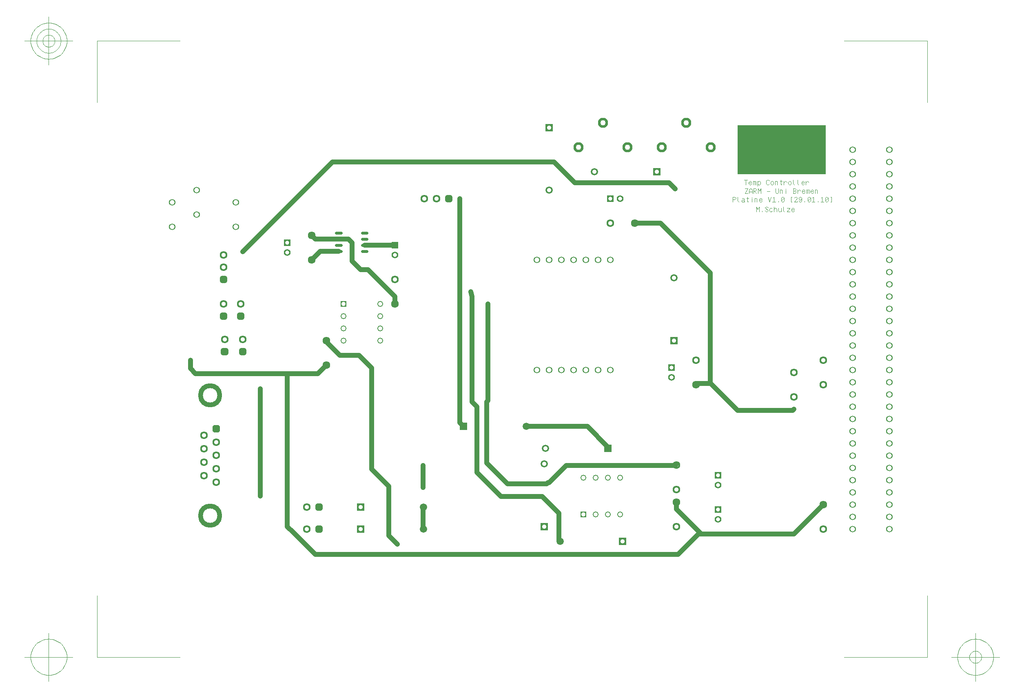
<source format=gbr>
G04 Generated by Ultiboard 10.0 *
%FSLAX25Y25*%
%MOIN*%

%ADD14C,0.04000*%
%ADD44C,0.00367*%
%ADD45C,0.00374*%
%ADD23C,0.00004*%
%ADD22C,0.00394*%
%ADD28C,0.03937X0.02362*%
%ADD29C,0.06334X0.03500*%
%ADD46C,0.19666X0.11833*%
%ADD47R,0.02667X0.02667X0.03333*%
%ADD48C,0.03333*%
%ADD41C,0.05337X0.03937*%
%ADD35R,0.05512X0.05512X0.03150*%
%ADD34C,0.05512X0.03150*%
%ADD37R,0.05906X0.05906X0.03543*%
%ADD36C,0.05906X0.03543*%
%ADD38R,0.02083X0.02083X0.03917*%
%ADD18C,0.03917*%
%ADD33C,0.04900X0.03500*%
%ADD32R,0.04900X0.04900X0.03500*%
%ADD49R,0.03740X0.00001*%
%ADD11C,0.02362*%
%ADD31C,0.08334X0.04333*%


G04 ColorRGB 00FF00 for the following layer *
%LNCopper Top*%
%LPD*%
%FSLAX25Y25*%
%MOIN*%
G54D14*
X476000Y139000D02*
X521000Y139000D01*
X522000Y38000D02*
X446000Y38000D01*
X252000Y126000D02*
X249000Y129000D01*
X249000Y129000D02*
X249000Y312000D01*
X145050Y342000D02*
X326000Y342000D01*
X427450Y21450D02*
X130900Y21450D01*
X196000Y232000D02*
X174000Y254000D01*
X174000Y254000D02*
X168000Y254000D01*
X168000Y254000D02*
X161000Y261000D01*
X133000Y169000D02*
X108000Y169000D01*
X130900Y21450D02*
X111000Y41350D01*
X108000Y44000D02*
X108000Y169000D01*
X86000Y68984D02*
X86000Y156467D01*
X110000Y42000D02*
X108000Y44000D01*
X108000Y169000D02*
X33000Y169000D01*
X28828Y173172D02*
X33000Y169000D01*
X29000Y174500D02*
X28828Y174328D01*
X29000Y174500D02*
X29000Y180000D01*
X28828Y173172D02*
X28828Y174328D01*
X177000Y91000D02*
X177000Y173500D01*
X198050Y29550D02*
X191000Y36600D01*
X191000Y36600D02*
X191000Y77000D01*
X191000Y77000D02*
X177000Y91000D01*
X219000Y42181D02*
X219000Y59909D01*
X219181Y42000D02*
X219000Y42181D01*
X219000Y94000D02*
X219000Y76000D01*
X151000Y184000D02*
X140000Y195000D01*
X166500Y184000D02*
X151000Y184000D01*
X140000Y176000D02*
X133000Y169000D01*
X177000Y173500D02*
X166500Y184000D01*
X140000Y195000D02*
X140000Y196000D01*
X196000Y232000D02*
X196000Y226000D01*
X128000Y282000D02*
X131000Y279000D01*
X128000Y262000D02*
X135000Y269000D01*
X145050Y342000D02*
X71600Y268550D01*
X196000Y274000D02*
X171260Y274000D01*
X158000Y279000D02*
X150000Y279000D01*
X158000Y279000D02*
X160900Y276100D01*
X131000Y279000D02*
X150000Y279000D01*
X135000Y269000D02*
X150000Y269000D01*
X160900Y276100D02*
X160900Y261100D01*
X161000Y261000D02*
X161000Y261950D01*
X453750Y161250D02*
X453750Y251250D01*
X453750Y251250D02*
X413000Y292000D01*
X350000Y94000D02*
X425000Y94000D01*
X303000Y125409D02*
X303000Y125909D01*
X303381Y125800D02*
X353200Y125800D01*
X303181Y126000D02*
X303381Y125800D01*
X353200Y125800D02*
X370000Y109000D01*
X271000Y96000D02*
X271000Y146000D01*
X263000Y142000D02*
X263000Y88279D01*
X330000Y55000D02*
X316400Y68600D01*
X320000Y79000D02*
X288000Y79000D01*
X316400Y68600D02*
X282678Y68600D01*
X288000Y79000D02*
X271000Y96000D01*
X282678Y68600D02*
X263000Y88279D01*
X330819Y32000D02*
X330000Y32819D01*
X330000Y32819D02*
X330000Y55000D01*
X336000Y94000D02*
X350000Y94000D01*
X336000Y94000D02*
X322000Y80000D01*
X322000Y80000D02*
X321000Y80000D01*
X321000Y80000D02*
X320000Y79000D01*
X370000Y109000D02*
X370000Y108000D01*
X259000Y232000D02*
X259000Y146000D01*
X272000Y147000D02*
X272000Y226000D01*
X259000Y146000D02*
X263000Y142000D01*
X271000Y146000D02*
X272000Y147000D01*
X258000Y236000D02*
X259000Y232000D01*
X427450Y21450D02*
X444000Y38000D01*
X446000Y38250D02*
X426000Y58250D01*
X426000Y64000D02*
X426000Y58250D01*
X425000Y94000D02*
X425714Y94714D01*
X446000Y38000D02*
X446000Y38250D01*
X444000Y38000D02*
X446000Y38000D01*
X442000Y160000D02*
X443000Y161000D01*
X443000Y161000D02*
X454000Y161000D01*
X476000Y139000D02*
X453750Y161250D01*
X343000Y325000D02*
X420000Y325000D01*
X343000Y325000D02*
X326000Y342000D01*
X392000Y292000D02*
X413000Y292000D01*
X425000Y320000D02*
X420000Y325000D01*
X546000Y62000D02*
X522000Y38000D01*
X522000Y140000D02*
X521000Y139000D01*
G54D44*
X482661Y323397D02*
X482661Y327405D01*
X481464Y327405D02*
X483858Y327405D01*
X487450Y324198D02*
X486652Y323397D01*
X486652Y323397D02*
X485854Y323397D01*
X485854Y323397D02*
X485056Y324198D01*
X485056Y324198D02*
X485056Y325401D01*
X485056Y325401D02*
X485854Y326203D01*
X485854Y326203D02*
X486652Y326203D01*
X486652Y326203D02*
X487450Y325401D01*
X487450Y325401D02*
X487051Y325000D01*
X487051Y325000D02*
X485056Y325000D01*
X488647Y323397D02*
X488647Y325802D01*
X488647Y325802D02*
X488647Y326203D01*
X488647Y325802D02*
X489046Y326203D01*
X489046Y326203D02*
X489445Y326203D01*
X489445Y326203D02*
X489844Y325802D01*
X489844Y325802D02*
X490243Y326203D01*
X490243Y326203D02*
X490642Y326203D01*
X490642Y326203D02*
X491041Y325802D01*
X491041Y325802D02*
X491041Y323397D01*
X489844Y325802D02*
X489844Y323397D01*
X492238Y324198D02*
X493036Y323397D01*
X493036Y323397D02*
X493834Y323397D01*
X493834Y323397D02*
X494632Y324198D01*
X494632Y324198D02*
X494632Y325401D01*
X494632Y325401D02*
X493834Y326203D01*
X493834Y326203D02*
X493036Y326203D01*
X493036Y326203D02*
X492238Y325401D01*
X492238Y322194D02*
X492238Y326203D01*
X501815Y324198D02*
X501017Y323397D01*
X501017Y323397D02*
X500219Y323397D01*
X500219Y323397D02*
X499421Y324198D01*
X499421Y324198D02*
X499421Y326603D01*
X499421Y326603D02*
X500219Y327405D01*
X500219Y327405D02*
X501017Y327405D01*
X501017Y327405D02*
X501815Y326603D01*
X503012Y324198D02*
X503810Y323397D01*
X503810Y323397D02*
X504608Y323397D01*
X504608Y323397D02*
X505406Y324198D01*
X505406Y324198D02*
X505406Y325401D01*
X505406Y325401D02*
X504608Y326203D01*
X504608Y326203D02*
X503810Y326203D01*
X503810Y326203D02*
X503012Y325401D01*
X503012Y325401D02*
X503012Y324198D01*
X506603Y323397D02*
X506603Y325802D01*
X506603Y325802D02*
X506603Y326203D01*
X506603Y325802D02*
X507002Y326203D01*
X507002Y326203D02*
X507800Y326203D01*
X507800Y326203D02*
X508200Y325802D01*
X508200Y325802D02*
X508200Y323397D01*
X512190Y323797D02*
X511791Y323397D01*
X511791Y323397D02*
X511392Y323797D01*
X511392Y323797D02*
X511392Y327405D01*
X510594Y326203D02*
X512190Y326203D01*
X513786Y325000D02*
X514983Y326203D01*
X514983Y326203D02*
X515382Y326203D01*
X515382Y326203D02*
X516180Y325401D01*
X513786Y323397D02*
X513786Y326203D01*
X517377Y324198D02*
X518175Y323397D01*
X518175Y323397D02*
X518973Y323397D01*
X518973Y323397D02*
X519772Y324198D01*
X519772Y324198D02*
X519772Y325401D01*
X519772Y325401D02*
X518973Y326203D01*
X518973Y326203D02*
X518175Y326203D01*
X518175Y326203D02*
X517377Y325401D01*
X517377Y325401D02*
X517377Y324198D01*
X521368Y327405D02*
X521368Y324198D01*
X521368Y324198D02*
X522166Y323397D01*
X524959Y327405D02*
X524959Y324198D01*
X524959Y324198D02*
X525757Y323397D01*
X530545Y324198D02*
X529747Y323397D01*
X529747Y323397D02*
X528949Y323397D01*
X528949Y323397D02*
X528151Y324198D01*
X528151Y324198D02*
X528151Y325401D01*
X528151Y325401D02*
X528949Y326203D01*
X528949Y326203D02*
X529747Y326203D01*
X529747Y326203D02*
X530545Y325401D01*
X530545Y325401D02*
X530146Y325000D01*
X530146Y325000D02*
X528151Y325000D01*
X531743Y325000D02*
X532940Y326203D01*
X532940Y326203D02*
X533339Y326203D01*
X533339Y326203D02*
X534137Y325401D01*
X531743Y323397D02*
X531743Y326203D01*
G54D45*
X481873Y320405D02*
X484267Y320405D01*
X484267Y320405D02*
X481873Y316397D01*
X481873Y316397D02*
X484267Y316397D01*
X485464Y316397D02*
X485464Y318802D01*
X485464Y318802D02*
X486262Y320405D01*
X486262Y320405D02*
X487060Y320405D01*
X487060Y320405D02*
X487858Y318802D01*
X487858Y318802D02*
X487858Y316397D01*
X485464Y317599D02*
X487858Y317599D01*
X489056Y316397D02*
X489056Y320405D01*
X489056Y320405D02*
X490652Y320405D01*
X490652Y320405D02*
X491450Y319603D01*
X491450Y319603D02*
X491450Y319203D01*
X491450Y319203D02*
X490652Y318401D01*
X490652Y318401D02*
X489056Y318401D01*
X489455Y318401D02*
X491450Y316397D01*
X492647Y316397D02*
X492647Y320405D01*
X492647Y320405D02*
X493844Y318401D01*
X493844Y318401D02*
X495041Y320405D01*
X495041Y320405D02*
X495041Y316397D01*
X499829Y318000D02*
X502224Y318000D01*
X507012Y320405D02*
X507012Y317198D01*
X507012Y317198D02*
X507810Y316397D01*
X507810Y316397D02*
X508608Y316397D01*
X508608Y316397D02*
X509406Y317198D01*
X509406Y317198D02*
X509406Y320405D01*
X510603Y316397D02*
X510603Y318802D01*
X510603Y318802D02*
X510603Y319203D01*
X510603Y318802D02*
X511002Y319203D01*
X511002Y319203D02*
X511800Y319203D01*
X511800Y319203D02*
X512200Y318802D01*
X512200Y318802D02*
X512200Y316397D01*
X515392Y316397D02*
X515392Y318802D01*
X515392Y319603D02*
X515392Y320004D01*
X521377Y316397D02*
X522973Y316397D01*
X522973Y316397D02*
X523772Y317198D01*
X523772Y317198D02*
X523772Y317599D01*
X523772Y317599D02*
X522973Y318401D01*
X522973Y318401D02*
X523772Y319203D01*
X523772Y319203D02*
X523772Y319603D01*
X523772Y319603D02*
X522973Y320405D01*
X522973Y320405D02*
X521776Y320405D01*
X521776Y320405D02*
X521377Y320405D01*
X521776Y318401D02*
X522973Y318401D01*
X521776Y320405D02*
X521776Y316397D01*
X524969Y318000D02*
X526166Y319203D01*
X526166Y319203D02*
X526565Y319203D01*
X526565Y319203D02*
X527363Y318401D01*
X524969Y316397D02*
X524969Y319203D01*
X530954Y317198D02*
X530156Y316397D01*
X530156Y316397D02*
X529358Y316397D01*
X529358Y316397D02*
X528560Y317198D01*
X528560Y317198D02*
X528560Y318401D01*
X528560Y318401D02*
X529358Y319203D01*
X529358Y319203D02*
X530156Y319203D01*
X530156Y319203D02*
X530954Y318401D01*
X530954Y318401D02*
X530555Y318000D01*
X530555Y318000D02*
X528560Y318000D01*
X532151Y316397D02*
X532151Y318802D01*
X532151Y318802D02*
X532151Y319203D01*
X532151Y318802D02*
X532550Y319203D01*
X532550Y319203D02*
X532949Y319203D01*
X532949Y319203D02*
X533348Y318802D01*
X533348Y318802D02*
X533747Y319203D01*
X533747Y319203D02*
X534146Y319203D01*
X534146Y319203D02*
X534545Y318802D01*
X534545Y318802D02*
X534545Y316397D01*
X533348Y318802D02*
X533348Y316397D01*
X538137Y317198D02*
X537339Y316397D01*
X537339Y316397D02*
X536541Y316397D01*
X536541Y316397D02*
X535743Y317198D01*
X535743Y317198D02*
X535743Y318401D01*
X535743Y318401D02*
X536541Y319203D01*
X536541Y319203D02*
X537339Y319203D01*
X537339Y319203D02*
X538137Y318401D01*
X538137Y318401D02*
X537738Y318000D01*
X537738Y318000D02*
X535743Y318000D01*
X539334Y316397D02*
X539334Y318802D01*
X539334Y318802D02*
X539334Y319203D01*
X539334Y318802D02*
X539733Y319203D01*
X539733Y319203D02*
X540531Y319203D01*
X540531Y319203D02*
X540930Y318802D01*
X540930Y318802D02*
X540930Y316397D01*
X472099Y309397D02*
X472099Y313405D01*
X472099Y313405D02*
X473695Y313405D01*
X473695Y313405D02*
X474493Y312603D01*
X474493Y312603D02*
X474493Y312203D01*
X474493Y312203D02*
X473695Y311401D01*
X473695Y311401D02*
X472099Y311401D01*
X476089Y313405D02*
X476089Y310198D01*
X476089Y310198D02*
X476887Y309397D01*
X479681Y312203D02*
X480878Y312203D01*
X480878Y312203D02*
X481277Y311802D01*
X481277Y311802D02*
X481277Y309797D01*
X481277Y309797D02*
X480878Y309397D01*
X480878Y309397D02*
X479681Y309397D01*
X479681Y309397D02*
X479282Y309797D01*
X479282Y309797D02*
X479282Y310599D01*
X479282Y310599D02*
X479681Y311000D01*
X479681Y311000D02*
X481277Y311000D01*
X481277Y309797D02*
X481676Y309397D01*
X484868Y309797D02*
X484469Y309397D01*
X484469Y309397D02*
X484070Y309797D01*
X484070Y309797D02*
X484070Y313405D01*
X483272Y312203D02*
X484868Y312203D01*
X487661Y309397D02*
X487661Y311802D01*
X487661Y312603D02*
X487661Y313004D01*
X490056Y309397D02*
X490056Y311802D01*
X490056Y311802D02*
X490056Y312203D01*
X490056Y311802D02*
X490455Y312203D01*
X490455Y312203D02*
X491253Y312203D01*
X491253Y312203D02*
X491652Y311802D01*
X491652Y311802D02*
X491652Y309397D01*
X496041Y310198D02*
X495243Y309397D01*
X495243Y309397D02*
X494445Y309397D01*
X494445Y309397D02*
X493647Y310198D01*
X493647Y310198D02*
X493647Y311401D01*
X493647Y311401D02*
X494445Y312203D01*
X494445Y312203D02*
X495243Y312203D01*
X495243Y312203D02*
X496041Y311401D01*
X496041Y311401D02*
X495642Y311000D01*
X495642Y311000D02*
X493647Y311000D01*
X500829Y313405D02*
X502027Y309397D01*
X502027Y309397D02*
X503224Y313405D01*
X504820Y312603D02*
X505618Y313405D01*
X505618Y313405D02*
X505618Y309397D01*
X504421Y309397D02*
X506815Y309397D01*
X509209Y309397D02*
X509209Y309797D01*
X511603Y312603D02*
X512401Y313405D01*
X512401Y313405D02*
X513200Y313405D01*
X513200Y313405D02*
X513998Y312603D01*
X513998Y312603D02*
X513998Y310198D01*
X513998Y310198D02*
X513200Y309397D01*
X513200Y309397D02*
X512401Y309397D01*
X512401Y309397D02*
X511603Y310198D01*
X511603Y310198D02*
X511603Y312603D01*
X513998Y312603D02*
X511603Y310198D01*
X520382Y309397D02*
X519584Y309397D01*
X519584Y309397D02*
X519584Y313405D01*
X519584Y313405D02*
X520382Y313405D01*
X522377Y312603D02*
X523175Y313405D01*
X523175Y313405D02*
X523973Y313405D01*
X523973Y313405D02*
X524772Y312603D01*
X524772Y312603D02*
X524772Y312203D01*
X524772Y312203D02*
X522377Y309397D01*
X522377Y309397D02*
X524772Y309397D01*
X524772Y309397D02*
X524772Y309797D01*
X525969Y310198D02*
X526767Y309397D01*
X526767Y309397D02*
X527565Y309397D01*
X527565Y309397D02*
X528363Y310198D01*
X528363Y310198D02*
X528363Y311802D01*
X528363Y311802D02*
X528363Y312603D01*
X528363Y312603D02*
X527565Y313405D01*
X527565Y313405D02*
X526767Y313405D01*
X526767Y313405D02*
X525969Y312603D01*
X525969Y312603D02*
X525969Y311802D01*
X525969Y311802D02*
X526767Y311000D01*
X526767Y311000D02*
X527565Y311000D01*
X527565Y311000D02*
X528363Y311802D01*
X530757Y309397D02*
X530757Y309797D01*
X533151Y312603D02*
X533949Y313405D01*
X533949Y313405D02*
X534747Y313405D01*
X534747Y313405D02*
X535545Y312603D01*
X535545Y312603D02*
X535545Y310198D01*
X535545Y310198D02*
X534747Y309397D01*
X534747Y309397D02*
X533949Y309397D01*
X533949Y309397D02*
X533151Y310198D01*
X533151Y310198D02*
X533151Y312603D01*
X535545Y312603D02*
X533151Y310198D01*
X537142Y312603D02*
X537940Y313405D01*
X537940Y313405D02*
X537940Y309397D01*
X536743Y309397D02*
X539137Y309397D01*
X541531Y309397D02*
X541531Y309797D01*
X544324Y312603D02*
X545122Y313405D01*
X545122Y313405D02*
X545122Y309397D01*
X543925Y309397D02*
X546319Y309397D01*
X547516Y312603D02*
X548315Y313405D01*
X548315Y313405D02*
X549113Y313405D01*
X549113Y313405D02*
X549911Y312603D01*
X549911Y312603D02*
X549911Y310198D01*
X549911Y310198D02*
X549113Y309397D01*
X549113Y309397D02*
X548315Y309397D01*
X548315Y309397D02*
X547516Y310198D01*
X547516Y310198D02*
X547516Y312603D01*
X549911Y312603D02*
X547516Y310198D01*
X551906Y313405D02*
X552704Y313405D01*
X552704Y313405D02*
X552704Y309397D01*
X552704Y309397D02*
X551906Y309397D01*
X491238Y301397D02*
X491238Y305405D01*
X491238Y305405D02*
X492435Y303401D01*
X492435Y303401D02*
X493632Y305405D01*
X493632Y305405D02*
X493632Y301397D01*
X496027Y301397D02*
X496027Y301797D01*
X498421Y302198D02*
X499219Y301397D01*
X499219Y301397D02*
X500017Y301397D01*
X500017Y301397D02*
X500815Y302198D01*
X500815Y302198D02*
X498421Y304603D01*
X498421Y304603D02*
X499219Y305405D01*
X499219Y305405D02*
X500017Y305405D01*
X500017Y305405D02*
X500815Y304603D01*
X504007Y301797D02*
X503608Y301397D01*
X503608Y301397D02*
X502810Y301397D01*
X502810Y301397D02*
X502012Y302198D01*
X502012Y302198D02*
X502012Y303401D01*
X502012Y303401D02*
X502810Y304203D01*
X502810Y304203D02*
X503608Y304203D01*
X503608Y304203D02*
X504007Y303802D01*
X505603Y303401D02*
X506401Y304203D01*
X506401Y304203D02*
X507200Y304203D01*
X507200Y304203D02*
X507998Y303401D01*
X507998Y303401D02*
X507998Y301397D01*
X505603Y305405D02*
X505603Y301397D01*
X509195Y304203D02*
X509195Y302198D01*
X509195Y302198D02*
X509993Y301397D01*
X509993Y301397D02*
X510791Y301397D01*
X510791Y301397D02*
X511589Y302198D01*
X511589Y302198D02*
X511589Y304203D01*
X511589Y302198D02*
X511589Y301397D01*
X513185Y305405D02*
X513185Y302198D01*
X513185Y302198D02*
X513983Y301397D01*
X516377Y304203D02*
X518772Y304203D01*
X518772Y304203D02*
X516377Y301397D01*
X516377Y301397D02*
X518772Y301397D01*
X522363Y302198D02*
X521565Y301397D01*
X521565Y301397D02*
X520767Y301397D01*
X520767Y301397D02*
X519969Y302198D01*
X519969Y302198D02*
X519969Y303401D01*
X519969Y303401D02*
X520767Y304203D01*
X520767Y304203D02*
X521565Y304203D01*
X521565Y304203D02*
X522363Y303401D01*
X522363Y303401D02*
X521964Y303000D01*
X521964Y303000D02*
X519969Y303000D01*
G54D23*
G36*
X476000Y371322D02*
X476742Y371322D01*
X476742Y372000D01*
X476000Y372000D01*
X476000Y371322D01*
G37*
G36*
X476742Y371322D02*
X477485Y371322D01*
X477485Y372000D01*
X476742Y372000D01*
X476742Y371322D01*
G37*
G36*
X477485Y371322D02*
X478227Y371322D01*
X478227Y372000D01*
X477485Y372000D01*
X477485Y371322D01*
G37*
G36*
X478227Y371322D02*
X478969Y371322D01*
X478969Y372000D01*
X478227Y372000D01*
X478227Y371322D01*
G37*
G36*
X478969Y371322D02*
X479711Y371322D01*
X479711Y372000D01*
X478969Y372000D01*
X478969Y371322D01*
G37*
G36*
X479711Y371322D02*
X480454Y371322D01*
X480454Y372000D01*
X479711Y372000D01*
X479711Y371322D01*
G37*
G36*
X480454Y371322D02*
X481196Y371322D01*
X481196Y372000D01*
X480454Y372000D01*
X480454Y371322D01*
G37*
G36*
X481196Y371322D02*
X481938Y371322D01*
X481938Y372000D01*
X481196Y372000D01*
X481196Y371322D01*
G37*
G36*
X481938Y371322D02*
X482680Y371322D01*
X482680Y372000D01*
X481938Y372000D01*
X481938Y371322D01*
G37*
G36*
X482680Y371322D02*
X483423Y371322D01*
X483423Y372000D01*
X482680Y372000D01*
X482680Y371322D01*
G37*
G36*
X483423Y371322D02*
X484165Y371322D01*
X484165Y372000D01*
X483423Y372000D01*
X483423Y371322D01*
G37*
G36*
X484165Y371322D02*
X484907Y371322D01*
X484907Y372000D01*
X484165Y372000D01*
X484165Y371322D01*
G37*
G36*
X484907Y371322D02*
X485649Y371322D01*
X485649Y372000D01*
X484907Y372000D01*
X484907Y371322D01*
G37*
G36*
X485649Y371322D02*
X486392Y371322D01*
X486392Y372000D01*
X485649Y372000D01*
X485649Y371322D01*
G37*
G36*
X486392Y371322D02*
X487134Y371322D01*
X487134Y372000D01*
X486392Y372000D01*
X486392Y371322D01*
G37*
G36*
X487134Y371322D02*
X487876Y371322D01*
X487876Y372000D01*
X487134Y372000D01*
X487134Y371322D01*
G37*
G36*
X487876Y371322D02*
X488619Y371322D01*
X488619Y372000D01*
X487876Y372000D01*
X487876Y371322D01*
G37*
G36*
X488619Y371322D02*
X489361Y371322D01*
X489361Y372000D01*
X488619Y372000D01*
X488619Y371322D01*
G37*
G36*
X489361Y371322D02*
X490103Y371322D01*
X490103Y372000D01*
X489361Y372000D01*
X489361Y371322D01*
G37*
G36*
X490103Y371322D02*
X490845Y371322D01*
X490845Y372000D01*
X490103Y372000D01*
X490103Y371322D01*
G37*
G36*
X490845Y371322D02*
X491588Y371322D01*
X491588Y372000D01*
X490845Y372000D01*
X490845Y371322D01*
G37*
G36*
X491588Y371322D02*
X492330Y371322D01*
X492330Y372000D01*
X491588Y372000D01*
X491588Y371322D01*
G37*
G36*
X492330Y371322D02*
X493072Y371322D01*
X493072Y372000D01*
X492330Y372000D01*
X492330Y371322D01*
G37*
G36*
X493072Y371322D02*
X493814Y371322D01*
X493814Y372000D01*
X493072Y372000D01*
X493072Y371322D01*
G37*
G36*
X493814Y371322D02*
X494557Y371322D01*
X494557Y372000D01*
X493814Y372000D01*
X493814Y371322D01*
G37*
G36*
X494557Y371322D02*
X495299Y371322D01*
X495299Y372000D01*
X494557Y372000D01*
X494557Y371322D01*
G37*
G36*
X495299Y371322D02*
X496041Y371322D01*
X496041Y372000D01*
X495299Y372000D01*
X495299Y371322D01*
G37*
G36*
X496041Y371322D02*
X496784Y371322D01*
X496784Y372000D01*
X496041Y372000D01*
X496041Y371322D01*
G37*
G36*
X496784Y371322D02*
X497526Y371322D01*
X497526Y372000D01*
X496784Y372000D01*
X496784Y371322D01*
G37*
G36*
X497526Y371322D02*
X498268Y371322D01*
X498268Y372000D01*
X497526Y372000D01*
X497526Y371322D01*
G37*
G36*
X498268Y371322D02*
X499010Y371322D01*
X499010Y372000D01*
X498268Y372000D01*
X498268Y371322D01*
G37*
G36*
X499010Y371322D02*
X499753Y371322D01*
X499753Y372000D01*
X499010Y372000D01*
X499010Y371322D01*
G37*
G36*
X499753Y371322D02*
X500495Y371322D01*
X500495Y372000D01*
X499753Y372000D01*
X499753Y371322D01*
G37*
G36*
X500495Y371322D02*
X501237Y371322D01*
X501237Y372000D01*
X500495Y372000D01*
X500495Y371322D01*
G37*
G36*
X501237Y371322D02*
X501979Y371322D01*
X501979Y372000D01*
X501237Y372000D01*
X501237Y371322D01*
G37*
G36*
X501979Y371322D02*
X502722Y371322D01*
X502722Y372000D01*
X501979Y372000D01*
X501979Y371322D01*
G37*
G36*
X502722Y371322D02*
X503464Y371322D01*
X503464Y372000D01*
X502722Y372000D01*
X502722Y371322D01*
G37*
G36*
X503464Y371322D02*
X504206Y371322D01*
X504206Y372000D01*
X503464Y372000D01*
X503464Y371322D01*
G37*
G36*
X504206Y371322D02*
X504948Y371322D01*
X504948Y372000D01*
X504206Y372000D01*
X504206Y371322D01*
G37*
G36*
X504948Y371322D02*
X505691Y371322D01*
X505691Y372000D01*
X504948Y372000D01*
X504948Y371322D01*
G37*
G36*
X505691Y371322D02*
X506433Y371322D01*
X506433Y372000D01*
X505691Y372000D01*
X505691Y371322D01*
G37*
G36*
X506433Y371322D02*
X507175Y371322D01*
X507175Y372000D01*
X506433Y372000D01*
X506433Y371322D01*
G37*
G36*
X507175Y371322D02*
X507918Y371322D01*
X507918Y372000D01*
X507175Y372000D01*
X507175Y371322D01*
G37*
G36*
X507918Y371322D02*
X508660Y371322D01*
X508660Y372000D01*
X507918Y372000D01*
X507918Y371322D01*
G37*
G36*
X508660Y371322D02*
X509402Y371322D01*
X509402Y372000D01*
X508660Y372000D01*
X508660Y371322D01*
G37*
G36*
X509402Y371322D02*
X510144Y371322D01*
X510144Y372000D01*
X509402Y372000D01*
X509402Y371322D01*
G37*
G36*
X510144Y371322D02*
X510887Y371322D01*
X510887Y372000D01*
X510144Y372000D01*
X510144Y371322D01*
G37*
G36*
X510887Y371322D02*
X511629Y371322D01*
X511629Y372000D01*
X510887Y372000D01*
X510887Y371322D01*
G37*
G36*
X511629Y371322D02*
X512371Y371322D01*
X512371Y372000D01*
X511629Y372000D01*
X511629Y371322D01*
G37*
G36*
X512371Y371322D02*
X513113Y371322D01*
X513113Y372000D01*
X512371Y372000D01*
X512371Y371322D01*
G37*
G36*
X513113Y371322D02*
X513856Y371322D01*
X513856Y372000D01*
X513113Y372000D01*
X513113Y371322D01*
G37*
G36*
X513856Y371322D02*
X514598Y371322D01*
X514598Y372000D01*
X513856Y372000D01*
X513856Y371322D01*
G37*
G36*
X514598Y371322D02*
X515340Y371322D01*
X515340Y372000D01*
X514598Y372000D01*
X514598Y371322D01*
G37*
G36*
X515340Y371322D02*
X516082Y371322D01*
X516082Y372000D01*
X515340Y372000D01*
X515340Y371322D01*
G37*
G36*
X516082Y371322D02*
X516825Y371322D01*
X516825Y372000D01*
X516082Y372000D01*
X516082Y371322D01*
G37*
G36*
X516825Y371322D02*
X517567Y371322D01*
X517567Y372000D01*
X516825Y372000D01*
X516825Y371322D01*
G37*
G36*
X517567Y371322D02*
X518309Y371322D01*
X518309Y372000D01*
X517567Y372000D01*
X517567Y371322D01*
G37*
G36*
X518309Y371322D02*
X519052Y371322D01*
X519052Y372000D01*
X518309Y372000D01*
X518309Y371322D01*
G37*
G36*
X519052Y371322D02*
X519794Y371322D01*
X519794Y372000D01*
X519052Y372000D01*
X519052Y371322D01*
G37*
G36*
X519794Y371322D02*
X520536Y371322D01*
X520536Y372000D01*
X519794Y372000D01*
X519794Y371322D01*
G37*
G36*
X520536Y371322D02*
X521278Y371322D01*
X521278Y372000D01*
X520536Y372000D01*
X520536Y371322D01*
G37*
G36*
X521278Y371322D02*
X522021Y371322D01*
X522021Y372000D01*
X521278Y372000D01*
X521278Y371322D01*
G37*
G36*
X522021Y371322D02*
X522763Y371322D01*
X522763Y372000D01*
X522021Y372000D01*
X522021Y371322D01*
G37*
G36*
X522763Y371322D02*
X523505Y371322D01*
X523505Y372000D01*
X522763Y372000D01*
X522763Y371322D01*
G37*
G36*
X523505Y371322D02*
X524247Y371322D01*
X524247Y372000D01*
X523505Y372000D01*
X523505Y371322D01*
G37*
G36*
X524247Y371322D02*
X524990Y371322D01*
X524990Y372000D01*
X524247Y372000D01*
X524247Y371322D01*
G37*
G36*
X524990Y371322D02*
X525732Y371322D01*
X525732Y372000D01*
X524990Y372000D01*
X524990Y371322D01*
G37*
G36*
X525732Y371322D02*
X526474Y371322D01*
X526474Y372000D01*
X525732Y372000D01*
X525732Y371322D01*
G37*
G36*
X526474Y371322D02*
X527216Y371322D01*
X527216Y372000D01*
X526474Y372000D01*
X526474Y371322D01*
G37*
G36*
X527216Y371322D02*
X527959Y371322D01*
X527959Y372000D01*
X527216Y372000D01*
X527216Y371322D01*
G37*
G36*
X527959Y371322D02*
X528701Y371322D01*
X528701Y372000D01*
X527959Y372000D01*
X527959Y371322D01*
G37*
G36*
X528701Y371322D02*
X529443Y371322D01*
X529443Y372000D01*
X528701Y372000D01*
X528701Y371322D01*
G37*
G36*
X529443Y371322D02*
X530186Y371322D01*
X530186Y372000D01*
X529443Y372000D01*
X529443Y371322D01*
G37*
G36*
X530186Y371322D02*
X530928Y371322D01*
X530928Y372000D01*
X530186Y372000D01*
X530186Y371322D01*
G37*
G36*
X530928Y371322D02*
X531670Y371322D01*
X531670Y372000D01*
X530928Y372000D01*
X530928Y371322D01*
G37*
G36*
X531670Y371322D02*
X532412Y371322D01*
X532412Y372000D01*
X531670Y372000D01*
X531670Y371322D01*
G37*
G36*
X532412Y371322D02*
X533155Y371322D01*
X533155Y372000D01*
X532412Y372000D01*
X532412Y371322D01*
G37*
G36*
X533155Y371322D02*
X533897Y371322D01*
X533897Y372000D01*
X533155Y372000D01*
X533155Y371322D01*
G37*
G36*
X533897Y371322D02*
X534639Y371322D01*
X534639Y372000D01*
X533897Y372000D01*
X533897Y371322D01*
G37*
G36*
X534639Y371322D02*
X535381Y371322D01*
X535381Y372000D01*
X534639Y372000D01*
X534639Y371322D01*
G37*
G36*
X535381Y371322D02*
X536124Y371322D01*
X536124Y372000D01*
X535381Y372000D01*
X535381Y371322D01*
G37*
G36*
X536124Y371322D02*
X536866Y371322D01*
X536866Y372000D01*
X536124Y372000D01*
X536124Y371322D01*
G37*
G36*
X536866Y371322D02*
X537608Y371322D01*
X537608Y372000D01*
X536866Y372000D01*
X536866Y371322D01*
G37*
G36*
X537608Y371322D02*
X538351Y371322D01*
X538351Y372000D01*
X537608Y372000D01*
X537608Y371322D01*
G37*
G36*
X538351Y371322D02*
X539093Y371322D01*
X539093Y372000D01*
X538351Y372000D01*
X538351Y371322D01*
G37*
G36*
X539093Y371322D02*
X539835Y371322D01*
X539835Y372000D01*
X539093Y372000D01*
X539093Y371322D01*
G37*
G36*
X539835Y371322D02*
X540577Y371322D01*
X540577Y372000D01*
X539835Y372000D01*
X539835Y371322D01*
G37*
G36*
X540577Y371322D02*
X541320Y371322D01*
X541320Y372000D01*
X540577Y372000D01*
X540577Y371322D01*
G37*
G36*
X541320Y371322D02*
X542062Y371322D01*
X542062Y372000D01*
X541320Y372000D01*
X541320Y371322D01*
G37*
G36*
X542062Y371322D02*
X542804Y371322D01*
X542804Y372000D01*
X542062Y372000D01*
X542062Y371322D01*
G37*
G36*
X542804Y371322D02*
X543546Y371322D01*
X543546Y372000D01*
X542804Y372000D01*
X542804Y371322D01*
G37*
G36*
X543546Y371322D02*
X544289Y371322D01*
X544289Y372000D01*
X543546Y372000D01*
X543546Y371322D01*
G37*
G36*
X544289Y371322D02*
X545031Y371322D01*
X545031Y372000D01*
X544289Y372000D01*
X544289Y371322D01*
G37*
G36*
X545031Y371322D02*
X545773Y371322D01*
X545773Y372000D01*
X545031Y372000D01*
X545031Y371322D01*
G37*
G36*
X545773Y371322D02*
X546515Y371322D01*
X546515Y372000D01*
X545773Y372000D01*
X545773Y371322D01*
G37*
G36*
X546515Y371322D02*
X547258Y371322D01*
X547258Y372000D01*
X546515Y372000D01*
X546515Y371322D01*
G37*
G36*
X547258Y371322D02*
X548000Y371322D01*
X548000Y372000D01*
X547258Y372000D01*
X547258Y371322D01*
G37*
G36*
X476000Y370644D02*
X476742Y370644D01*
X476742Y371322D01*
X476000Y371322D01*
X476000Y370644D01*
G37*
G36*
X476742Y370644D02*
X477485Y370644D01*
X477485Y371322D01*
X476742Y371322D01*
X476742Y370644D01*
G37*
G36*
X477485Y370644D02*
X478227Y370644D01*
X478227Y371322D01*
X477485Y371322D01*
X477485Y370644D01*
G37*
G36*
X478227Y370644D02*
X478969Y370644D01*
X478969Y371322D01*
X478227Y371322D01*
X478227Y370644D01*
G37*
G36*
X478969Y370644D02*
X479711Y370644D01*
X479711Y371322D01*
X478969Y371322D01*
X478969Y370644D01*
G37*
G36*
X479711Y370644D02*
X480454Y370644D01*
X480454Y371322D01*
X479711Y371322D01*
X479711Y370644D01*
G37*
G36*
X480454Y370644D02*
X481196Y370644D01*
X481196Y371322D01*
X480454Y371322D01*
X480454Y370644D01*
G37*
G36*
X481196Y370644D02*
X481938Y370644D01*
X481938Y371322D01*
X481196Y371322D01*
X481196Y370644D01*
G37*
G36*
X481938Y370644D02*
X482680Y370644D01*
X482680Y371322D01*
X481938Y371322D01*
X481938Y370644D01*
G37*
G36*
X482680Y370644D02*
X483423Y370644D01*
X483423Y371322D01*
X482680Y371322D01*
X482680Y370644D01*
G37*
G36*
X483423Y370644D02*
X484165Y370644D01*
X484165Y371322D01*
X483423Y371322D01*
X483423Y370644D01*
G37*
G36*
X484165Y370644D02*
X484907Y370644D01*
X484907Y371322D01*
X484165Y371322D01*
X484165Y370644D01*
G37*
G36*
X484907Y370644D02*
X485649Y370644D01*
X485649Y371322D01*
X484907Y371322D01*
X484907Y370644D01*
G37*
G36*
X485649Y370644D02*
X486392Y370644D01*
X486392Y371322D01*
X485649Y371322D01*
X485649Y370644D01*
G37*
G36*
X486392Y370644D02*
X487134Y370644D01*
X487134Y371322D01*
X486392Y371322D01*
X486392Y370644D01*
G37*
G36*
X487134Y370644D02*
X487876Y370644D01*
X487876Y371322D01*
X487134Y371322D01*
X487134Y370644D01*
G37*
G36*
X487876Y370644D02*
X488619Y370644D01*
X488619Y371322D01*
X487876Y371322D01*
X487876Y370644D01*
G37*
G36*
X488619Y370644D02*
X489361Y370644D01*
X489361Y371322D01*
X488619Y371322D01*
X488619Y370644D01*
G37*
G36*
X489361Y370644D02*
X490103Y370644D01*
X490103Y371322D01*
X489361Y371322D01*
X489361Y370644D01*
G37*
G36*
X490103Y370644D02*
X490845Y370644D01*
X490845Y371322D01*
X490103Y371322D01*
X490103Y370644D01*
G37*
G36*
X490845Y370644D02*
X491588Y370644D01*
X491588Y371322D01*
X490845Y371322D01*
X490845Y370644D01*
G37*
G36*
X491588Y370644D02*
X492330Y370644D01*
X492330Y371322D01*
X491588Y371322D01*
X491588Y370644D01*
G37*
G36*
X492330Y370644D02*
X493072Y370644D01*
X493072Y371322D01*
X492330Y371322D01*
X492330Y370644D01*
G37*
G36*
X493072Y370644D02*
X493814Y370644D01*
X493814Y371322D01*
X493072Y371322D01*
X493072Y370644D01*
G37*
G36*
X493814Y370644D02*
X494557Y370644D01*
X494557Y371322D01*
X493814Y371322D01*
X493814Y370644D01*
G37*
G36*
X494557Y370644D02*
X495299Y370644D01*
X495299Y371322D01*
X494557Y371322D01*
X494557Y370644D01*
G37*
G36*
X495299Y370644D02*
X496041Y370644D01*
X496041Y371322D01*
X495299Y371322D01*
X495299Y370644D01*
G37*
G36*
X496041Y370644D02*
X496784Y370644D01*
X496784Y371322D01*
X496041Y371322D01*
X496041Y370644D01*
G37*
G36*
X496784Y370644D02*
X497526Y370644D01*
X497526Y371322D01*
X496784Y371322D01*
X496784Y370644D01*
G37*
G36*
X497526Y370644D02*
X498268Y370644D01*
X498268Y371322D01*
X497526Y371322D01*
X497526Y370644D01*
G37*
G36*
X498268Y370644D02*
X499010Y370644D01*
X499010Y371322D01*
X498268Y371322D01*
X498268Y370644D01*
G37*
G36*
X499010Y370644D02*
X499753Y370644D01*
X499753Y371322D01*
X499010Y371322D01*
X499010Y370644D01*
G37*
G36*
X499753Y370644D02*
X500495Y370644D01*
X500495Y371322D01*
X499753Y371322D01*
X499753Y370644D01*
G37*
G36*
X500495Y370644D02*
X501237Y370644D01*
X501237Y371322D01*
X500495Y371322D01*
X500495Y370644D01*
G37*
G36*
X501237Y370644D02*
X501979Y370644D01*
X501979Y371322D01*
X501237Y371322D01*
X501237Y370644D01*
G37*
G36*
X501979Y370644D02*
X502722Y370644D01*
X502722Y371322D01*
X501979Y371322D01*
X501979Y370644D01*
G37*
G36*
X502722Y370644D02*
X503464Y370644D01*
X503464Y371322D01*
X502722Y371322D01*
X502722Y370644D01*
G37*
G36*
X503464Y370644D02*
X504206Y370644D01*
X504206Y371322D01*
X503464Y371322D01*
X503464Y370644D01*
G37*
G36*
X504206Y370644D02*
X504948Y370644D01*
X504948Y371322D01*
X504206Y371322D01*
X504206Y370644D01*
G37*
G36*
X504948Y370644D02*
X505691Y370644D01*
X505691Y371322D01*
X504948Y371322D01*
X504948Y370644D01*
G37*
G36*
X505691Y370644D02*
X506433Y370644D01*
X506433Y371322D01*
X505691Y371322D01*
X505691Y370644D01*
G37*
G36*
X506433Y370644D02*
X507175Y370644D01*
X507175Y371322D01*
X506433Y371322D01*
X506433Y370644D01*
G37*
G36*
X507175Y370644D02*
X507918Y370644D01*
X507918Y371322D01*
X507175Y371322D01*
X507175Y370644D01*
G37*
G36*
X507918Y370644D02*
X508660Y370644D01*
X508660Y371322D01*
X507918Y371322D01*
X507918Y370644D01*
G37*
G36*
X508660Y370644D02*
X509402Y370644D01*
X509402Y371322D01*
X508660Y371322D01*
X508660Y370644D01*
G37*
G36*
X509402Y370644D02*
X510144Y370644D01*
X510144Y371322D01*
X509402Y371322D01*
X509402Y370644D01*
G37*
G36*
X510144Y370644D02*
X510887Y370644D01*
X510887Y371322D01*
X510144Y371322D01*
X510144Y370644D01*
G37*
G36*
X510887Y370644D02*
X511629Y370644D01*
X511629Y371322D01*
X510887Y371322D01*
X510887Y370644D01*
G37*
G36*
X511629Y370644D02*
X512371Y370644D01*
X512371Y371322D01*
X511629Y371322D01*
X511629Y370644D01*
G37*
G36*
X512371Y370644D02*
X513113Y370644D01*
X513113Y371322D01*
X512371Y371322D01*
X512371Y370644D01*
G37*
G36*
X513113Y370644D02*
X513856Y370644D01*
X513856Y371322D01*
X513113Y371322D01*
X513113Y370644D01*
G37*
G36*
X513856Y370644D02*
X514598Y370644D01*
X514598Y371322D01*
X513856Y371322D01*
X513856Y370644D01*
G37*
G36*
X514598Y370644D02*
X515340Y370644D01*
X515340Y371322D01*
X514598Y371322D01*
X514598Y370644D01*
G37*
G36*
X515340Y370644D02*
X516082Y370644D01*
X516082Y371322D01*
X515340Y371322D01*
X515340Y370644D01*
G37*
G36*
X516082Y370644D02*
X516825Y370644D01*
X516825Y371322D01*
X516082Y371322D01*
X516082Y370644D01*
G37*
G36*
X516825Y370644D02*
X517567Y370644D01*
X517567Y371322D01*
X516825Y371322D01*
X516825Y370644D01*
G37*
G36*
X517567Y370644D02*
X518309Y370644D01*
X518309Y371322D01*
X517567Y371322D01*
X517567Y370644D01*
G37*
G36*
X518309Y370644D02*
X519052Y370644D01*
X519052Y371322D01*
X518309Y371322D01*
X518309Y370644D01*
G37*
G36*
X519052Y370644D02*
X519794Y370644D01*
X519794Y371322D01*
X519052Y371322D01*
X519052Y370644D01*
G37*
G36*
X519794Y370644D02*
X520536Y370644D01*
X520536Y371322D01*
X519794Y371322D01*
X519794Y370644D01*
G37*
G36*
X520536Y370644D02*
X521278Y370644D01*
X521278Y371322D01*
X520536Y371322D01*
X520536Y370644D01*
G37*
G36*
X521278Y370644D02*
X522021Y370644D01*
X522021Y371322D01*
X521278Y371322D01*
X521278Y370644D01*
G37*
G36*
X522021Y370644D02*
X522763Y370644D01*
X522763Y371322D01*
X522021Y371322D01*
X522021Y370644D01*
G37*
G36*
X522763Y370644D02*
X523505Y370644D01*
X523505Y371322D01*
X522763Y371322D01*
X522763Y370644D01*
G37*
G36*
X523505Y370644D02*
X524247Y370644D01*
X524247Y371322D01*
X523505Y371322D01*
X523505Y370644D01*
G37*
G36*
X524247Y370644D02*
X524990Y370644D01*
X524990Y371322D01*
X524247Y371322D01*
X524247Y370644D01*
G37*
G36*
X524990Y370644D02*
X525732Y370644D01*
X525732Y371322D01*
X524990Y371322D01*
X524990Y370644D01*
G37*
G36*
X525732Y370644D02*
X526474Y370644D01*
X526474Y371322D01*
X525732Y371322D01*
X525732Y370644D01*
G37*
G36*
X526474Y370644D02*
X527216Y370644D01*
X527216Y371322D01*
X526474Y371322D01*
X526474Y370644D01*
G37*
G36*
X527216Y370644D02*
X527959Y370644D01*
X527959Y371322D01*
X527216Y371322D01*
X527216Y370644D01*
G37*
G36*
X527959Y370644D02*
X528701Y370644D01*
X528701Y371322D01*
X527959Y371322D01*
X527959Y370644D01*
G37*
G36*
X528701Y370644D02*
X529443Y370644D01*
X529443Y371322D01*
X528701Y371322D01*
X528701Y370644D01*
G37*
G36*
X529443Y370644D02*
X530186Y370644D01*
X530186Y371322D01*
X529443Y371322D01*
X529443Y370644D01*
G37*
G36*
X530186Y370644D02*
X530928Y370644D01*
X530928Y371322D01*
X530186Y371322D01*
X530186Y370644D01*
G37*
G36*
X530928Y370644D02*
X531670Y370644D01*
X531670Y371322D01*
X530928Y371322D01*
X530928Y370644D01*
G37*
G36*
X531670Y370644D02*
X532412Y370644D01*
X532412Y371322D01*
X531670Y371322D01*
X531670Y370644D01*
G37*
G36*
X532412Y370644D02*
X533155Y370644D01*
X533155Y371322D01*
X532412Y371322D01*
X532412Y370644D01*
G37*
G36*
X533155Y370644D02*
X533897Y370644D01*
X533897Y371322D01*
X533155Y371322D01*
X533155Y370644D01*
G37*
G36*
X533897Y370644D02*
X534639Y370644D01*
X534639Y371322D01*
X533897Y371322D01*
X533897Y370644D01*
G37*
G36*
X534639Y370644D02*
X535381Y370644D01*
X535381Y371322D01*
X534639Y371322D01*
X534639Y370644D01*
G37*
G36*
X535381Y370644D02*
X536124Y370644D01*
X536124Y371322D01*
X535381Y371322D01*
X535381Y370644D01*
G37*
G36*
X536124Y370644D02*
X536866Y370644D01*
X536866Y371322D01*
X536124Y371322D01*
X536124Y370644D01*
G37*
G36*
X536866Y370644D02*
X537608Y370644D01*
X537608Y371322D01*
X536866Y371322D01*
X536866Y370644D01*
G37*
G36*
X537608Y370644D02*
X538351Y370644D01*
X538351Y371322D01*
X537608Y371322D01*
X537608Y370644D01*
G37*
G36*
X538351Y370644D02*
X539093Y370644D01*
X539093Y371322D01*
X538351Y371322D01*
X538351Y370644D01*
G37*
G36*
X539093Y370644D02*
X539835Y370644D01*
X539835Y371322D01*
X539093Y371322D01*
X539093Y370644D01*
G37*
G36*
X539835Y370644D02*
X540577Y370644D01*
X540577Y371322D01*
X539835Y371322D01*
X539835Y370644D01*
G37*
G36*
X540577Y370644D02*
X541320Y370644D01*
X541320Y371322D01*
X540577Y371322D01*
X540577Y370644D01*
G37*
G36*
X541320Y370644D02*
X542062Y370644D01*
X542062Y371322D01*
X541320Y371322D01*
X541320Y370644D01*
G37*
G36*
X542062Y370644D02*
X542804Y370644D01*
X542804Y371322D01*
X542062Y371322D01*
X542062Y370644D01*
G37*
G36*
X542804Y370644D02*
X543546Y370644D01*
X543546Y371322D01*
X542804Y371322D01*
X542804Y370644D01*
G37*
G36*
X543546Y370644D02*
X544289Y370644D01*
X544289Y371322D01*
X543546Y371322D01*
X543546Y370644D01*
G37*
G36*
X544289Y370644D02*
X545031Y370644D01*
X545031Y371322D01*
X544289Y371322D01*
X544289Y370644D01*
G37*
G36*
X545031Y370644D02*
X545773Y370644D01*
X545773Y371322D01*
X545031Y371322D01*
X545031Y370644D01*
G37*
G36*
X545773Y370644D02*
X546515Y370644D01*
X546515Y371322D01*
X545773Y371322D01*
X545773Y370644D01*
G37*
G36*
X546515Y370644D02*
X547258Y370644D01*
X547258Y371322D01*
X546515Y371322D01*
X546515Y370644D01*
G37*
G36*
X547258Y370644D02*
X548000Y370644D01*
X548000Y371322D01*
X547258Y371322D01*
X547258Y370644D01*
G37*
G36*
X476000Y369966D02*
X476742Y369966D01*
X476742Y370644D01*
X476000Y370644D01*
X476000Y369966D01*
G37*
G36*
X476742Y369966D02*
X477485Y369966D01*
X477485Y370644D01*
X476742Y370644D01*
X476742Y369966D01*
G37*
G36*
X477485Y369966D02*
X478227Y369966D01*
X478227Y370644D01*
X477485Y370644D01*
X477485Y369966D01*
G37*
G36*
X478227Y369966D02*
X478969Y369966D01*
X478969Y370644D01*
X478227Y370644D01*
X478227Y369966D01*
G37*
G36*
X478969Y369966D02*
X479711Y369966D01*
X479711Y370644D01*
X478969Y370644D01*
X478969Y369966D01*
G37*
G36*
X479711Y369966D02*
X480454Y369966D01*
X480454Y370644D01*
X479711Y370644D01*
X479711Y369966D01*
G37*
G36*
X480454Y369966D02*
X481196Y369966D01*
X481196Y370644D01*
X480454Y370644D01*
X480454Y369966D01*
G37*
G36*
X481196Y369966D02*
X481938Y369966D01*
X481938Y370644D01*
X481196Y370644D01*
X481196Y369966D01*
G37*
G36*
X481938Y369966D02*
X482680Y369966D01*
X482680Y370644D01*
X481938Y370644D01*
X481938Y369966D01*
G37*
G36*
X482680Y369966D02*
X483423Y369966D01*
X483423Y370644D01*
X482680Y370644D01*
X482680Y369966D01*
G37*
G36*
X483423Y369966D02*
X484165Y369966D01*
X484165Y370644D01*
X483423Y370644D01*
X483423Y369966D01*
G37*
G36*
X484165Y369966D02*
X484907Y369966D01*
X484907Y370644D01*
X484165Y370644D01*
X484165Y369966D01*
G37*
G36*
X484907Y369966D02*
X485649Y369966D01*
X485649Y370644D01*
X484907Y370644D01*
X484907Y369966D01*
G37*
G36*
X485649Y369966D02*
X486392Y369966D01*
X486392Y370644D01*
X485649Y370644D01*
X485649Y369966D01*
G37*
G36*
X486392Y369966D02*
X487134Y369966D01*
X487134Y370644D01*
X486392Y370644D01*
X486392Y369966D01*
G37*
G36*
X487134Y369966D02*
X487876Y369966D01*
X487876Y370644D01*
X487134Y370644D01*
X487134Y369966D01*
G37*
G36*
X487876Y369966D02*
X488619Y369966D01*
X488619Y370644D01*
X487876Y370644D01*
X487876Y369966D01*
G37*
G36*
X488619Y369966D02*
X489361Y369966D01*
X489361Y370644D01*
X488619Y370644D01*
X488619Y369966D01*
G37*
G36*
X489361Y369966D02*
X490103Y369966D01*
X490103Y370644D01*
X489361Y370644D01*
X489361Y369966D01*
G37*
G36*
X490103Y369966D02*
X490845Y369966D01*
X490845Y370644D01*
X490103Y370644D01*
X490103Y369966D01*
G37*
G36*
X490845Y369966D02*
X491588Y369966D01*
X491588Y370644D01*
X490845Y370644D01*
X490845Y369966D01*
G37*
G36*
X491588Y369966D02*
X492330Y369966D01*
X492330Y370644D01*
X491588Y370644D01*
X491588Y369966D01*
G37*
G36*
X492330Y369966D02*
X493072Y369966D01*
X493072Y370644D01*
X492330Y370644D01*
X492330Y369966D01*
G37*
G36*
X493072Y369966D02*
X493814Y369966D01*
X493814Y370644D01*
X493072Y370644D01*
X493072Y369966D01*
G37*
G36*
X493814Y369966D02*
X494557Y369966D01*
X494557Y370644D01*
X493814Y370644D01*
X493814Y369966D01*
G37*
G36*
X494557Y369966D02*
X495299Y369966D01*
X495299Y370644D01*
X494557Y370644D01*
X494557Y369966D01*
G37*
G36*
X495299Y369966D02*
X496041Y369966D01*
X496041Y370644D01*
X495299Y370644D01*
X495299Y369966D01*
G37*
G36*
X496041Y369966D02*
X496784Y369966D01*
X496784Y370644D01*
X496041Y370644D01*
X496041Y369966D01*
G37*
G36*
X496784Y369966D02*
X497526Y369966D01*
X497526Y370644D01*
X496784Y370644D01*
X496784Y369966D01*
G37*
G36*
X497526Y369966D02*
X498268Y369966D01*
X498268Y370644D01*
X497526Y370644D01*
X497526Y369966D01*
G37*
G36*
X498268Y369966D02*
X499010Y369966D01*
X499010Y370644D01*
X498268Y370644D01*
X498268Y369966D01*
G37*
G36*
X499010Y369966D02*
X499753Y369966D01*
X499753Y370644D01*
X499010Y370644D01*
X499010Y369966D01*
G37*
G36*
X499753Y369966D02*
X500495Y369966D01*
X500495Y370644D01*
X499753Y370644D01*
X499753Y369966D01*
G37*
G36*
X500495Y369966D02*
X501237Y369966D01*
X501237Y370644D01*
X500495Y370644D01*
X500495Y369966D01*
G37*
G36*
X501237Y369966D02*
X501979Y369966D01*
X501979Y370644D01*
X501237Y370644D01*
X501237Y369966D01*
G37*
G36*
X501979Y369966D02*
X502722Y369966D01*
X502722Y370644D01*
X501979Y370644D01*
X501979Y369966D01*
G37*
G36*
X502722Y369966D02*
X503464Y369966D01*
X503464Y370644D01*
X502722Y370644D01*
X502722Y369966D01*
G37*
G36*
X503464Y369966D02*
X504206Y369966D01*
X504206Y370644D01*
X503464Y370644D01*
X503464Y369966D01*
G37*
G36*
X504206Y369966D02*
X504948Y369966D01*
X504948Y370644D01*
X504206Y370644D01*
X504206Y369966D01*
G37*
G36*
X504948Y369966D02*
X505691Y369966D01*
X505691Y370644D01*
X504948Y370644D01*
X504948Y369966D01*
G37*
G36*
X505691Y369966D02*
X506433Y369966D01*
X506433Y370644D01*
X505691Y370644D01*
X505691Y369966D01*
G37*
G36*
X506433Y369966D02*
X507175Y369966D01*
X507175Y370644D01*
X506433Y370644D01*
X506433Y369966D01*
G37*
G36*
X507175Y369966D02*
X507918Y369966D01*
X507918Y370644D01*
X507175Y370644D01*
X507175Y369966D01*
G37*
G36*
X507918Y369966D02*
X508660Y369966D01*
X508660Y370644D01*
X507918Y370644D01*
X507918Y369966D01*
G37*
G36*
X508660Y369966D02*
X509402Y369966D01*
X509402Y370644D01*
X508660Y370644D01*
X508660Y369966D01*
G37*
G36*
X509402Y369966D02*
X510144Y369966D01*
X510144Y370644D01*
X509402Y370644D01*
X509402Y369966D01*
G37*
G36*
X510144Y369966D02*
X510887Y369966D01*
X510887Y370644D01*
X510144Y370644D01*
X510144Y369966D01*
G37*
G36*
X510887Y369966D02*
X511629Y369966D01*
X511629Y370644D01*
X510887Y370644D01*
X510887Y369966D01*
G37*
G36*
X511629Y369966D02*
X512371Y369966D01*
X512371Y370644D01*
X511629Y370644D01*
X511629Y369966D01*
G37*
G36*
X512371Y369966D02*
X513113Y369966D01*
X513113Y370644D01*
X512371Y370644D01*
X512371Y369966D01*
G37*
G36*
X513113Y369966D02*
X513856Y369966D01*
X513856Y370644D01*
X513113Y370644D01*
X513113Y369966D01*
G37*
G36*
X513856Y369966D02*
X514598Y369966D01*
X514598Y370644D01*
X513856Y370644D01*
X513856Y369966D01*
G37*
G36*
X514598Y369966D02*
X515340Y369966D01*
X515340Y370644D01*
X514598Y370644D01*
X514598Y369966D01*
G37*
G36*
X515340Y369966D02*
X516082Y369966D01*
X516082Y370644D01*
X515340Y370644D01*
X515340Y369966D01*
G37*
G36*
X516082Y369966D02*
X516825Y369966D01*
X516825Y370644D01*
X516082Y370644D01*
X516082Y369966D01*
G37*
G36*
X516825Y369966D02*
X517567Y369966D01*
X517567Y370644D01*
X516825Y370644D01*
X516825Y369966D01*
G37*
G36*
X517567Y369966D02*
X518309Y369966D01*
X518309Y370644D01*
X517567Y370644D01*
X517567Y369966D01*
G37*
G36*
X518309Y369966D02*
X519052Y369966D01*
X519052Y370644D01*
X518309Y370644D01*
X518309Y369966D01*
G37*
G36*
X519052Y369966D02*
X519794Y369966D01*
X519794Y370644D01*
X519052Y370644D01*
X519052Y369966D01*
G37*
G36*
X519794Y369966D02*
X520536Y369966D01*
X520536Y370644D01*
X519794Y370644D01*
X519794Y369966D01*
G37*
G36*
X520536Y369966D02*
X521278Y369966D01*
X521278Y370644D01*
X520536Y370644D01*
X520536Y369966D01*
G37*
G36*
X521278Y369966D02*
X522021Y369966D01*
X522021Y370644D01*
X521278Y370644D01*
X521278Y369966D01*
G37*
G36*
X522021Y369966D02*
X522763Y369966D01*
X522763Y370644D01*
X522021Y370644D01*
X522021Y369966D01*
G37*
G36*
X522763Y369966D02*
X523505Y369966D01*
X523505Y370644D01*
X522763Y370644D01*
X522763Y369966D01*
G37*
G36*
X523505Y369966D02*
X524247Y369966D01*
X524247Y370644D01*
X523505Y370644D01*
X523505Y369966D01*
G37*
G36*
X524247Y369966D02*
X524990Y369966D01*
X524990Y370644D01*
X524247Y370644D01*
X524247Y369966D01*
G37*
G36*
X524990Y369966D02*
X525732Y369966D01*
X525732Y370644D01*
X524990Y370644D01*
X524990Y369966D01*
G37*
G36*
X525732Y369966D02*
X526474Y369966D01*
X526474Y370644D01*
X525732Y370644D01*
X525732Y369966D01*
G37*
G36*
X526474Y369966D02*
X527216Y369966D01*
X527216Y370644D01*
X526474Y370644D01*
X526474Y369966D01*
G37*
G36*
X527216Y369966D02*
X527959Y369966D01*
X527959Y370644D01*
X527216Y370644D01*
X527216Y369966D01*
G37*
G36*
X527959Y369966D02*
X528701Y369966D01*
X528701Y370644D01*
X527959Y370644D01*
X527959Y369966D01*
G37*
G36*
X528701Y369966D02*
X529443Y369966D01*
X529443Y370644D01*
X528701Y370644D01*
X528701Y369966D01*
G37*
G36*
X529443Y369966D02*
X530186Y369966D01*
X530186Y370644D01*
X529443Y370644D01*
X529443Y369966D01*
G37*
G36*
X530186Y369966D02*
X530928Y369966D01*
X530928Y370644D01*
X530186Y370644D01*
X530186Y369966D01*
G37*
G36*
X530928Y369966D02*
X531670Y369966D01*
X531670Y370644D01*
X530928Y370644D01*
X530928Y369966D01*
G37*
G36*
X531670Y369966D02*
X532412Y369966D01*
X532412Y370644D01*
X531670Y370644D01*
X531670Y369966D01*
G37*
G36*
X532412Y369966D02*
X533155Y369966D01*
X533155Y370644D01*
X532412Y370644D01*
X532412Y369966D01*
G37*
G36*
X533155Y369966D02*
X533897Y369966D01*
X533897Y370644D01*
X533155Y370644D01*
X533155Y369966D01*
G37*
G36*
X533897Y369966D02*
X534639Y369966D01*
X534639Y370644D01*
X533897Y370644D01*
X533897Y369966D01*
G37*
G36*
X534639Y369966D02*
X535381Y369966D01*
X535381Y370644D01*
X534639Y370644D01*
X534639Y369966D01*
G37*
G36*
X535381Y369966D02*
X536124Y369966D01*
X536124Y370644D01*
X535381Y370644D01*
X535381Y369966D01*
G37*
G36*
X536124Y369966D02*
X536866Y369966D01*
X536866Y370644D01*
X536124Y370644D01*
X536124Y369966D01*
G37*
G36*
X536866Y369966D02*
X537608Y369966D01*
X537608Y370644D01*
X536866Y370644D01*
X536866Y369966D01*
G37*
G36*
X537608Y369966D02*
X538351Y369966D01*
X538351Y370644D01*
X537608Y370644D01*
X537608Y369966D01*
G37*
G36*
X538351Y369966D02*
X539093Y369966D01*
X539093Y370644D01*
X538351Y370644D01*
X538351Y369966D01*
G37*
G36*
X539093Y369966D02*
X539835Y369966D01*
X539835Y370644D01*
X539093Y370644D01*
X539093Y369966D01*
G37*
G36*
X539835Y369966D02*
X540577Y369966D01*
X540577Y370644D01*
X539835Y370644D01*
X539835Y369966D01*
G37*
G36*
X540577Y369966D02*
X541320Y369966D01*
X541320Y370644D01*
X540577Y370644D01*
X540577Y369966D01*
G37*
G36*
X541320Y369966D02*
X542062Y369966D01*
X542062Y370644D01*
X541320Y370644D01*
X541320Y369966D01*
G37*
G36*
X542062Y369966D02*
X542804Y369966D01*
X542804Y370644D01*
X542062Y370644D01*
X542062Y369966D01*
G37*
G36*
X542804Y369966D02*
X543546Y369966D01*
X543546Y370644D01*
X542804Y370644D01*
X542804Y369966D01*
G37*
G36*
X543546Y369966D02*
X544289Y369966D01*
X544289Y370644D01*
X543546Y370644D01*
X543546Y369966D01*
G37*
G36*
X544289Y369966D02*
X545031Y369966D01*
X545031Y370644D01*
X544289Y370644D01*
X544289Y369966D01*
G37*
G36*
X545031Y369966D02*
X545773Y369966D01*
X545773Y370644D01*
X545031Y370644D01*
X545031Y369966D01*
G37*
G36*
X545773Y369966D02*
X546515Y369966D01*
X546515Y370644D01*
X545773Y370644D01*
X545773Y369966D01*
G37*
G36*
X546515Y369966D02*
X547258Y369966D01*
X547258Y370644D01*
X546515Y370644D01*
X546515Y369966D01*
G37*
G36*
X547258Y369966D02*
X548000Y369966D01*
X548000Y370644D01*
X547258Y370644D01*
X547258Y369966D01*
G37*
G36*
X476000Y369288D02*
X476742Y369288D01*
X476742Y369966D01*
X476000Y369966D01*
X476000Y369288D01*
G37*
G36*
X476742Y369288D02*
X477485Y369288D01*
X477485Y369966D01*
X476742Y369966D01*
X476742Y369288D01*
G37*
G36*
X477485Y369288D02*
X478227Y369288D01*
X478227Y369966D01*
X477485Y369966D01*
X477485Y369288D01*
G37*
G36*
X478227Y369288D02*
X478969Y369288D01*
X478969Y369966D01*
X478227Y369966D01*
X478227Y369288D01*
G37*
G36*
X478969Y369288D02*
X479711Y369288D01*
X479711Y369966D01*
X478969Y369966D01*
X478969Y369288D01*
G37*
G36*
X479711Y369288D02*
X480454Y369288D01*
X480454Y369966D01*
X479711Y369966D01*
X479711Y369288D01*
G37*
G36*
X480454Y369288D02*
X481196Y369288D01*
X481196Y369966D01*
X480454Y369966D01*
X480454Y369288D01*
G37*
G36*
X481196Y369288D02*
X481938Y369288D01*
X481938Y369966D01*
X481196Y369966D01*
X481196Y369288D01*
G37*
G36*
X481938Y369288D02*
X482680Y369288D01*
X482680Y369966D01*
X481938Y369966D01*
X481938Y369288D01*
G37*
G36*
X482680Y369288D02*
X483423Y369288D01*
X483423Y369966D01*
X482680Y369966D01*
X482680Y369288D01*
G37*
G36*
X483423Y369288D02*
X484165Y369288D01*
X484165Y369966D01*
X483423Y369966D01*
X483423Y369288D01*
G37*
G36*
X484165Y369288D02*
X484907Y369288D01*
X484907Y369966D01*
X484165Y369966D01*
X484165Y369288D01*
G37*
G36*
X484907Y369288D02*
X485649Y369288D01*
X485649Y369966D01*
X484907Y369966D01*
X484907Y369288D01*
G37*
G36*
X485649Y369288D02*
X486392Y369288D01*
X486392Y369966D01*
X485649Y369966D01*
X485649Y369288D01*
G37*
G36*
X486392Y369288D02*
X487134Y369288D01*
X487134Y369966D01*
X486392Y369966D01*
X486392Y369288D01*
G37*
G36*
X487134Y369288D02*
X487876Y369288D01*
X487876Y369966D01*
X487134Y369966D01*
X487134Y369288D01*
G37*
G36*
X487876Y369288D02*
X488619Y369288D01*
X488619Y369966D01*
X487876Y369966D01*
X487876Y369288D01*
G37*
G36*
X488619Y369288D02*
X489361Y369288D01*
X489361Y369966D01*
X488619Y369966D01*
X488619Y369288D01*
G37*
G36*
X489361Y369288D02*
X490103Y369288D01*
X490103Y369966D01*
X489361Y369966D01*
X489361Y369288D01*
G37*
G36*
X490103Y369288D02*
X490845Y369288D01*
X490845Y369966D01*
X490103Y369966D01*
X490103Y369288D01*
G37*
G36*
X490845Y369288D02*
X491588Y369288D01*
X491588Y369966D01*
X490845Y369966D01*
X490845Y369288D01*
G37*
G36*
X491588Y369288D02*
X492330Y369288D01*
X492330Y369966D01*
X491588Y369966D01*
X491588Y369288D01*
G37*
G36*
X492330Y369288D02*
X493072Y369288D01*
X493072Y369966D01*
X492330Y369966D01*
X492330Y369288D01*
G37*
G36*
X493072Y369288D02*
X493814Y369288D01*
X493814Y369966D01*
X493072Y369966D01*
X493072Y369288D01*
G37*
G36*
X493814Y369288D02*
X494557Y369288D01*
X494557Y369966D01*
X493814Y369966D01*
X493814Y369288D01*
G37*
G36*
X494557Y369288D02*
X495299Y369288D01*
X495299Y369966D01*
X494557Y369966D01*
X494557Y369288D01*
G37*
G36*
X495299Y369288D02*
X496041Y369288D01*
X496041Y369966D01*
X495299Y369966D01*
X495299Y369288D01*
G37*
G36*
X496041Y369288D02*
X496784Y369288D01*
X496784Y369966D01*
X496041Y369966D01*
X496041Y369288D01*
G37*
G36*
X496784Y369288D02*
X497526Y369288D01*
X497526Y369966D01*
X496784Y369966D01*
X496784Y369288D01*
G37*
G36*
X497526Y369288D02*
X498268Y369288D01*
X498268Y369966D01*
X497526Y369966D01*
X497526Y369288D01*
G37*
G36*
X498268Y369288D02*
X499010Y369288D01*
X499010Y369966D01*
X498268Y369966D01*
X498268Y369288D01*
G37*
G36*
X499010Y369288D02*
X499753Y369288D01*
X499753Y369966D01*
X499010Y369966D01*
X499010Y369288D01*
G37*
G36*
X499753Y369288D02*
X500495Y369288D01*
X500495Y369966D01*
X499753Y369966D01*
X499753Y369288D01*
G37*
G36*
X500495Y369288D02*
X501237Y369288D01*
X501237Y369966D01*
X500495Y369966D01*
X500495Y369288D01*
G37*
G36*
X501237Y369288D02*
X501979Y369288D01*
X501979Y369966D01*
X501237Y369966D01*
X501237Y369288D01*
G37*
G36*
X501979Y369288D02*
X502722Y369288D01*
X502722Y369966D01*
X501979Y369966D01*
X501979Y369288D01*
G37*
G36*
X502722Y369288D02*
X503464Y369288D01*
X503464Y369966D01*
X502722Y369966D01*
X502722Y369288D01*
G37*
G36*
X503464Y369288D02*
X504206Y369288D01*
X504206Y369966D01*
X503464Y369966D01*
X503464Y369288D01*
G37*
G36*
X504206Y369288D02*
X504948Y369288D01*
X504948Y369966D01*
X504206Y369966D01*
X504206Y369288D01*
G37*
G36*
X504948Y369288D02*
X505691Y369288D01*
X505691Y369966D01*
X504948Y369966D01*
X504948Y369288D01*
G37*
G36*
X505691Y369288D02*
X506433Y369288D01*
X506433Y369966D01*
X505691Y369966D01*
X505691Y369288D01*
G37*
G36*
X506433Y369288D02*
X507175Y369288D01*
X507175Y369966D01*
X506433Y369966D01*
X506433Y369288D01*
G37*
G36*
X507175Y369288D02*
X507918Y369288D01*
X507918Y369966D01*
X507175Y369966D01*
X507175Y369288D01*
G37*
G36*
X507918Y369288D02*
X508660Y369288D01*
X508660Y369966D01*
X507918Y369966D01*
X507918Y369288D01*
G37*
G36*
X508660Y369288D02*
X509402Y369288D01*
X509402Y369966D01*
X508660Y369966D01*
X508660Y369288D01*
G37*
G36*
X509402Y369288D02*
X510144Y369288D01*
X510144Y369966D01*
X509402Y369966D01*
X509402Y369288D01*
G37*
G36*
X510144Y369288D02*
X510887Y369288D01*
X510887Y369966D01*
X510144Y369966D01*
X510144Y369288D01*
G37*
G36*
X510887Y369288D02*
X511629Y369288D01*
X511629Y369966D01*
X510887Y369966D01*
X510887Y369288D01*
G37*
G36*
X511629Y369288D02*
X512371Y369288D01*
X512371Y369966D01*
X511629Y369966D01*
X511629Y369288D01*
G37*
G36*
X512371Y369288D02*
X513113Y369288D01*
X513113Y369966D01*
X512371Y369966D01*
X512371Y369288D01*
G37*
G36*
X513113Y369288D02*
X513856Y369288D01*
X513856Y369966D01*
X513113Y369966D01*
X513113Y369288D01*
G37*
G36*
X513856Y369288D02*
X514598Y369288D01*
X514598Y369966D01*
X513856Y369966D01*
X513856Y369288D01*
G37*
G36*
X514598Y369288D02*
X515340Y369288D01*
X515340Y369966D01*
X514598Y369966D01*
X514598Y369288D01*
G37*
G36*
X515340Y369288D02*
X516082Y369288D01*
X516082Y369966D01*
X515340Y369966D01*
X515340Y369288D01*
G37*
G36*
X516082Y369288D02*
X516825Y369288D01*
X516825Y369966D01*
X516082Y369966D01*
X516082Y369288D01*
G37*
G36*
X516825Y369288D02*
X517567Y369288D01*
X517567Y369966D01*
X516825Y369966D01*
X516825Y369288D01*
G37*
G36*
X517567Y369288D02*
X518309Y369288D01*
X518309Y369966D01*
X517567Y369966D01*
X517567Y369288D01*
G37*
G36*
X518309Y369288D02*
X519052Y369288D01*
X519052Y369966D01*
X518309Y369966D01*
X518309Y369288D01*
G37*
G36*
X519052Y369288D02*
X519794Y369288D01*
X519794Y369966D01*
X519052Y369966D01*
X519052Y369288D01*
G37*
G36*
X519794Y369288D02*
X520536Y369288D01*
X520536Y369966D01*
X519794Y369966D01*
X519794Y369288D01*
G37*
G36*
X520536Y369288D02*
X521278Y369288D01*
X521278Y369966D01*
X520536Y369966D01*
X520536Y369288D01*
G37*
G36*
X521278Y369288D02*
X522021Y369288D01*
X522021Y369966D01*
X521278Y369966D01*
X521278Y369288D01*
G37*
G36*
X522021Y369288D02*
X522763Y369288D01*
X522763Y369966D01*
X522021Y369966D01*
X522021Y369288D01*
G37*
G36*
X522763Y369288D02*
X523505Y369288D01*
X523505Y369966D01*
X522763Y369966D01*
X522763Y369288D01*
G37*
G36*
X523505Y369288D02*
X524247Y369288D01*
X524247Y369966D01*
X523505Y369966D01*
X523505Y369288D01*
G37*
G36*
X524247Y369288D02*
X524990Y369288D01*
X524990Y369966D01*
X524247Y369966D01*
X524247Y369288D01*
G37*
G36*
X524990Y369288D02*
X525732Y369288D01*
X525732Y369966D01*
X524990Y369966D01*
X524990Y369288D01*
G37*
G36*
X525732Y369288D02*
X526474Y369288D01*
X526474Y369966D01*
X525732Y369966D01*
X525732Y369288D01*
G37*
G36*
X526474Y369288D02*
X527216Y369288D01*
X527216Y369966D01*
X526474Y369966D01*
X526474Y369288D01*
G37*
G36*
X527216Y369288D02*
X527959Y369288D01*
X527959Y369966D01*
X527216Y369966D01*
X527216Y369288D01*
G37*
G36*
X527959Y369288D02*
X528701Y369288D01*
X528701Y369966D01*
X527959Y369966D01*
X527959Y369288D01*
G37*
G36*
X528701Y369288D02*
X529443Y369288D01*
X529443Y369966D01*
X528701Y369966D01*
X528701Y369288D01*
G37*
G36*
X529443Y369288D02*
X530186Y369288D01*
X530186Y369966D01*
X529443Y369966D01*
X529443Y369288D01*
G37*
G36*
X530186Y369288D02*
X530928Y369288D01*
X530928Y369966D01*
X530186Y369966D01*
X530186Y369288D01*
G37*
G36*
X530928Y369288D02*
X531670Y369288D01*
X531670Y369966D01*
X530928Y369966D01*
X530928Y369288D01*
G37*
G36*
X531670Y369288D02*
X532412Y369288D01*
X532412Y369966D01*
X531670Y369966D01*
X531670Y369288D01*
G37*
G36*
X532412Y369288D02*
X533155Y369288D01*
X533155Y369966D01*
X532412Y369966D01*
X532412Y369288D01*
G37*
G36*
X533155Y369288D02*
X533897Y369288D01*
X533897Y369966D01*
X533155Y369966D01*
X533155Y369288D01*
G37*
G36*
X533897Y369288D02*
X534639Y369288D01*
X534639Y369966D01*
X533897Y369966D01*
X533897Y369288D01*
G37*
G36*
X534639Y369288D02*
X535381Y369288D01*
X535381Y369966D01*
X534639Y369966D01*
X534639Y369288D01*
G37*
G36*
X535381Y369288D02*
X536124Y369288D01*
X536124Y369966D01*
X535381Y369966D01*
X535381Y369288D01*
G37*
G36*
X536124Y369288D02*
X536866Y369288D01*
X536866Y369966D01*
X536124Y369966D01*
X536124Y369288D01*
G37*
G36*
X536866Y369288D02*
X537608Y369288D01*
X537608Y369966D01*
X536866Y369966D01*
X536866Y369288D01*
G37*
G36*
X537608Y369288D02*
X538351Y369288D01*
X538351Y369966D01*
X537608Y369966D01*
X537608Y369288D01*
G37*
G36*
X538351Y369288D02*
X539093Y369288D01*
X539093Y369966D01*
X538351Y369966D01*
X538351Y369288D01*
G37*
G36*
X539093Y369288D02*
X539835Y369288D01*
X539835Y369966D01*
X539093Y369966D01*
X539093Y369288D01*
G37*
G36*
X539835Y369288D02*
X540577Y369288D01*
X540577Y369966D01*
X539835Y369966D01*
X539835Y369288D01*
G37*
G36*
X540577Y369288D02*
X541320Y369288D01*
X541320Y369966D01*
X540577Y369966D01*
X540577Y369288D01*
G37*
G36*
X541320Y369288D02*
X542062Y369288D01*
X542062Y369966D01*
X541320Y369966D01*
X541320Y369288D01*
G37*
G36*
X542062Y369288D02*
X542804Y369288D01*
X542804Y369966D01*
X542062Y369966D01*
X542062Y369288D01*
G37*
G36*
X542804Y369288D02*
X543546Y369288D01*
X543546Y369966D01*
X542804Y369966D01*
X542804Y369288D01*
G37*
G36*
X543546Y369288D02*
X544289Y369288D01*
X544289Y369966D01*
X543546Y369966D01*
X543546Y369288D01*
G37*
G36*
X544289Y369288D02*
X545031Y369288D01*
X545031Y369966D01*
X544289Y369966D01*
X544289Y369288D01*
G37*
G36*
X545031Y369288D02*
X545773Y369288D01*
X545773Y369966D01*
X545031Y369966D01*
X545031Y369288D01*
G37*
G36*
X545773Y369288D02*
X546515Y369288D01*
X546515Y369966D01*
X545773Y369966D01*
X545773Y369288D01*
G37*
G36*
X546515Y369288D02*
X547258Y369288D01*
X547258Y369966D01*
X546515Y369966D01*
X546515Y369288D01*
G37*
G36*
X547258Y369288D02*
X548000Y369288D01*
X548000Y369966D01*
X547258Y369966D01*
X547258Y369288D01*
G37*
G36*
X476000Y368610D02*
X476742Y368610D01*
X476742Y369288D01*
X476000Y369288D01*
X476000Y368610D01*
G37*
G36*
X476742Y368610D02*
X477485Y368610D01*
X477485Y369288D01*
X476742Y369288D01*
X476742Y368610D01*
G37*
G36*
X477485Y368610D02*
X478227Y368610D01*
X478227Y369288D01*
X477485Y369288D01*
X477485Y368610D01*
G37*
G36*
X478227Y368610D02*
X478969Y368610D01*
X478969Y369288D01*
X478227Y369288D01*
X478227Y368610D01*
G37*
G36*
X478969Y368610D02*
X479711Y368610D01*
X479711Y369288D01*
X478969Y369288D01*
X478969Y368610D01*
G37*
G36*
X479711Y368610D02*
X480454Y368610D01*
X480454Y369288D01*
X479711Y369288D01*
X479711Y368610D01*
G37*
G36*
X480454Y368610D02*
X481196Y368610D01*
X481196Y369288D01*
X480454Y369288D01*
X480454Y368610D01*
G37*
G36*
X481196Y368610D02*
X481938Y368610D01*
X481938Y369288D01*
X481196Y369288D01*
X481196Y368610D01*
G37*
G36*
X481938Y368610D02*
X482680Y368610D01*
X482680Y369288D01*
X481938Y369288D01*
X481938Y368610D01*
G37*
G36*
X482680Y368610D02*
X483423Y368610D01*
X483423Y369288D01*
X482680Y369288D01*
X482680Y368610D01*
G37*
G36*
X483423Y368610D02*
X484165Y368610D01*
X484165Y369288D01*
X483423Y369288D01*
X483423Y368610D01*
G37*
G36*
X484165Y368610D02*
X484907Y368610D01*
X484907Y369288D01*
X484165Y369288D01*
X484165Y368610D01*
G37*
G36*
X484907Y368610D02*
X485649Y368610D01*
X485649Y369288D01*
X484907Y369288D01*
X484907Y368610D01*
G37*
G36*
X485649Y368610D02*
X486392Y368610D01*
X486392Y369288D01*
X485649Y369288D01*
X485649Y368610D01*
G37*
G36*
X486392Y368610D02*
X487134Y368610D01*
X487134Y369288D01*
X486392Y369288D01*
X486392Y368610D01*
G37*
G36*
X487134Y368610D02*
X487876Y368610D01*
X487876Y369288D01*
X487134Y369288D01*
X487134Y368610D01*
G37*
G36*
X487876Y368610D02*
X488619Y368610D01*
X488619Y369288D01*
X487876Y369288D01*
X487876Y368610D01*
G37*
G36*
X488619Y368610D02*
X489361Y368610D01*
X489361Y369288D01*
X488619Y369288D01*
X488619Y368610D01*
G37*
G36*
X489361Y368610D02*
X490103Y368610D01*
X490103Y369288D01*
X489361Y369288D01*
X489361Y368610D01*
G37*
G36*
X490103Y368610D02*
X490845Y368610D01*
X490845Y369288D01*
X490103Y369288D01*
X490103Y368610D01*
G37*
G36*
X490845Y368610D02*
X491588Y368610D01*
X491588Y369288D01*
X490845Y369288D01*
X490845Y368610D01*
G37*
G36*
X491588Y368610D02*
X492330Y368610D01*
X492330Y369288D01*
X491588Y369288D01*
X491588Y368610D01*
G37*
G36*
X492330Y368610D02*
X493072Y368610D01*
X493072Y369288D01*
X492330Y369288D01*
X492330Y368610D01*
G37*
G36*
X493072Y368610D02*
X493814Y368610D01*
X493814Y369288D01*
X493072Y369288D01*
X493072Y368610D01*
G37*
G36*
X493814Y368610D02*
X494557Y368610D01*
X494557Y369288D01*
X493814Y369288D01*
X493814Y368610D01*
G37*
G36*
X494557Y368610D02*
X495299Y368610D01*
X495299Y369288D01*
X494557Y369288D01*
X494557Y368610D01*
G37*
G36*
X495299Y368610D02*
X496041Y368610D01*
X496041Y369288D01*
X495299Y369288D01*
X495299Y368610D01*
G37*
G36*
X496041Y368610D02*
X496784Y368610D01*
X496784Y369288D01*
X496041Y369288D01*
X496041Y368610D01*
G37*
G36*
X496784Y368610D02*
X497526Y368610D01*
X497526Y369288D01*
X496784Y369288D01*
X496784Y368610D01*
G37*
G36*
X497526Y368610D02*
X498268Y368610D01*
X498268Y369288D01*
X497526Y369288D01*
X497526Y368610D01*
G37*
G36*
X498268Y368610D02*
X499010Y368610D01*
X499010Y369288D01*
X498268Y369288D01*
X498268Y368610D01*
G37*
G36*
X499010Y368610D02*
X499753Y368610D01*
X499753Y369288D01*
X499010Y369288D01*
X499010Y368610D01*
G37*
G36*
X499753Y368610D02*
X500495Y368610D01*
X500495Y369288D01*
X499753Y369288D01*
X499753Y368610D01*
G37*
G36*
X500495Y368610D02*
X501237Y368610D01*
X501237Y369288D01*
X500495Y369288D01*
X500495Y368610D01*
G37*
G36*
X501237Y368610D02*
X501979Y368610D01*
X501979Y369288D01*
X501237Y369288D01*
X501237Y368610D01*
G37*
G36*
X501979Y368610D02*
X502722Y368610D01*
X502722Y369288D01*
X501979Y369288D01*
X501979Y368610D01*
G37*
G36*
X502722Y368610D02*
X503464Y368610D01*
X503464Y369288D01*
X502722Y369288D01*
X502722Y368610D01*
G37*
G36*
X503464Y368610D02*
X504206Y368610D01*
X504206Y369288D01*
X503464Y369288D01*
X503464Y368610D01*
G37*
G36*
X504206Y368610D02*
X504948Y368610D01*
X504948Y369288D01*
X504206Y369288D01*
X504206Y368610D01*
G37*
G36*
X504948Y368610D02*
X505691Y368610D01*
X505691Y369288D01*
X504948Y369288D01*
X504948Y368610D01*
G37*
G36*
X505691Y368610D02*
X506433Y368610D01*
X506433Y369288D01*
X505691Y369288D01*
X505691Y368610D01*
G37*
G36*
X506433Y368610D02*
X507175Y368610D01*
X507175Y369288D01*
X506433Y369288D01*
X506433Y368610D01*
G37*
G36*
X507175Y368610D02*
X507918Y368610D01*
X507918Y369288D01*
X507175Y369288D01*
X507175Y368610D01*
G37*
G36*
X507918Y368610D02*
X508660Y368610D01*
X508660Y369288D01*
X507918Y369288D01*
X507918Y368610D01*
G37*
G36*
X508660Y368610D02*
X509402Y368610D01*
X509402Y369288D01*
X508660Y369288D01*
X508660Y368610D01*
G37*
G36*
X509402Y368610D02*
X510144Y368610D01*
X510144Y369288D01*
X509402Y369288D01*
X509402Y368610D01*
G37*
G36*
X510144Y368610D02*
X510887Y368610D01*
X510887Y369288D01*
X510144Y369288D01*
X510144Y368610D01*
G37*
G36*
X510887Y368610D02*
X511629Y368610D01*
X511629Y369288D01*
X510887Y369288D01*
X510887Y368610D01*
G37*
G36*
X511629Y368610D02*
X512371Y368610D01*
X512371Y369288D01*
X511629Y369288D01*
X511629Y368610D01*
G37*
G36*
X512371Y368610D02*
X513113Y368610D01*
X513113Y369288D01*
X512371Y369288D01*
X512371Y368610D01*
G37*
G36*
X513113Y368610D02*
X513856Y368610D01*
X513856Y369288D01*
X513113Y369288D01*
X513113Y368610D01*
G37*
G36*
X513856Y368610D02*
X514598Y368610D01*
X514598Y369288D01*
X513856Y369288D01*
X513856Y368610D01*
G37*
G36*
X514598Y368610D02*
X515340Y368610D01*
X515340Y369288D01*
X514598Y369288D01*
X514598Y368610D01*
G37*
G36*
X515340Y368610D02*
X516082Y368610D01*
X516082Y369288D01*
X515340Y369288D01*
X515340Y368610D01*
G37*
G36*
X516082Y368610D02*
X516825Y368610D01*
X516825Y369288D01*
X516082Y369288D01*
X516082Y368610D01*
G37*
G36*
X516825Y368610D02*
X517567Y368610D01*
X517567Y369288D01*
X516825Y369288D01*
X516825Y368610D01*
G37*
G36*
X517567Y368610D02*
X518309Y368610D01*
X518309Y369288D01*
X517567Y369288D01*
X517567Y368610D01*
G37*
G36*
X518309Y368610D02*
X519052Y368610D01*
X519052Y369288D01*
X518309Y369288D01*
X518309Y368610D01*
G37*
G36*
X519052Y368610D02*
X519794Y368610D01*
X519794Y369288D01*
X519052Y369288D01*
X519052Y368610D01*
G37*
G36*
X519794Y368610D02*
X520536Y368610D01*
X520536Y369288D01*
X519794Y369288D01*
X519794Y368610D01*
G37*
G36*
X520536Y368610D02*
X521278Y368610D01*
X521278Y369288D01*
X520536Y369288D01*
X520536Y368610D01*
G37*
G36*
X521278Y368610D02*
X522021Y368610D01*
X522021Y369288D01*
X521278Y369288D01*
X521278Y368610D01*
G37*
G36*
X522021Y368610D02*
X522763Y368610D01*
X522763Y369288D01*
X522021Y369288D01*
X522021Y368610D01*
G37*
G36*
X522763Y368610D02*
X523505Y368610D01*
X523505Y369288D01*
X522763Y369288D01*
X522763Y368610D01*
G37*
G36*
X523505Y368610D02*
X524247Y368610D01*
X524247Y369288D01*
X523505Y369288D01*
X523505Y368610D01*
G37*
G36*
X524247Y368610D02*
X524990Y368610D01*
X524990Y369288D01*
X524247Y369288D01*
X524247Y368610D01*
G37*
G36*
X524990Y368610D02*
X525732Y368610D01*
X525732Y369288D01*
X524990Y369288D01*
X524990Y368610D01*
G37*
G36*
X525732Y368610D02*
X526474Y368610D01*
X526474Y369288D01*
X525732Y369288D01*
X525732Y368610D01*
G37*
G36*
X526474Y368610D02*
X527216Y368610D01*
X527216Y369288D01*
X526474Y369288D01*
X526474Y368610D01*
G37*
G36*
X527216Y368610D02*
X527959Y368610D01*
X527959Y369288D01*
X527216Y369288D01*
X527216Y368610D01*
G37*
G36*
X527959Y368610D02*
X528701Y368610D01*
X528701Y369288D01*
X527959Y369288D01*
X527959Y368610D01*
G37*
G36*
X528701Y368610D02*
X529443Y368610D01*
X529443Y369288D01*
X528701Y369288D01*
X528701Y368610D01*
G37*
G36*
X529443Y368610D02*
X530186Y368610D01*
X530186Y369288D01*
X529443Y369288D01*
X529443Y368610D01*
G37*
G36*
X530186Y368610D02*
X530928Y368610D01*
X530928Y369288D01*
X530186Y369288D01*
X530186Y368610D01*
G37*
G36*
X530928Y368610D02*
X531670Y368610D01*
X531670Y369288D01*
X530928Y369288D01*
X530928Y368610D01*
G37*
G36*
X531670Y368610D02*
X532412Y368610D01*
X532412Y369288D01*
X531670Y369288D01*
X531670Y368610D01*
G37*
G36*
X532412Y368610D02*
X533155Y368610D01*
X533155Y369288D01*
X532412Y369288D01*
X532412Y368610D01*
G37*
G36*
X533155Y368610D02*
X533897Y368610D01*
X533897Y369288D01*
X533155Y369288D01*
X533155Y368610D01*
G37*
G36*
X533897Y368610D02*
X534639Y368610D01*
X534639Y369288D01*
X533897Y369288D01*
X533897Y368610D01*
G37*
G36*
X534639Y368610D02*
X535381Y368610D01*
X535381Y369288D01*
X534639Y369288D01*
X534639Y368610D01*
G37*
G36*
X535381Y368610D02*
X536124Y368610D01*
X536124Y369288D01*
X535381Y369288D01*
X535381Y368610D01*
G37*
G36*
X536124Y368610D02*
X536866Y368610D01*
X536866Y369288D01*
X536124Y369288D01*
X536124Y368610D01*
G37*
G36*
X536866Y368610D02*
X537608Y368610D01*
X537608Y369288D01*
X536866Y369288D01*
X536866Y368610D01*
G37*
G36*
X537608Y368610D02*
X538351Y368610D01*
X538351Y369288D01*
X537608Y369288D01*
X537608Y368610D01*
G37*
G36*
X538351Y368610D02*
X539093Y368610D01*
X539093Y369288D01*
X538351Y369288D01*
X538351Y368610D01*
G37*
G36*
X539093Y368610D02*
X539835Y368610D01*
X539835Y369288D01*
X539093Y369288D01*
X539093Y368610D01*
G37*
G36*
X539835Y368610D02*
X540577Y368610D01*
X540577Y369288D01*
X539835Y369288D01*
X539835Y368610D01*
G37*
G36*
X540577Y368610D02*
X541320Y368610D01*
X541320Y369288D01*
X540577Y369288D01*
X540577Y368610D01*
G37*
G36*
X541320Y368610D02*
X542062Y368610D01*
X542062Y369288D01*
X541320Y369288D01*
X541320Y368610D01*
G37*
G36*
X542062Y368610D02*
X542804Y368610D01*
X542804Y369288D01*
X542062Y369288D01*
X542062Y368610D01*
G37*
G36*
X542804Y368610D02*
X543546Y368610D01*
X543546Y369288D01*
X542804Y369288D01*
X542804Y368610D01*
G37*
G36*
X543546Y368610D02*
X544289Y368610D01*
X544289Y369288D01*
X543546Y369288D01*
X543546Y368610D01*
G37*
G36*
X544289Y368610D02*
X545031Y368610D01*
X545031Y369288D01*
X544289Y369288D01*
X544289Y368610D01*
G37*
G36*
X545031Y368610D02*
X545773Y368610D01*
X545773Y369288D01*
X545031Y369288D01*
X545031Y368610D01*
G37*
G36*
X545773Y368610D02*
X546515Y368610D01*
X546515Y369288D01*
X545773Y369288D01*
X545773Y368610D01*
G37*
G36*
X546515Y368610D02*
X547258Y368610D01*
X547258Y369288D01*
X546515Y369288D01*
X546515Y368610D01*
G37*
G36*
X547258Y368610D02*
X548000Y368610D01*
X548000Y369288D01*
X547258Y369288D01*
X547258Y368610D01*
G37*
G36*
X476000Y367932D02*
X476742Y367932D01*
X476742Y368610D01*
X476000Y368610D01*
X476000Y367932D01*
G37*
G36*
X476742Y367932D02*
X477485Y367932D01*
X477485Y368610D01*
X476742Y368610D01*
X476742Y367932D01*
G37*
G36*
X477485Y367932D02*
X478227Y367932D01*
X478227Y368610D01*
X477485Y368610D01*
X477485Y367932D01*
G37*
G36*
X478227Y367932D02*
X478969Y367932D01*
X478969Y368610D01*
X478227Y368610D01*
X478227Y367932D01*
G37*
G36*
X478969Y367932D02*
X479711Y367932D01*
X479711Y368610D01*
X478969Y368610D01*
X478969Y367932D01*
G37*
G36*
X479711Y367932D02*
X480454Y367932D01*
X480454Y368610D01*
X479711Y368610D01*
X479711Y367932D01*
G37*
G36*
X480454Y367932D02*
X481196Y367932D01*
X481196Y368610D01*
X480454Y368610D01*
X480454Y367932D01*
G37*
G36*
X481196Y367932D02*
X481938Y367932D01*
X481938Y368610D01*
X481196Y368610D01*
X481196Y367932D01*
G37*
G36*
X481938Y367932D02*
X482680Y367932D01*
X482680Y368610D01*
X481938Y368610D01*
X481938Y367932D01*
G37*
G36*
X482680Y367932D02*
X483423Y367932D01*
X483423Y368610D01*
X482680Y368610D01*
X482680Y367932D01*
G37*
G36*
X483423Y367932D02*
X484165Y367932D01*
X484165Y368610D01*
X483423Y368610D01*
X483423Y367932D01*
G37*
G36*
X484165Y367932D02*
X484907Y367932D01*
X484907Y368610D01*
X484165Y368610D01*
X484165Y367932D01*
G37*
G36*
X484907Y367932D02*
X485649Y367932D01*
X485649Y368610D01*
X484907Y368610D01*
X484907Y367932D01*
G37*
G36*
X485649Y367932D02*
X486392Y367932D01*
X486392Y368610D01*
X485649Y368610D01*
X485649Y367932D01*
G37*
G36*
X486392Y367932D02*
X487134Y367932D01*
X487134Y368610D01*
X486392Y368610D01*
X486392Y367932D01*
G37*
G36*
X487134Y367932D02*
X487876Y367932D01*
X487876Y368610D01*
X487134Y368610D01*
X487134Y367932D01*
G37*
G36*
X487876Y367932D02*
X488619Y367932D01*
X488619Y368610D01*
X487876Y368610D01*
X487876Y367932D01*
G37*
G36*
X488619Y367932D02*
X489361Y367932D01*
X489361Y368610D01*
X488619Y368610D01*
X488619Y367932D01*
G37*
G36*
X489361Y367932D02*
X490103Y367932D01*
X490103Y368610D01*
X489361Y368610D01*
X489361Y367932D01*
G37*
G36*
X490103Y367932D02*
X490845Y367932D01*
X490845Y368610D01*
X490103Y368610D01*
X490103Y367932D01*
G37*
G36*
X490845Y367932D02*
X491588Y367932D01*
X491588Y368610D01*
X490845Y368610D01*
X490845Y367932D01*
G37*
G36*
X491588Y367932D02*
X492330Y367932D01*
X492330Y368610D01*
X491588Y368610D01*
X491588Y367932D01*
G37*
G36*
X492330Y367932D02*
X493072Y367932D01*
X493072Y368610D01*
X492330Y368610D01*
X492330Y367932D01*
G37*
G36*
X493072Y367932D02*
X493814Y367932D01*
X493814Y368610D01*
X493072Y368610D01*
X493072Y367932D01*
G37*
G36*
X493814Y367932D02*
X494557Y367932D01*
X494557Y368610D01*
X493814Y368610D01*
X493814Y367932D01*
G37*
G36*
X494557Y367932D02*
X495299Y367932D01*
X495299Y368610D01*
X494557Y368610D01*
X494557Y367932D01*
G37*
G36*
X495299Y367932D02*
X496041Y367932D01*
X496041Y368610D01*
X495299Y368610D01*
X495299Y367932D01*
G37*
G36*
X496041Y367932D02*
X496784Y367932D01*
X496784Y368610D01*
X496041Y368610D01*
X496041Y367932D01*
G37*
G36*
X496784Y367932D02*
X497526Y367932D01*
X497526Y368610D01*
X496784Y368610D01*
X496784Y367932D01*
G37*
G36*
X497526Y367932D02*
X498268Y367932D01*
X498268Y368610D01*
X497526Y368610D01*
X497526Y367932D01*
G37*
G36*
X498268Y367932D02*
X499010Y367932D01*
X499010Y368610D01*
X498268Y368610D01*
X498268Y367932D01*
G37*
G36*
X499010Y367932D02*
X499753Y367932D01*
X499753Y368610D01*
X499010Y368610D01*
X499010Y367932D01*
G37*
G36*
X499753Y367932D02*
X500495Y367932D01*
X500495Y368610D01*
X499753Y368610D01*
X499753Y367932D01*
G37*
G36*
X500495Y367932D02*
X501237Y367932D01*
X501237Y368610D01*
X500495Y368610D01*
X500495Y367932D01*
G37*
G36*
X501237Y367932D02*
X501979Y367932D01*
X501979Y368610D01*
X501237Y368610D01*
X501237Y367932D01*
G37*
G36*
X501979Y367932D02*
X502722Y367932D01*
X502722Y368610D01*
X501979Y368610D01*
X501979Y367932D01*
G37*
G36*
X502722Y367932D02*
X503464Y367932D01*
X503464Y368610D01*
X502722Y368610D01*
X502722Y367932D01*
G37*
G36*
X503464Y367932D02*
X504206Y367932D01*
X504206Y368610D01*
X503464Y368610D01*
X503464Y367932D01*
G37*
G36*
X504206Y367932D02*
X504948Y367932D01*
X504948Y368610D01*
X504206Y368610D01*
X504206Y367932D01*
G37*
G36*
X504948Y367932D02*
X505691Y367932D01*
X505691Y368610D01*
X504948Y368610D01*
X504948Y367932D01*
G37*
G36*
X505691Y367932D02*
X506433Y367932D01*
X506433Y368610D01*
X505691Y368610D01*
X505691Y367932D01*
G37*
G36*
X506433Y367932D02*
X507175Y367932D01*
X507175Y368610D01*
X506433Y368610D01*
X506433Y367932D01*
G37*
G36*
X507175Y367932D02*
X507918Y367932D01*
X507918Y368610D01*
X507175Y368610D01*
X507175Y367932D01*
G37*
G36*
X507918Y367932D02*
X508660Y367932D01*
X508660Y368610D01*
X507918Y368610D01*
X507918Y367932D01*
G37*
G36*
X508660Y367932D02*
X509402Y367932D01*
X509402Y368610D01*
X508660Y368610D01*
X508660Y367932D01*
G37*
G36*
X509402Y367932D02*
X510144Y367932D01*
X510144Y368610D01*
X509402Y368610D01*
X509402Y367932D01*
G37*
G36*
X510144Y367932D02*
X510887Y367932D01*
X510887Y368610D01*
X510144Y368610D01*
X510144Y367932D01*
G37*
G36*
X510887Y367932D02*
X511629Y367932D01*
X511629Y368610D01*
X510887Y368610D01*
X510887Y367932D01*
G37*
G36*
X511629Y367932D02*
X512371Y367932D01*
X512371Y368610D01*
X511629Y368610D01*
X511629Y367932D01*
G37*
G36*
X512371Y367932D02*
X513113Y367932D01*
X513113Y368610D01*
X512371Y368610D01*
X512371Y367932D01*
G37*
G36*
X513113Y367932D02*
X513856Y367932D01*
X513856Y368610D01*
X513113Y368610D01*
X513113Y367932D01*
G37*
G36*
X513856Y367932D02*
X514598Y367932D01*
X514598Y368610D01*
X513856Y368610D01*
X513856Y367932D01*
G37*
G36*
X514598Y367932D02*
X515340Y367932D01*
X515340Y368610D01*
X514598Y368610D01*
X514598Y367932D01*
G37*
G36*
X515340Y367932D02*
X516082Y367932D01*
X516082Y368610D01*
X515340Y368610D01*
X515340Y367932D01*
G37*
G36*
X516082Y367932D02*
X516825Y367932D01*
X516825Y368610D01*
X516082Y368610D01*
X516082Y367932D01*
G37*
G36*
X516825Y367932D02*
X517567Y367932D01*
X517567Y368610D01*
X516825Y368610D01*
X516825Y367932D01*
G37*
G36*
X517567Y367932D02*
X518309Y367932D01*
X518309Y368610D01*
X517567Y368610D01*
X517567Y367932D01*
G37*
G36*
X518309Y367932D02*
X519052Y367932D01*
X519052Y368610D01*
X518309Y368610D01*
X518309Y367932D01*
G37*
G36*
X519052Y367932D02*
X519794Y367932D01*
X519794Y368610D01*
X519052Y368610D01*
X519052Y367932D01*
G37*
G36*
X519794Y367932D02*
X520536Y367932D01*
X520536Y368610D01*
X519794Y368610D01*
X519794Y367932D01*
G37*
G36*
X520536Y367932D02*
X521278Y367932D01*
X521278Y368610D01*
X520536Y368610D01*
X520536Y367932D01*
G37*
G36*
X521278Y367932D02*
X522021Y367932D01*
X522021Y368610D01*
X521278Y368610D01*
X521278Y367932D01*
G37*
G36*
X522021Y367932D02*
X522763Y367932D01*
X522763Y368610D01*
X522021Y368610D01*
X522021Y367932D01*
G37*
G36*
X522763Y367932D02*
X523505Y367932D01*
X523505Y368610D01*
X522763Y368610D01*
X522763Y367932D01*
G37*
G36*
X523505Y367932D02*
X524247Y367932D01*
X524247Y368610D01*
X523505Y368610D01*
X523505Y367932D01*
G37*
G36*
X524247Y367932D02*
X524990Y367932D01*
X524990Y368610D01*
X524247Y368610D01*
X524247Y367932D01*
G37*
G36*
X524990Y367932D02*
X525732Y367932D01*
X525732Y368610D01*
X524990Y368610D01*
X524990Y367932D01*
G37*
G36*
X525732Y367932D02*
X526474Y367932D01*
X526474Y368610D01*
X525732Y368610D01*
X525732Y367932D01*
G37*
G36*
X526474Y367932D02*
X527216Y367932D01*
X527216Y368610D01*
X526474Y368610D01*
X526474Y367932D01*
G37*
G36*
X527216Y367932D02*
X527959Y367932D01*
X527959Y368610D01*
X527216Y368610D01*
X527216Y367932D01*
G37*
G36*
X527959Y367932D02*
X528701Y367932D01*
X528701Y368610D01*
X527959Y368610D01*
X527959Y367932D01*
G37*
G36*
X528701Y367932D02*
X529443Y367932D01*
X529443Y368610D01*
X528701Y368610D01*
X528701Y367932D01*
G37*
G36*
X529443Y367932D02*
X530186Y367932D01*
X530186Y368610D01*
X529443Y368610D01*
X529443Y367932D01*
G37*
G36*
X530186Y367932D02*
X530928Y367932D01*
X530928Y368610D01*
X530186Y368610D01*
X530186Y367932D01*
G37*
G36*
X530928Y367932D02*
X531670Y367932D01*
X531670Y368610D01*
X530928Y368610D01*
X530928Y367932D01*
G37*
G36*
X531670Y367932D02*
X532412Y367932D01*
X532412Y368610D01*
X531670Y368610D01*
X531670Y367932D01*
G37*
G36*
X532412Y367932D02*
X533155Y367932D01*
X533155Y368610D01*
X532412Y368610D01*
X532412Y367932D01*
G37*
G36*
X533155Y367932D02*
X533897Y367932D01*
X533897Y368610D01*
X533155Y368610D01*
X533155Y367932D01*
G37*
G36*
X533897Y367932D02*
X534639Y367932D01*
X534639Y368610D01*
X533897Y368610D01*
X533897Y367932D01*
G37*
G36*
X534639Y367932D02*
X535381Y367932D01*
X535381Y368610D01*
X534639Y368610D01*
X534639Y367932D01*
G37*
G36*
X535381Y367932D02*
X536124Y367932D01*
X536124Y368610D01*
X535381Y368610D01*
X535381Y367932D01*
G37*
G36*
X536124Y367932D02*
X536866Y367932D01*
X536866Y368610D01*
X536124Y368610D01*
X536124Y367932D01*
G37*
G36*
X536866Y367932D02*
X537608Y367932D01*
X537608Y368610D01*
X536866Y368610D01*
X536866Y367932D01*
G37*
G36*
X537608Y367932D02*
X538351Y367932D01*
X538351Y368610D01*
X537608Y368610D01*
X537608Y367932D01*
G37*
G36*
X538351Y367932D02*
X539093Y367932D01*
X539093Y368610D01*
X538351Y368610D01*
X538351Y367932D01*
G37*
G36*
X539093Y367932D02*
X539835Y367932D01*
X539835Y368610D01*
X539093Y368610D01*
X539093Y367932D01*
G37*
G36*
X539835Y367932D02*
X540577Y367932D01*
X540577Y368610D01*
X539835Y368610D01*
X539835Y367932D01*
G37*
G36*
X540577Y367932D02*
X541320Y367932D01*
X541320Y368610D01*
X540577Y368610D01*
X540577Y367932D01*
G37*
G36*
X541320Y367932D02*
X542062Y367932D01*
X542062Y368610D01*
X541320Y368610D01*
X541320Y367932D01*
G37*
G36*
X542062Y367932D02*
X542804Y367932D01*
X542804Y368610D01*
X542062Y368610D01*
X542062Y367932D01*
G37*
G36*
X542804Y367932D02*
X543546Y367932D01*
X543546Y368610D01*
X542804Y368610D01*
X542804Y367932D01*
G37*
G36*
X543546Y367932D02*
X544289Y367932D01*
X544289Y368610D01*
X543546Y368610D01*
X543546Y367932D01*
G37*
G36*
X544289Y367932D02*
X545031Y367932D01*
X545031Y368610D01*
X544289Y368610D01*
X544289Y367932D01*
G37*
G36*
X545031Y367932D02*
X545773Y367932D01*
X545773Y368610D01*
X545031Y368610D01*
X545031Y367932D01*
G37*
G36*
X545773Y367932D02*
X546515Y367932D01*
X546515Y368610D01*
X545773Y368610D01*
X545773Y367932D01*
G37*
G36*
X546515Y367932D02*
X547258Y367932D01*
X547258Y368610D01*
X546515Y368610D01*
X546515Y367932D01*
G37*
G36*
X547258Y367932D02*
X548000Y367932D01*
X548000Y368610D01*
X547258Y368610D01*
X547258Y367932D01*
G37*
G36*
X476000Y367254D02*
X476742Y367254D01*
X476742Y367932D01*
X476000Y367932D01*
X476000Y367254D01*
G37*
G36*
X476742Y367254D02*
X477485Y367254D01*
X477485Y367932D01*
X476742Y367932D01*
X476742Y367254D01*
G37*
G36*
X477485Y367254D02*
X478227Y367254D01*
X478227Y367932D01*
X477485Y367932D01*
X477485Y367254D01*
G37*
G36*
X478227Y367254D02*
X478969Y367254D01*
X478969Y367932D01*
X478227Y367932D01*
X478227Y367254D01*
G37*
G36*
X478969Y367254D02*
X479711Y367254D01*
X479711Y367932D01*
X478969Y367932D01*
X478969Y367254D01*
G37*
G36*
X479711Y367254D02*
X480454Y367254D01*
X480454Y367932D01*
X479711Y367932D01*
X479711Y367254D01*
G37*
G36*
X480454Y367254D02*
X481196Y367254D01*
X481196Y367932D01*
X480454Y367932D01*
X480454Y367254D01*
G37*
G36*
X481196Y367254D02*
X481938Y367254D01*
X481938Y367932D01*
X481196Y367932D01*
X481196Y367254D01*
G37*
G36*
X481938Y367254D02*
X482680Y367254D01*
X482680Y367932D01*
X481938Y367932D01*
X481938Y367254D01*
G37*
G36*
X482680Y367254D02*
X483423Y367254D01*
X483423Y367932D01*
X482680Y367932D01*
X482680Y367254D01*
G37*
G36*
X483423Y367254D02*
X484165Y367254D01*
X484165Y367932D01*
X483423Y367932D01*
X483423Y367254D01*
G37*
G36*
X484165Y367254D02*
X484907Y367254D01*
X484907Y367932D01*
X484165Y367932D01*
X484165Y367254D01*
G37*
G36*
X484907Y367254D02*
X485649Y367254D01*
X485649Y367932D01*
X484907Y367932D01*
X484907Y367254D01*
G37*
G36*
X485649Y367254D02*
X486392Y367254D01*
X486392Y367932D01*
X485649Y367932D01*
X485649Y367254D01*
G37*
G36*
X486392Y367254D02*
X487134Y367254D01*
X487134Y367932D01*
X486392Y367932D01*
X486392Y367254D01*
G37*
G36*
X487134Y367254D02*
X487876Y367254D01*
X487876Y367932D01*
X487134Y367932D01*
X487134Y367254D01*
G37*
G36*
X487876Y367254D02*
X488619Y367254D01*
X488619Y367932D01*
X487876Y367932D01*
X487876Y367254D01*
G37*
G36*
X488619Y367254D02*
X489361Y367254D01*
X489361Y367932D01*
X488619Y367932D01*
X488619Y367254D01*
G37*
G36*
X489361Y367254D02*
X490103Y367254D01*
X490103Y367932D01*
X489361Y367932D01*
X489361Y367254D01*
G37*
G36*
X490103Y367254D02*
X490845Y367254D01*
X490845Y367932D01*
X490103Y367932D01*
X490103Y367254D01*
G37*
G36*
X490845Y367254D02*
X491588Y367254D01*
X491588Y367932D01*
X490845Y367932D01*
X490845Y367254D01*
G37*
G36*
X491588Y367254D02*
X492330Y367254D01*
X492330Y367932D01*
X491588Y367932D01*
X491588Y367254D01*
G37*
G36*
X492330Y367254D02*
X493072Y367254D01*
X493072Y367932D01*
X492330Y367932D01*
X492330Y367254D01*
G37*
G36*
X493072Y367254D02*
X493814Y367254D01*
X493814Y367932D01*
X493072Y367932D01*
X493072Y367254D01*
G37*
G36*
X493814Y367254D02*
X494557Y367254D01*
X494557Y367932D01*
X493814Y367932D01*
X493814Y367254D01*
G37*
G36*
X494557Y367254D02*
X495299Y367254D01*
X495299Y367932D01*
X494557Y367932D01*
X494557Y367254D01*
G37*
G36*
X495299Y367254D02*
X496041Y367254D01*
X496041Y367932D01*
X495299Y367932D01*
X495299Y367254D01*
G37*
G36*
X496041Y367254D02*
X496784Y367254D01*
X496784Y367932D01*
X496041Y367932D01*
X496041Y367254D01*
G37*
G36*
X496784Y367254D02*
X497526Y367254D01*
X497526Y367932D01*
X496784Y367932D01*
X496784Y367254D01*
G37*
G36*
X497526Y367254D02*
X498268Y367254D01*
X498268Y367932D01*
X497526Y367932D01*
X497526Y367254D01*
G37*
G36*
X498268Y367254D02*
X499010Y367254D01*
X499010Y367932D01*
X498268Y367932D01*
X498268Y367254D01*
G37*
G36*
X499010Y367254D02*
X499753Y367254D01*
X499753Y367932D01*
X499010Y367932D01*
X499010Y367254D01*
G37*
G36*
X499753Y367254D02*
X500495Y367254D01*
X500495Y367932D01*
X499753Y367932D01*
X499753Y367254D01*
G37*
G36*
X500495Y367254D02*
X501237Y367254D01*
X501237Y367932D01*
X500495Y367932D01*
X500495Y367254D01*
G37*
G36*
X501237Y367254D02*
X501979Y367254D01*
X501979Y367932D01*
X501237Y367932D01*
X501237Y367254D01*
G37*
G36*
X501979Y367254D02*
X502722Y367254D01*
X502722Y367932D01*
X501979Y367932D01*
X501979Y367254D01*
G37*
G36*
X502722Y367254D02*
X503464Y367254D01*
X503464Y367932D01*
X502722Y367932D01*
X502722Y367254D01*
G37*
G36*
X503464Y367254D02*
X504206Y367254D01*
X504206Y367932D01*
X503464Y367932D01*
X503464Y367254D01*
G37*
G36*
X504206Y367254D02*
X504948Y367254D01*
X504948Y367932D01*
X504206Y367932D01*
X504206Y367254D01*
G37*
G36*
X504948Y367254D02*
X505691Y367254D01*
X505691Y367932D01*
X504948Y367932D01*
X504948Y367254D01*
G37*
G36*
X505691Y367254D02*
X506433Y367254D01*
X506433Y367932D01*
X505691Y367932D01*
X505691Y367254D01*
G37*
G36*
X506433Y367254D02*
X507175Y367254D01*
X507175Y367932D01*
X506433Y367932D01*
X506433Y367254D01*
G37*
G36*
X507175Y367254D02*
X507918Y367254D01*
X507918Y367932D01*
X507175Y367932D01*
X507175Y367254D01*
G37*
G36*
X507918Y367254D02*
X508660Y367254D01*
X508660Y367932D01*
X507918Y367932D01*
X507918Y367254D01*
G37*
G36*
X508660Y367254D02*
X509402Y367254D01*
X509402Y367932D01*
X508660Y367932D01*
X508660Y367254D01*
G37*
G36*
X509402Y367254D02*
X510144Y367254D01*
X510144Y367932D01*
X509402Y367932D01*
X509402Y367254D01*
G37*
G36*
X510144Y367254D02*
X510887Y367254D01*
X510887Y367932D01*
X510144Y367932D01*
X510144Y367254D01*
G37*
G36*
X510887Y367254D02*
X511629Y367254D01*
X511629Y367932D01*
X510887Y367932D01*
X510887Y367254D01*
G37*
G36*
X511629Y367254D02*
X512371Y367254D01*
X512371Y367932D01*
X511629Y367932D01*
X511629Y367254D01*
G37*
G36*
X512371Y367254D02*
X513113Y367254D01*
X513113Y367932D01*
X512371Y367932D01*
X512371Y367254D01*
G37*
G36*
X513113Y367254D02*
X513856Y367254D01*
X513856Y367932D01*
X513113Y367932D01*
X513113Y367254D01*
G37*
G36*
X513856Y367254D02*
X514598Y367254D01*
X514598Y367932D01*
X513856Y367932D01*
X513856Y367254D01*
G37*
G36*
X514598Y367254D02*
X515340Y367254D01*
X515340Y367932D01*
X514598Y367932D01*
X514598Y367254D01*
G37*
G36*
X515340Y367254D02*
X516082Y367254D01*
X516082Y367932D01*
X515340Y367932D01*
X515340Y367254D01*
G37*
G36*
X516082Y367254D02*
X516825Y367254D01*
X516825Y367932D01*
X516082Y367932D01*
X516082Y367254D01*
G37*
G36*
X516825Y367254D02*
X517567Y367254D01*
X517567Y367932D01*
X516825Y367932D01*
X516825Y367254D01*
G37*
G36*
X517567Y367254D02*
X518309Y367254D01*
X518309Y367932D01*
X517567Y367932D01*
X517567Y367254D01*
G37*
G36*
X518309Y367254D02*
X519052Y367254D01*
X519052Y367932D01*
X518309Y367932D01*
X518309Y367254D01*
G37*
G36*
X519052Y367254D02*
X519794Y367254D01*
X519794Y367932D01*
X519052Y367932D01*
X519052Y367254D01*
G37*
G36*
X519794Y367254D02*
X520536Y367254D01*
X520536Y367932D01*
X519794Y367932D01*
X519794Y367254D01*
G37*
G36*
X520536Y367254D02*
X521278Y367254D01*
X521278Y367932D01*
X520536Y367932D01*
X520536Y367254D01*
G37*
G36*
X521278Y367254D02*
X522021Y367254D01*
X522021Y367932D01*
X521278Y367932D01*
X521278Y367254D01*
G37*
G36*
X522021Y367254D02*
X522763Y367254D01*
X522763Y367932D01*
X522021Y367932D01*
X522021Y367254D01*
G37*
G36*
X522763Y367254D02*
X523505Y367254D01*
X523505Y367932D01*
X522763Y367932D01*
X522763Y367254D01*
G37*
G36*
X523505Y367254D02*
X524247Y367254D01*
X524247Y367932D01*
X523505Y367932D01*
X523505Y367254D01*
G37*
G36*
X524247Y367254D02*
X524990Y367254D01*
X524990Y367932D01*
X524247Y367932D01*
X524247Y367254D01*
G37*
G36*
X524990Y367254D02*
X525732Y367254D01*
X525732Y367932D01*
X524990Y367932D01*
X524990Y367254D01*
G37*
G36*
X525732Y367254D02*
X526474Y367254D01*
X526474Y367932D01*
X525732Y367932D01*
X525732Y367254D01*
G37*
G36*
X526474Y367254D02*
X527216Y367254D01*
X527216Y367932D01*
X526474Y367932D01*
X526474Y367254D01*
G37*
G36*
X527216Y367254D02*
X527959Y367254D01*
X527959Y367932D01*
X527216Y367932D01*
X527216Y367254D01*
G37*
G36*
X527959Y367254D02*
X528701Y367254D01*
X528701Y367932D01*
X527959Y367932D01*
X527959Y367254D01*
G37*
G36*
X528701Y367254D02*
X529443Y367254D01*
X529443Y367932D01*
X528701Y367932D01*
X528701Y367254D01*
G37*
G36*
X529443Y367254D02*
X530186Y367254D01*
X530186Y367932D01*
X529443Y367932D01*
X529443Y367254D01*
G37*
G36*
X530186Y367254D02*
X530928Y367254D01*
X530928Y367932D01*
X530186Y367932D01*
X530186Y367254D01*
G37*
G36*
X530928Y367254D02*
X531670Y367254D01*
X531670Y367932D01*
X530928Y367932D01*
X530928Y367254D01*
G37*
G36*
X531670Y367254D02*
X532412Y367254D01*
X532412Y367932D01*
X531670Y367932D01*
X531670Y367254D01*
G37*
G36*
X532412Y367254D02*
X533155Y367254D01*
X533155Y367932D01*
X532412Y367932D01*
X532412Y367254D01*
G37*
G36*
X533155Y367254D02*
X533897Y367254D01*
X533897Y367932D01*
X533155Y367932D01*
X533155Y367254D01*
G37*
G36*
X533897Y367254D02*
X534639Y367254D01*
X534639Y367932D01*
X533897Y367932D01*
X533897Y367254D01*
G37*
G36*
X534639Y367254D02*
X535381Y367254D01*
X535381Y367932D01*
X534639Y367932D01*
X534639Y367254D01*
G37*
G36*
X535381Y367254D02*
X536124Y367254D01*
X536124Y367932D01*
X535381Y367932D01*
X535381Y367254D01*
G37*
G36*
X536124Y367254D02*
X536866Y367254D01*
X536866Y367932D01*
X536124Y367932D01*
X536124Y367254D01*
G37*
G36*
X536866Y367254D02*
X537608Y367254D01*
X537608Y367932D01*
X536866Y367932D01*
X536866Y367254D01*
G37*
G36*
X537608Y367254D02*
X538351Y367254D01*
X538351Y367932D01*
X537608Y367932D01*
X537608Y367254D01*
G37*
G36*
X538351Y367254D02*
X539093Y367254D01*
X539093Y367932D01*
X538351Y367932D01*
X538351Y367254D01*
G37*
G36*
X539093Y367254D02*
X539835Y367254D01*
X539835Y367932D01*
X539093Y367932D01*
X539093Y367254D01*
G37*
G36*
X539835Y367254D02*
X540577Y367254D01*
X540577Y367932D01*
X539835Y367932D01*
X539835Y367254D01*
G37*
G36*
X540577Y367254D02*
X541320Y367254D01*
X541320Y367932D01*
X540577Y367932D01*
X540577Y367254D01*
G37*
G36*
X541320Y367254D02*
X542062Y367254D01*
X542062Y367932D01*
X541320Y367932D01*
X541320Y367254D01*
G37*
G36*
X542062Y367254D02*
X542804Y367254D01*
X542804Y367932D01*
X542062Y367932D01*
X542062Y367254D01*
G37*
G36*
X542804Y367254D02*
X543546Y367254D01*
X543546Y367932D01*
X542804Y367932D01*
X542804Y367254D01*
G37*
G36*
X543546Y367254D02*
X544289Y367254D01*
X544289Y367932D01*
X543546Y367932D01*
X543546Y367254D01*
G37*
G36*
X544289Y367254D02*
X545031Y367254D01*
X545031Y367932D01*
X544289Y367932D01*
X544289Y367254D01*
G37*
G36*
X545031Y367254D02*
X545773Y367254D01*
X545773Y367932D01*
X545031Y367932D01*
X545031Y367254D01*
G37*
G36*
X545773Y367254D02*
X546515Y367254D01*
X546515Y367932D01*
X545773Y367932D01*
X545773Y367254D01*
G37*
G36*
X546515Y367254D02*
X547258Y367254D01*
X547258Y367932D01*
X546515Y367932D01*
X546515Y367254D01*
G37*
G36*
X547258Y367254D02*
X548000Y367254D01*
X548000Y367932D01*
X547258Y367932D01*
X547258Y367254D01*
G37*
G36*
X476000Y366576D02*
X476742Y366576D01*
X476742Y367254D01*
X476000Y367254D01*
X476000Y366576D01*
G37*
G36*
X476742Y366576D02*
X477485Y366576D01*
X477485Y367254D01*
X476742Y367254D01*
X476742Y366576D01*
G37*
G36*
X477485Y366576D02*
X478227Y366576D01*
X478227Y367254D01*
X477485Y367254D01*
X477485Y366576D01*
G37*
G36*
X478227Y366576D02*
X478969Y366576D01*
X478969Y367254D01*
X478227Y367254D01*
X478227Y366576D01*
G37*
G36*
X478969Y366576D02*
X479711Y366576D01*
X479711Y367254D01*
X478969Y367254D01*
X478969Y366576D01*
G37*
G36*
X479711Y366576D02*
X480454Y366576D01*
X480454Y367254D01*
X479711Y367254D01*
X479711Y366576D01*
G37*
G36*
X480454Y366576D02*
X481196Y366576D01*
X481196Y367254D01*
X480454Y367254D01*
X480454Y366576D01*
G37*
G36*
X481196Y366576D02*
X481938Y366576D01*
X481938Y367254D01*
X481196Y367254D01*
X481196Y366576D01*
G37*
G36*
X481938Y366576D02*
X482680Y366576D01*
X482680Y367254D01*
X481938Y367254D01*
X481938Y366576D01*
G37*
G36*
X482680Y366576D02*
X483423Y366576D01*
X483423Y367254D01*
X482680Y367254D01*
X482680Y366576D01*
G37*
G36*
X483423Y366576D02*
X484165Y366576D01*
X484165Y367254D01*
X483423Y367254D01*
X483423Y366576D01*
G37*
G36*
X484165Y366576D02*
X484907Y366576D01*
X484907Y367254D01*
X484165Y367254D01*
X484165Y366576D01*
G37*
G36*
X484907Y366576D02*
X485649Y366576D01*
X485649Y367254D01*
X484907Y367254D01*
X484907Y366576D01*
G37*
G36*
X485649Y366576D02*
X486392Y366576D01*
X486392Y367254D01*
X485649Y367254D01*
X485649Y366576D01*
G37*
G36*
X486392Y366576D02*
X487134Y366576D01*
X487134Y367254D01*
X486392Y367254D01*
X486392Y366576D01*
G37*
G36*
X487134Y366576D02*
X487876Y366576D01*
X487876Y367254D01*
X487134Y367254D01*
X487134Y366576D01*
G37*
G36*
X487876Y366576D02*
X488619Y366576D01*
X488619Y367254D01*
X487876Y367254D01*
X487876Y366576D01*
G37*
G36*
X488619Y366576D02*
X489361Y366576D01*
X489361Y367254D01*
X488619Y367254D01*
X488619Y366576D01*
G37*
G36*
X489361Y366576D02*
X490103Y366576D01*
X490103Y367254D01*
X489361Y367254D01*
X489361Y366576D01*
G37*
G36*
X490103Y366576D02*
X490845Y366576D01*
X490845Y367254D01*
X490103Y367254D01*
X490103Y366576D01*
G37*
G36*
X490845Y366576D02*
X491588Y366576D01*
X491588Y367254D01*
X490845Y367254D01*
X490845Y366576D01*
G37*
G36*
X491588Y366576D02*
X492330Y366576D01*
X492330Y367254D01*
X491588Y367254D01*
X491588Y366576D01*
G37*
G36*
X492330Y366576D02*
X493072Y366576D01*
X493072Y367254D01*
X492330Y367254D01*
X492330Y366576D01*
G37*
G36*
X493072Y366576D02*
X493814Y366576D01*
X493814Y367254D01*
X493072Y367254D01*
X493072Y366576D01*
G37*
G36*
X493814Y366576D02*
X494557Y366576D01*
X494557Y367254D01*
X493814Y367254D01*
X493814Y366576D01*
G37*
G36*
X494557Y366576D02*
X495299Y366576D01*
X495299Y367254D01*
X494557Y367254D01*
X494557Y366576D01*
G37*
G36*
X495299Y366576D02*
X496041Y366576D01*
X496041Y367254D01*
X495299Y367254D01*
X495299Y366576D01*
G37*
G36*
X496041Y366576D02*
X496784Y366576D01*
X496784Y367254D01*
X496041Y367254D01*
X496041Y366576D01*
G37*
G36*
X496784Y366576D02*
X497526Y366576D01*
X497526Y367254D01*
X496784Y367254D01*
X496784Y366576D01*
G37*
G36*
X497526Y366576D02*
X498268Y366576D01*
X498268Y367254D01*
X497526Y367254D01*
X497526Y366576D01*
G37*
G36*
X498268Y366576D02*
X499010Y366576D01*
X499010Y367254D01*
X498268Y367254D01*
X498268Y366576D01*
G37*
G36*
X499010Y366576D02*
X499753Y366576D01*
X499753Y367254D01*
X499010Y367254D01*
X499010Y366576D01*
G37*
G36*
X499753Y366576D02*
X500495Y366576D01*
X500495Y367254D01*
X499753Y367254D01*
X499753Y366576D01*
G37*
G36*
X500495Y366576D02*
X501237Y366576D01*
X501237Y367254D01*
X500495Y367254D01*
X500495Y366576D01*
G37*
G36*
X501237Y366576D02*
X501979Y366576D01*
X501979Y367254D01*
X501237Y367254D01*
X501237Y366576D01*
G37*
G36*
X501979Y366576D02*
X502722Y366576D01*
X502722Y367254D01*
X501979Y367254D01*
X501979Y366576D01*
G37*
G36*
X502722Y366576D02*
X503464Y366576D01*
X503464Y367254D01*
X502722Y367254D01*
X502722Y366576D01*
G37*
G36*
X503464Y366576D02*
X504206Y366576D01*
X504206Y367254D01*
X503464Y367254D01*
X503464Y366576D01*
G37*
G36*
X504206Y366576D02*
X504948Y366576D01*
X504948Y367254D01*
X504206Y367254D01*
X504206Y366576D01*
G37*
G36*
X504948Y366576D02*
X505691Y366576D01*
X505691Y367254D01*
X504948Y367254D01*
X504948Y366576D01*
G37*
G36*
X505691Y366576D02*
X506433Y366576D01*
X506433Y367254D01*
X505691Y367254D01*
X505691Y366576D01*
G37*
G36*
X506433Y366576D02*
X507175Y366576D01*
X507175Y367254D01*
X506433Y367254D01*
X506433Y366576D01*
G37*
G36*
X507175Y366576D02*
X507918Y366576D01*
X507918Y367254D01*
X507175Y367254D01*
X507175Y366576D01*
G37*
G36*
X507918Y366576D02*
X508660Y366576D01*
X508660Y367254D01*
X507918Y367254D01*
X507918Y366576D01*
G37*
G36*
X508660Y366576D02*
X509402Y366576D01*
X509402Y367254D01*
X508660Y367254D01*
X508660Y366576D01*
G37*
G36*
X509402Y366576D02*
X510144Y366576D01*
X510144Y367254D01*
X509402Y367254D01*
X509402Y366576D01*
G37*
G36*
X510144Y366576D02*
X510887Y366576D01*
X510887Y367254D01*
X510144Y367254D01*
X510144Y366576D01*
G37*
G36*
X510887Y366576D02*
X511629Y366576D01*
X511629Y367254D01*
X510887Y367254D01*
X510887Y366576D01*
G37*
G36*
X511629Y366576D02*
X512371Y366576D01*
X512371Y367254D01*
X511629Y367254D01*
X511629Y366576D01*
G37*
G36*
X512371Y366576D02*
X513113Y366576D01*
X513113Y367254D01*
X512371Y367254D01*
X512371Y366576D01*
G37*
G36*
X513113Y366576D02*
X513856Y366576D01*
X513856Y367254D01*
X513113Y367254D01*
X513113Y366576D01*
G37*
G36*
X513856Y366576D02*
X514598Y366576D01*
X514598Y367254D01*
X513856Y367254D01*
X513856Y366576D01*
G37*
G36*
X514598Y366576D02*
X515340Y366576D01*
X515340Y367254D01*
X514598Y367254D01*
X514598Y366576D01*
G37*
G36*
X515340Y366576D02*
X516082Y366576D01*
X516082Y367254D01*
X515340Y367254D01*
X515340Y366576D01*
G37*
G36*
X516082Y366576D02*
X516825Y366576D01*
X516825Y367254D01*
X516082Y367254D01*
X516082Y366576D01*
G37*
G36*
X516825Y366576D02*
X517567Y366576D01*
X517567Y367254D01*
X516825Y367254D01*
X516825Y366576D01*
G37*
G36*
X517567Y366576D02*
X518309Y366576D01*
X518309Y367254D01*
X517567Y367254D01*
X517567Y366576D01*
G37*
G36*
X518309Y366576D02*
X519052Y366576D01*
X519052Y367254D01*
X518309Y367254D01*
X518309Y366576D01*
G37*
G36*
X519052Y366576D02*
X519794Y366576D01*
X519794Y367254D01*
X519052Y367254D01*
X519052Y366576D01*
G37*
G36*
X519794Y366576D02*
X520536Y366576D01*
X520536Y367254D01*
X519794Y367254D01*
X519794Y366576D01*
G37*
G36*
X520536Y366576D02*
X521278Y366576D01*
X521278Y367254D01*
X520536Y367254D01*
X520536Y366576D01*
G37*
G36*
X521278Y366576D02*
X522021Y366576D01*
X522021Y367254D01*
X521278Y367254D01*
X521278Y366576D01*
G37*
G36*
X522021Y366576D02*
X522763Y366576D01*
X522763Y367254D01*
X522021Y367254D01*
X522021Y366576D01*
G37*
G36*
X522763Y366576D02*
X523505Y366576D01*
X523505Y367254D01*
X522763Y367254D01*
X522763Y366576D01*
G37*
G36*
X523505Y366576D02*
X524247Y366576D01*
X524247Y367254D01*
X523505Y367254D01*
X523505Y366576D01*
G37*
G36*
X524247Y366576D02*
X524990Y366576D01*
X524990Y367254D01*
X524247Y367254D01*
X524247Y366576D01*
G37*
G36*
X524990Y366576D02*
X525732Y366576D01*
X525732Y367254D01*
X524990Y367254D01*
X524990Y366576D01*
G37*
G36*
X525732Y366576D02*
X526474Y366576D01*
X526474Y367254D01*
X525732Y367254D01*
X525732Y366576D01*
G37*
G36*
X526474Y366576D02*
X527216Y366576D01*
X527216Y367254D01*
X526474Y367254D01*
X526474Y366576D01*
G37*
G36*
X527216Y366576D02*
X527959Y366576D01*
X527959Y367254D01*
X527216Y367254D01*
X527216Y366576D01*
G37*
G36*
X527959Y366576D02*
X528701Y366576D01*
X528701Y367254D01*
X527959Y367254D01*
X527959Y366576D01*
G37*
G36*
X528701Y366576D02*
X529443Y366576D01*
X529443Y367254D01*
X528701Y367254D01*
X528701Y366576D01*
G37*
G36*
X529443Y366576D02*
X530186Y366576D01*
X530186Y367254D01*
X529443Y367254D01*
X529443Y366576D01*
G37*
G36*
X530186Y366576D02*
X530928Y366576D01*
X530928Y367254D01*
X530186Y367254D01*
X530186Y366576D01*
G37*
G36*
X530928Y366576D02*
X531670Y366576D01*
X531670Y367254D01*
X530928Y367254D01*
X530928Y366576D01*
G37*
G36*
X531670Y366576D02*
X532412Y366576D01*
X532412Y367254D01*
X531670Y367254D01*
X531670Y366576D01*
G37*
G36*
X532412Y366576D02*
X533155Y366576D01*
X533155Y367254D01*
X532412Y367254D01*
X532412Y366576D01*
G37*
G36*
X533155Y366576D02*
X533897Y366576D01*
X533897Y367254D01*
X533155Y367254D01*
X533155Y366576D01*
G37*
G36*
X533897Y366576D02*
X534639Y366576D01*
X534639Y367254D01*
X533897Y367254D01*
X533897Y366576D01*
G37*
G36*
X534639Y366576D02*
X535381Y366576D01*
X535381Y367254D01*
X534639Y367254D01*
X534639Y366576D01*
G37*
G36*
X535381Y366576D02*
X536124Y366576D01*
X536124Y367254D01*
X535381Y367254D01*
X535381Y366576D01*
G37*
G36*
X536124Y366576D02*
X536866Y366576D01*
X536866Y367254D01*
X536124Y367254D01*
X536124Y366576D01*
G37*
G36*
X536866Y366576D02*
X537608Y366576D01*
X537608Y367254D01*
X536866Y367254D01*
X536866Y366576D01*
G37*
G36*
X537608Y366576D02*
X538351Y366576D01*
X538351Y367254D01*
X537608Y367254D01*
X537608Y366576D01*
G37*
G36*
X538351Y366576D02*
X539093Y366576D01*
X539093Y367254D01*
X538351Y367254D01*
X538351Y366576D01*
G37*
G36*
X539093Y366576D02*
X539835Y366576D01*
X539835Y367254D01*
X539093Y367254D01*
X539093Y366576D01*
G37*
G36*
X539835Y366576D02*
X540577Y366576D01*
X540577Y367254D01*
X539835Y367254D01*
X539835Y366576D01*
G37*
G36*
X540577Y366576D02*
X541320Y366576D01*
X541320Y367254D01*
X540577Y367254D01*
X540577Y366576D01*
G37*
G36*
X541320Y366576D02*
X542062Y366576D01*
X542062Y367254D01*
X541320Y367254D01*
X541320Y366576D01*
G37*
G36*
X542062Y366576D02*
X542804Y366576D01*
X542804Y367254D01*
X542062Y367254D01*
X542062Y366576D01*
G37*
G36*
X542804Y366576D02*
X543546Y366576D01*
X543546Y367254D01*
X542804Y367254D01*
X542804Y366576D01*
G37*
G36*
X543546Y366576D02*
X544289Y366576D01*
X544289Y367254D01*
X543546Y367254D01*
X543546Y366576D01*
G37*
G36*
X544289Y366576D02*
X545031Y366576D01*
X545031Y367254D01*
X544289Y367254D01*
X544289Y366576D01*
G37*
G36*
X545031Y366576D02*
X545773Y366576D01*
X545773Y367254D01*
X545031Y367254D01*
X545031Y366576D01*
G37*
G36*
X545773Y366576D02*
X546515Y366576D01*
X546515Y367254D01*
X545773Y367254D01*
X545773Y366576D01*
G37*
G36*
X546515Y366576D02*
X547258Y366576D01*
X547258Y367254D01*
X546515Y367254D01*
X546515Y366576D01*
G37*
G36*
X547258Y366576D02*
X548000Y366576D01*
X548000Y367254D01*
X547258Y367254D01*
X547258Y366576D01*
G37*
G36*
X476000Y365898D02*
X476742Y365898D01*
X476742Y366576D01*
X476000Y366576D01*
X476000Y365898D01*
G37*
G36*
X476742Y365898D02*
X477485Y365898D01*
X477485Y366576D01*
X476742Y366576D01*
X476742Y365898D01*
G37*
G36*
X477485Y365898D02*
X478227Y365898D01*
X478227Y366576D01*
X477485Y366576D01*
X477485Y365898D01*
G37*
G36*
X478227Y365898D02*
X478969Y365898D01*
X478969Y366576D01*
X478227Y366576D01*
X478227Y365898D01*
G37*
G36*
X478969Y365898D02*
X479711Y365898D01*
X479711Y366576D01*
X478969Y366576D01*
X478969Y365898D01*
G37*
G36*
X479711Y365898D02*
X480454Y365898D01*
X480454Y366576D01*
X479711Y366576D01*
X479711Y365898D01*
G37*
G36*
X480454Y365898D02*
X481196Y365898D01*
X481196Y366576D01*
X480454Y366576D01*
X480454Y365898D01*
G37*
G36*
X481196Y365898D02*
X481938Y365898D01*
X481938Y366576D01*
X481196Y366576D01*
X481196Y365898D01*
G37*
G36*
X481938Y365898D02*
X482680Y365898D01*
X482680Y366576D01*
X481938Y366576D01*
X481938Y365898D01*
G37*
G36*
X482680Y365898D02*
X483423Y365898D01*
X483423Y366576D01*
X482680Y366576D01*
X482680Y365898D01*
G37*
G36*
X483423Y365898D02*
X484165Y365898D01*
X484165Y366576D01*
X483423Y366576D01*
X483423Y365898D01*
G37*
G36*
X484165Y365898D02*
X484907Y365898D01*
X484907Y366576D01*
X484165Y366576D01*
X484165Y365898D01*
G37*
G36*
X484907Y365898D02*
X485649Y365898D01*
X485649Y366576D01*
X484907Y366576D01*
X484907Y365898D01*
G37*
G36*
X485649Y365898D02*
X486392Y365898D01*
X486392Y366576D01*
X485649Y366576D01*
X485649Y365898D01*
G37*
G36*
X486392Y365898D02*
X487134Y365898D01*
X487134Y366576D01*
X486392Y366576D01*
X486392Y365898D01*
G37*
G36*
X487134Y365898D02*
X487876Y365898D01*
X487876Y366576D01*
X487134Y366576D01*
X487134Y365898D01*
G37*
G36*
X487876Y365898D02*
X488619Y365898D01*
X488619Y366576D01*
X487876Y366576D01*
X487876Y365898D01*
G37*
G36*
X488619Y365898D02*
X489361Y365898D01*
X489361Y366576D01*
X488619Y366576D01*
X488619Y365898D01*
G37*
G36*
X489361Y365898D02*
X490103Y365898D01*
X490103Y366576D01*
X489361Y366576D01*
X489361Y365898D01*
G37*
G36*
X490103Y365898D02*
X490845Y365898D01*
X490845Y366576D01*
X490103Y366576D01*
X490103Y365898D01*
G37*
G36*
X490845Y365898D02*
X491588Y365898D01*
X491588Y366576D01*
X490845Y366576D01*
X490845Y365898D01*
G37*
G36*
X491588Y365898D02*
X492330Y365898D01*
X492330Y366576D01*
X491588Y366576D01*
X491588Y365898D01*
G37*
G36*
X492330Y365898D02*
X493072Y365898D01*
X493072Y366576D01*
X492330Y366576D01*
X492330Y365898D01*
G37*
G36*
X493072Y365898D02*
X493814Y365898D01*
X493814Y366576D01*
X493072Y366576D01*
X493072Y365898D01*
G37*
G36*
X493814Y365898D02*
X494557Y365898D01*
X494557Y366576D01*
X493814Y366576D01*
X493814Y365898D01*
G37*
G36*
X494557Y365898D02*
X495299Y365898D01*
X495299Y366576D01*
X494557Y366576D01*
X494557Y365898D01*
G37*
G36*
X495299Y365898D02*
X496041Y365898D01*
X496041Y366576D01*
X495299Y366576D01*
X495299Y365898D01*
G37*
G36*
X496041Y365898D02*
X496784Y365898D01*
X496784Y366576D01*
X496041Y366576D01*
X496041Y365898D01*
G37*
G36*
X496784Y365898D02*
X497526Y365898D01*
X497526Y366576D01*
X496784Y366576D01*
X496784Y365898D01*
G37*
G36*
X497526Y365898D02*
X498268Y365898D01*
X498268Y366576D01*
X497526Y366576D01*
X497526Y365898D01*
G37*
G36*
X498268Y365898D02*
X499010Y365898D01*
X499010Y366576D01*
X498268Y366576D01*
X498268Y365898D01*
G37*
G36*
X499010Y365898D02*
X499753Y365898D01*
X499753Y366576D01*
X499010Y366576D01*
X499010Y365898D01*
G37*
G36*
X499753Y365898D02*
X500495Y365898D01*
X500495Y366576D01*
X499753Y366576D01*
X499753Y365898D01*
G37*
G36*
X500495Y365898D02*
X501237Y365898D01*
X501237Y366576D01*
X500495Y366576D01*
X500495Y365898D01*
G37*
G36*
X501237Y365898D02*
X501979Y365898D01*
X501979Y366576D01*
X501237Y366576D01*
X501237Y365898D01*
G37*
G36*
X501979Y365898D02*
X502722Y365898D01*
X502722Y366576D01*
X501979Y366576D01*
X501979Y365898D01*
G37*
G36*
X502722Y365898D02*
X503464Y365898D01*
X503464Y366576D01*
X502722Y366576D01*
X502722Y365898D01*
G37*
G36*
X503464Y365898D02*
X504206Y365898D01*
X504206Y366576D01*
X503464Y366576D01*
X503464Y365898D01*
G37*
G36*
X504206Y365898D02*
X504948Y365898D01*
X504948Y366576D01*
X504206Y366576D01*
X504206Y365898D01*
G37*
G36*
X504948Y365898D02*
X505691Y365898D01*
X505691Y366576D01*
X504948Y366576D01*
X504948Y365898D01*
G37*
G36*
X505691Y365898D02*
X506433Y365898D01*
X506433Y366576D01*
X505691Y366576D01*
X505691Y365898D01*
G37*
G36*
X506433Y365898D02*
X507175Y365898D01*
X507175Y366576D01*
X506433Y366576D01*
X506433Y365898D01*
G37*
G36*
X507175Y365898D02*
X507918Y365898D01*
X507918Y366576D01*
X507175Y366576D01*
X507175Y365898D01*
G37*
G36*
X507918Y365898D02*
X508660Y365898D01*
X508660Y366576D01*
X507918Y366576D01*
X507918Y365898D01*
G37*
G36*
X508660Y365898D02*
X509402Y365898D01*
X509402Y366576D01*
X508660Y366576D01*
X508660Y365898D01*
G37*
G36*
X509402Y365898D02*
X510144Y365898D01*
X510144Y366576D01*
X509402Y366576D01*
X509402Y365898D01*
G37*
G36*
X510144Y365898D02*
X510887Y365898D01*
X510887Y366576D01*
X510144Y366576D01*
X510144Y365898D01*
G37*
G36*
X510887Y365898D02*
X511629Y365898D01*
X511629Y366576D01*
X510887Y366576D01*
X510887Y365898D01*
G37*
G36*
X511629Y365898D02*
X512371Y365898D01*
X512371Y366576D01*
X511629Y366576D01*
X511629Y365898D01*
G37*
G36*
X512371Y365898D02*
X513113Y365898D01*
X513113Y366576D01*
X512371Y366576D01*
X512371Y365898D01*
G37*
G36*
X513113Y365898D02*
X513856Y365898D01*
X513856Y366576D01*
X513113Y366576D01*
X513113Y365898D01*
G37*
G36*
X513856Y365898D02*
X514598Y365898D01*
X514598Y366576D01*
X513856Y366576D01*
X513856Y365898D01*
G37*
G36*
X514598Y365898D02*
X515340Y365898D01*
X515340Y366576D01*
X514598Y366576D01*
X514598Y365898D01*
G37*
G36*
X515340Y365898D02*
X516082Y365898D01*
X516082Y366576D01*
X515340Y366576D01*
X515340Y365898D01*
G37*
G36*
X516082Y365898D02*
X516825Y365898D01*
X516825Y366576D01*
X516082Y366576D01*
X516082Y365898D01*
G37*
G36*
X516825Y365898D02*
X517567Y365898D01*
X517567Y366576D01*
X516825Y366576D01*
X516825Y365898D01*
G37*
G36*
X517567Y365898D02*
X518309Y365898D01*
X518309Y366576D01*
X517567Y366576D01*
X517567Y365898D01*
G37*
G36*
X518309Y365898D02*
X519052Y365898D01*
X519052Y366576D01*
X518309Y366576D01*
X518309Y365898D01*
G37*
G36*
X519052Y365898D02*
X519794Y365898D01*
X519794Y366576D01*
X519052Y366576D01*
X519052Y365898D01*
G37*
G36*
X519794Y365898D02*
X520536Y365898D01*
X520536Y366576D01*
X519794Y366576D01*
X519794Y365898D01*
G37*
G36*
X520536Y365898D02*
X521278Y365898D01*
X521278Y366576D01*
X520536Y366576D01*
X520536Y365898D01*
G37*
G36*
X521278Y365898D02*
X522021Y365898D01*
X522021Y366576D01*
X521278Y366576D01*
X521278Y365898D01*
G37*
G36*
X522021Y365898D02*
X522763Y365898D01*
X522763Y366576D01*
X522021Y366576D01*
X522021Y365898D01*
G37*
G36*
X522763Y365898D02*
X523505Y365898D01*
X523505Y366576D01*
X522763Y366576D01*
X522763Y365898D01*
G37*
G36*
X523505Y365898D02*
X524247Y365898D01*
X524247Y366576D01*
X523505Y366576D01*
X523505Y365898D01*
G37*
G36*
X524247Y365898D02*
X524990Y365898D01*
X524990Y366576D01*
X524247Y366576D01*
X524247Y365898D01*
G37*
G36*
X524990Y365898D02*
X525732Y365898D01*
X525732Y366576D01*
X524990Y366576D01*
X524990Y365898D01*
G37*
G36*
X525732Y365898D02*
X526474Y365898D01*
X526474Y366576D01*
X525732Y366576D01*
X525732Y365898D01*
G37*
G36*
X526474Y365898D02*
X527216Y365898D01*
X527216Y366576D01*
X526474Y366576D01*
X526474Y365898D01*
G37*
G36*
X527216Y365898D02*
X527959Y365898D01*
X527959Y366576D01*
X527216Y366576D01*
X527216Y365898D01*
G37*
G36*
X527959Y365898D02*
X528701Y365898D01*
X528701Y366576D01*
X527959Y366576D01*
X527959Y365898D01*
G37*
G36*
X528701Y365898D02*
X529443Y365898D01*
X529443Y366576D01*
X528701Y366576D01*
X528701Y365898D01*
G37*
G36*
X529443Y365898D02*
X530186Y365898D01*
X530186Y366576D01*
X529443Y366576D01*
X529443Y365898D01*
G37*
G36*
X530186Y365898D02*
X530928Y365898D01*
X530928Y366576D01*
X530186Y366576D01*
X530186Y365898D01*
G37*
G36*
X530928Y365898D02*
X531670Y365898D01*
X531670Y366576D01*
X530928Y366576D01*
X530928Y365898D01*
G37*
G36*
X531670Y365898D02*
X532412Y365898D01*
X532412Y366576D01*
X531670Y366576D01*
X531670Y365898D01*
G37*
G36*
X532412Y365898D02*
X533155Y365898D01*
X533155Y366576D01*
X532412Y366576D01*
X532412Y365898D01*
G37*
G36*
X533155Y365898D02*
X533897Y365898D01*
X533897Y366576D01*
X533155Y366576D01*
X533155Y365898D01*
G37*
G36*
X533897Y365898D02*
X534639Y365898D01*
X534639Y366576D01*
X533897Y366576D01*
X533897Y365898D01*
G37*
G36*
X534639Y365898D02*
X535381Y365898D01*
X535381Y366576D01*
X534639Y366576D01*
X534639Y365898D01*
G37*
G36*
X535381Y365898D02*
X536124Y365898D01*
X536124Y366576D01*
X535381Y366576D01*
X535381Y365898D01*
G37*
G36*
X536124Y365898D02*
X536866Y365898D01*
X536866Y366576D01*
X536124Y366576D01*
X536124Y365898D01*
G37*
G36*
X536866Y365898D02*
X537608Y365898D01*
X537608Y366576D01*
X536866Y366576D01*
X536866Y365898D01*
G37*
G36*
X537608Y365898D02*
X538351Y365898D01*
X538351Y366576D01*
X537608Y366576D01*
X537608Y365898D01*
G37*
G36*
X538351Y365898D02*
X539093Y365898D01*
X539093Y366576D01*
X538351Y366576D01*
X538351Y365898D01*
G37*
G36*
X539093Y365898D02*
X539835Y365898D01*
X539835Y366576D01*
X539093Y366576D01*
X539093Y365898D01*
G37*
G36*
X539835Y365898D02*
X540577Y365898D01*
X540577Y366576D01*
X539835Y366576D01*
X539835Y365898D01*
G37*
G36*
X540577Y365898D02*
X541320Y365898D01*
X541320Y366576D01*
X540577Y366576D01*
X540577Y365898D01*
G37*
G36*
X541320Y365898D02*
X542062Y365898D01*
X542062Y366576D01*
X541320Y366576D01*
X541320Y365898D01*
G37*
G36*
X542062Y365898D02*
X542804Y365898D01*
X542804Y366576D01*
X542062Y366576D01*
X542062Y365898D01*
G37*
G36*
X542804Y365898D02*
X543546Y365898D01*
X543546Y366576D01*
X542804Y366576D01*
X542804Y365898D01*
G37*
G36*
X543546Y365898D02*
X544289Y365898D01*
X544289Y366576D01*
X543546Y366576D01*
X543546Y365898D01*
G37*
G36*
X544289Y365898D02*
X545031Y365898D01*
X545031Y366576D01*
X544289Y366576D01*
X544289Y365898D01*
G37*
G36*
X545031Y365898D02*
X545773Y365898D01*
X545773Y366576D01*
X545031Y366576D01*
X545031Y365898D01*
G37*
G36*
X545773Y365898D02*
X546515Y365898D01*
X546515Y366576D01*
X545773Y366576D01*
X545773Y365898D01*
G37*
G36*
X546515Y365898D02*
X547258Y365898D01*
X547258Y366576D01*
X546515Y366576D01*
X546515Y365898D01*
G37*
G36*
X547258Y365898D02*
X548000Y365898D01*
X548000Y366576D01*
X547258Y366576D01*
X547258Y365898D01*
G37*
G36*
X476000Y365220D02*
X476742Y365220D01*
X476742Y365898D01*
X476000Y365898D01*
X476000Y365220D01*
G37*
G36*
X476742Y365220D02*
X477485Y365220D01*
X477485Y365898D01*
X476742Y365898D01*
X476742Y365220D01*
G37*
G36*
X477485Y365220D02*
X478227Y365220D01*
X478227Y365898D01*
X477485Y365898D01*
X477485Y365220D01*
G37*
G36*
X478227Y365220D02*
X478969Y365220D01*
X478969Y365898D01*
X478227Y365898D01*
X478227Y365220D01*
G37*
G36*
X478969Y365220D02*
X479711Y365220D01*
X479711Y365898D01*
X478969Y365898D01*
X478969Y365220D01*
G37*
G36*
X479711Y365220D02*
X480454Y365220D01*
X480454Y365898D01*
X479711Y365898D01*
X479711Y365220D01*
G37*
G36*
X480454Y365220D02*
X481196Y365220D01*
X481196Y365898D01*
X480454Y365898D01*
X480454Y365220D01*
G37*
G36*
X481196Y365220D02*
X481938Y365220D01*
X481938Y365898D01*
X481196Y365898D01*
X481196Y365220D01*
G37*
G36*
X481938Y365220D02*
X482680Y365220D01*
X482680Y365898D01*
X481938Y365898D01*
X481938Y365220D01*
G37*
G36*
X482680Y365220D02*
X483423Y365220D01*
X483423Y365898D01*
X482680Y365898D01*
X482680Y365220D01*
G37*
G36*
X483423Y365220D02*
X484165Y365220D01*
X484165Y365898D01*
X483423Y365898D01*
X483423Y365220D01*
G37*
G36*
X484165Y365220D02*
X484907Y365220D01*
X484907Y365898D01*
X484165Y365898D01*
X484165Y365220D01*
G37*
G36*
X484907Y365220D02*
X485649Y365220D01*
X485649Y365898D01*
X484907Y365898D01*
X484907Y365220D01*
G37*
G36*
X485649Y365220D02*
X486392Y365220D01*
X486392Y365898D01*
X485649Y365898D01*
X485649Y365220D01*
G37*
G36*
X486392Y365220D02*
X487134Y365220D01*
X487134Y365898D01*
X486392Y365898D01*
X486392Y365220D01*
G37*
G36*
X487134Y365220D02*
X487876Y365220D01*
X487876Y365898D01*
X487134Y365898D01*
X487134Y365220D01*
G37*
G36*
X487876Y365220D02*
X488619Y365220D01*
X488619Y365898D01*
X487876Y365898D01*
X487876Y365220D01*
G37*
G36*
X488619Y365220D02*
X489361Y365220D01*
X489361Y365898D01*
X488619Y365898D01*
X488619Y365220D01*
G37*
G36*
X489361Y365220D02*
X490103Y365220D01*
X490103Y365898D01*
X489361Y365898D01*
X489361Y365220D01*
G37*
G36*
X490103Y365220D02*
X490845Y365220D01*
X490845Y365898D01*
X490103Y365898D01*
X490103Y365220D01*
G37*
G36*
X490845Y365220D02*
X491588Y365220D01*
X491588Y365898D01*
X490845Y365898D01*
X490845Y365220D01*
G37*
G36*
X491588Y365220D02*
X492330Y365220D01*
X492330Y365898D01*
X491588Y365898D01*
X491588Y365220D01*
G37*
G36*
X492330Y365220D02*
X493072Y365220D01*
X493072Y365898D01*
X492330Y365898D01*
X492330Y365220D01*
G37*
G36*
X493072Y365220D02*
X493814Y365220D01*
X493814Y365898D01*
X493072Y365898D01*
X493072Y365220D01*
G37*
G36*
X493814Y365220D02*
X494557Y365220D01*
X494557Y365898D01*
X493814Y365898D01*
X493814Y365220D01*
G37*
G36*
X494557Y365220D02*
X495299Y365220D01*
X495299Y365898D01*
X494557Y365898D01*
X494557Y365220D01*
G37*
G36*
X495299Y365220D02*
X496041Y365220D01*
X496041Y365898D01*
X495299Y365898D01*
X495299Y365220D01*
G37*
G36*
X496041Y365220D02*
X496784Y365220D01*
X496784Y365898D01*
X496041Y365898D01*
X496041Y365220D01*
G37*
G36*
X496784Y365220D02*
X497526Y365220D01*
X497526Y365898D01*
X496784Y365898D01*
X496784Y365220D01*
G37*
G36*
X497526Y365220D02*
X498268Y365220D01*
X498268Y365898D01*
X497526Y365898D01*
X497526Y365220D01*
G37*
G36*
X498268Y365220D02*
X499010Y365220D01*
X499010Y365898D01*
X498268Y365898D01*
X498268Y365220D01*
G37*
G36*
X499010Y365220D02*
X499753Y365220D01*
X499753Y365898D01*
X499010Y365898D01*
X499010Y365220D01*
G37*
G36*
X499753Y365220D02*
X500495Y365220D01*
X500495Y365898D01*
X499753Y365898D01*
X499753Y365220D01*
G37*
G36*
X500495Y365220D02*
X501237Y365220D01*
X501237Y365898D01*
X500495Y365898D01*
X500495Y365220D01*
G37*
G36*
X501237Y365220D02*
X501979Y365220D01*
X501979Y365898D01*
X501237Y365898D01*
X501237Y365220D01*
G37*
G36*
X501979Y365220D02*
X502722Y365220D01*
X502722Y365898D01*
X501979Y365898D01*
X501979Y365220D01*
G37*
G36*
X502722Y365220D02*
X503464Y365220D01*
X503464Y365898D01*
X502722Y365898D01*
X502722Y365220D01*
G37*
G36*
X503464Y365220D02*
X504206Y365220D01*
X504206Y365898D01*
X503464Y365898D01*
X503464Y365220D01*
G37*
G36*
X504206Y365220D02*
X504948Y365220D01*
X504948Y365898D01*
X504206Y365898D01*
X504206Y365220D01*
G37*
G36*
X504948Y365220D02*
X505691Y365220D01*
X505691Y365898D01*
X504948Y365898D01*
X504948Y365220D01*
G37*
G36*
X505691Y365220D02*
X506433Y365220D01*
X506433Y365898D01*
X505691Y365898D01*
X505691Y365220D01*
G37*
G36*
X506433Y365220D02*
X507175Y365220D01*
X507175Y365898D01*
X506433Y365898D01*
X506433Y365220D01*
G37*
G36*
X507175Y365220D02*
X507918Y365220D01*
X507918Y365898D01*
X507175Y365898D01*
X507175Y365220D01*
G37*
G36*
X507918Y365220D02*
X508660Y365220D01*
X508660Y365898D01*
X507918Y365898D01*
X507918Y365220D01*
G37*
G36*
X508660Y365220D02*
X509402Y365220D01*
X509402Y365898D01*
X508660Y365898D01*
X508660Y365220D01*
G37*
G36*
X509402Y365220D02*
X510144Y365220D01*
X510144Y365898D01*
X509402Y365898D01*
X509402Y365220D01*
G37*
G36*
X510144Y365220D02*
X510887Y365220D01*
X510887Y365898D01*
X510144Y365898D01*
X510144Y365220D01*
G37*
G36*
X510887Y365220D02*
X511629Y365220D01*
X511629Y365898D01*
X510887Y365898D01*
X510887Y365220D01*
G37*
G36*
X511629Y365220D02*
X512371Y365220D01*
X512371Y365898D01*
X511629Y365898D01*
X511629Y365220D01*
G37*
G36*
X512371Y365220D02*
X513113Y365220D01*
X513113Y365898D01*
X512371Y365898D01*
X512371Y365220D01*
G37*
G36*
X513113Y365220D02*
X513856Y365220D01*
X513856Y365898D01*
X513113Y365898D01*
X513113Y365220D01*
G37*
G36*
X513856Y365220D02*
X514598Y365220D01*
X514598Y365898D01*
X513856Y365898D01*
X513856Y365220D01*
G37*
G36*
X514598Y365220D02*
X515340Y365220D01*
X515340Y365898D01*
X514598Y365898D01*
X514598Y365220D01*
G37*
G36*
X515340Y365220D02*
X516082Y365220D01*
X516082Y365898D01*
X515340Y365898D01*
X515340Y365220D01*
G37*
G36*
X516082Y365220D02*
X516825Y365220D01*
X516825Y365898D01*
X516082Y365898D01*
X516082Y365220D01*
G37*
G36*
X516825Y365220D02*
X517567Y365220D01*
X517567Y365898D01*
X516825Y365898D01*
X516825Y365220D01*
G37*
G36*
X517567Y365220D02*
X518309Y365220D01*
X518309Y365898D01*
X517567Y365898D01*
X517567Y365220D01*
G37*
G36*
X518309Y365220D02*
X519052Y365220D01*
X519052Y365898D01*
X518309Y365898D01*
X518309Y365220D01*
G37*
G36*
X519052Y365220D02*
X519794Y365220D01*
X519794Y365898D01*
X519052Y365898D01*
X519052Y365220D01*
G37*
G36*
X519794Y365220D02*
X520536Y365220D01*
X520536Y365898D01*
X519794Y365898D01*
X519794Y365220D01*
G37*
G36*
X520536Y365220D02*
X521278Y365220D01*
X521278Y365898D01*
X520536Y365898D01*
X520536Y365220D01*
G37*
G36*
X521278Y365220D02*
X522021Y365220D01*
X522021Y365898D01*
X521278Y365898D01*
X521278Y365220D01*
G37*
G36*
X522021Y365220D02*
X522763Y365220D01*
X522763Y365898D01*
X522021Y365898D01*
X522021Y365220D01*
G37*
G36*
X522763Y365220D02*
X523505Y365220D01*
X523505Y365898D01*
X522763Y365898D01*
X522763Y365220D01*
G37*
G36*
X523505Y365220D02*
X524247Y365220D01*
X524247Y365898D01*
X523505Y365898D01*
X523505Y365220D01*
G37*
G36*
X524247Y365220D02*
X524990Y365220D01*
X524990Y365898D01*
X524247Y365898D01*
X524247Y365220D01*
G37*
G36*
X524990Y365220D02*
X525732Y365220D01*
X525732Y365898D01*
X524990Y365898D01*
X524990Y365220D01*
G37*
G36*
X525732Y365220D02*
X526474Y365220D01*
X526474Y365898D01*
X525732Y365898D01*
X525732Y365220D01*
G37*
G36*
X526474Y365220D02*
X527216Y365220D01*
X527216Y365898D01*
X526474Y365898D01*
X526474Y365220D01*
G37*
G36*
X527216Y365220D02*
X527959Y365220D01*
X527959Y365898D01*
X527216Y365898D01*
X527216Y365220D01*
G37*
G36*
X527959Y365220D02*
X528701Y365220D01*
X528701Y365898D01*
X527959Y365898D01*
X527959Y365220D01*
G37*
G36*
X528701Y365220D02*
X529443Y365220D01*
X529443Y365898D01*
X528701Y365898D01*
X528701Y365220D01*
G37*
G36*
X529443Y365220D02*
X530186Y365220D01*
X530186Y365898D01*
X529443Y365898D01*
X529443Y365220D01*
G37*
G36*
X530186Y365220D02*
X530928Y365220D01*
X530928Y365898D01*
X530186Y365898D01*
X530186Y365220D01*
G37*
G36*
X530928Y365220D02*
X531670Y365220D01*
X531670Y365898D01*
X530928Y365898D01*
X530928Y365220D01*
G37*
G36*
X531670Y365220D02*
X532412Y365220D01*
X532412Y365898D01*
X531670Y365898D01*
X531670Y365220D01*
G37*
G36*
X532412Y365220D02*
X533155Y365220D01*
X533155Y365898D01*
X532412Y365898D01*
X532412Y365220D01*
G37*
G36*
X533155Y365220D02*
X533897Y365220D01*
X533897Y365898D01*
X533155Y365898D01*
X533155Y365220D01*
G37*
G36*
X533897Y365220D02*
X534639Y365220D01*
X534639Y365898D01*
X533897Y365898D01*
X533897Y365220D01*
G37*
G36*
X534639Y365220D02*
X535381Y365220D01*
X535381Y365898D01*
X534639Y365898D01*
X534639Y365220D01*
G37*
G36*
X535381Y365220D02*
X536124Y365220D01*
X536124Y365898D01*
X535381Y365898D01*
X535381Y365220D01*
G37*
G36*
X536124Y365220D02*
X536866Y365220D01*
X536866Y365898D01*
X536124Y365898D01*
X536124Y365220D01*
G37*
G36*
X536866Y365220D02*
X537608Y365220D01*
X537608Y365898D01*
X536866Y365898D01*
X536866Y365220D01*
G37*
G36*
X537608Y365220D02*
X538351Y365220D01*
X538351Y365898D01*
X537608Y365898D01*
X537608Y365220D01*
G37*
G36*
X538351Y365220D02*
X539093Y365220D01*
X539093Y365898D01*
X538351Y365898D01*
X538351Y365220D01*
G37*
G36*
X539093Y365220D02*
X539835Y365220D01*
X539835Y365898D01*
X539093Y365898D01*
X539093Y365220D01*
G37*
G36*
X539835Y365220D02*
X540577Y365220D01*
X540577Y365898D01*
X539835Y365898D01*
X539835Y365220D01*
G37*
G36*
X540577Y365220D02*
X541320Y365220D01*
X541320Y365898D01*
X540577Y365898D01*
X540577Y365220D01*
G37*
G36*
X541320Y365220D02*
X542062Y365220D01*
X542062Y365898D01*
X541320Y365898D01*
X541320Y365220D01*
G37*
G36*
X542062Y365220D02*
X542804Y365220D01*
X542804Y365898D01*
X542062Y365898D01*
X542062Y365220D01*
G37*
G36*
X542804Y365220D02*
X543546Y365220D01*
X543546Y365898D01*
X542804Y365898D01*
X542804Y365220D01*
G37*
G36*
X543546Y365220D02*
X544289Y365220D01*
X544289Y365898D01*
X543546Y365898D01*
X543546Y365220D01*
G37*
G36*
X544289Y365220D02*
X545031Y365220D01*
X545031Y365898D01*
X544289Y365898D01*
X544289Y365220D01*
G37*
G36*
X545031Y365220D02*
X545773Y365220D01*
X545773Y365898D01*
X545031Y365898D01*
X545031Y365220D01*
G37*
G36*
X545773Y365220D02*
X546515Y365220D01*
X546515Y365898D01*
X545773Y365898D01*
X545773Y365220D01*
G37*
G36*
X546515Y365220D02*
X547258Y365220D01*
X547258Y365898D01*
X546515Y365898D01*
X546515Y365220D01*
G37*
G36*
X547258Y365220D02*
X548000Y365220D01*
X548000Y365898D01*
X547258Y365898D01*
X547258Y365220D01*
G37*
G36*
X476000Y364542D02*
X476742Y364542D01*
X476742Y365220D01*
X476000Y365220D01*
X476000Y364542D01*
G37*
G36*
X476742Y364542D02*
X477485Y364542D01*
X477485Y365220D01*
X476742Y365220D01*
X476742Y364542D01*
G37*
G36*
X477485Y364542D02*
X478227Y364542D01*
X478227Y365220D01*
X477485Y365220D01*
X477485Y364542D01*
G37*
G36*
X478227Y364542D02*
X478969Y364542D01*
X478969Y365220D01*
X478227Y365220D01*
X478227Y364542D01*
G37*
G36*
X478969Y364542D02*
X479711Y364542D01*
X479711Y365220D01*
X478969Y365220D01*
X478969Y364542D01*
G37*
G36*
X479711Y364542D02*
X480454Y364542D01*
X480454Y365220D01*
X479711Y365220D01*
X479711Y364542D01*
G37*
G36*
X480454Y364542D02*
X481196Y364542D01*
X481196Y365220D01*
X480454Y365220D01*
X480454Y364542D01*
G37*
G36*
X481196Y364542D02*
X481938Y364542D01*
X481938Y365220D01*
X481196Y365220D01*
X481196Y364542D01*
G37*
G36*
X481938Y364542D02*
X482680Y364542D01*
X482680Y365220D01*
X481938Y365220D01*
X481938Y364542D01*
G37*
G36*
X482680Y364542D02*
X483423Y364542D01*
X483423Y365220D01*
X482680Y365220D01*
X482680Y364542D01*
G37*
G36*
X483423Y364542D02*
X484165Y364542D01*
X484165Y365220D01*
X483423Y365220D01*
X483423Y364542D01*
G37*
G36*
X484165Y364542D02*
X484907Y364542D01*
X484907Y365220D01*
X484165Y365220D01*
X484165Y364542D01*
G37*
G36*
X484907Y364542D02*
X485649Y364542D01*
X485649Y365220D01*
X484907Y365220D01*
X484907Y364542D01*
G37*
G36*
X485649Y364542D02*
X486392Y364542D01*
X486392Y365220D01*
X485649Y365220D01*
X485649Y364542D01*
G37*
G36*
X486392Y364542D02*
X487134Y364542D01*
X487134Y365220D01*
X486392Y365220D01*
X486392Y364542D01*
G37*
G36*
X487134Y364542D02*
X487876Y364542D01*
X487876Y365220D01*
X487134Y365220D01*
X487134Y364542D01*
G37*
G36*
X487876Y364542D02*
X488619Y364542D01*
X488619Y365220D01*
X487876Y365220D01*
X487876Y364542D01*
G37*
G36*
X488619Y364542D02*
X489361Y364542D01*
X489361Y365220D01*
X488619Y365220D01*
X488619Y364542D01*
G37*
G36*
X489361Y364542D02*
X490103Y364542D01*
X490103Y365220D01*
X489361Y365220D01*
X489361Y364542D01*
G37*
G36*
X490103Y364542D02*
X490845Y364542D01*
X490845Y365220D01*
X490103Y365220D01*
X490103Y364542D01*
G37*
G36*
X490845Y364542D02*
X491588Y364542D01*
X491588Y365220D01*
X490845Y365220D01*
X490845Y364542D01*
G37*
G36*
X491588Y364542D02*
X492330Y364542D01*
X492330Y365220D01*
X491588Y365220D01*
X491588Y364542D01*
G37*
G36*
X492330Y364542D02*
X493072Y364542D01*
X493072Y365220D01*
X492330Y365220D01*
X492330Y364542D01*
G37*
G36*
X493072Y364542D02*
X493814Y364542D01*
X493814Y365220D01*
X493072Y365220D01*
X493072Y364542D01*
G37*
G36*
X493814Y364542D02*
X494557Y364542D01*
X494557Y365220D01*
X493814Y365220D01*
X493814Y364542D01*
G37*
G36*
X494557Y364542D02*
X495299Y364542D01*
X495299Y365220D01*
X494557Y365220D01*
X494557Y364542D01*
G37*
G36*
X495299Y364542D02*
X496041Y364542D01*
X496041Y365220D01*
X495299Y365220D01*
X495299Y364542D01*
G37*
G36*
X496041Y364542D02*
X496784Y364542D01*
X496784Y365220D01*
X496041Y365220D01*
X496041Y364542D01*
G37*
G36*
X496784Y364542D02*
X497526Y364542D01*
X497526Y365220D01*
X496784Y365220D01*
X496784Y364542D01*
G37*
G36*
X497526Y364542D02*
X498268Y364542D01*
X498268Y365220D01*
X497526Y365220D01*
X497526Y364542D01*
G37*
G36*
X498268Y364542D02*
X499010Y364542D01*
X499010Y365220D01*
X498268Y365220D01*
X498268Y364542D01*
G37*
G36*
X499010Y364542D02*
X499753Y364542D01*
X499753Y365220D01*
X499010Y365220D01*
X499010Y364542D01*
G37*
G36*
X499753Y364542D02*
X500495Y364542D01*
X500495Y365220D01*
X499753Y365220D01*
X499753Y364542D01*
G37*
G36*
X500495Y364542D02*
X501237Y364542D01*
X501237Y365220D01*
X500495Y365220D01*
X500495Y364542D01*
G37*
G36*
X501237Y364542D02*
X501979Y364542D01*
X501979Y365220D01*
X501237Y365220D01*
X501237Y364542D01*
G37*
G36*
X501979Y364542D02*
X502722Y364542D01*
X502722Y365220D01*
X501979Y365220D01*
X501979Y364542D01*
G37*
G36*
X502722Y364542D02*
X503464Y364542D01*
X503464Y365220D01*
X502722Y365220D01*
X502722Y364542D01*
G37*
G36*
X503464Y364542D02*
X504206Y364542D01*
X504206Y365220D01*
X503464Y365220D01*
X503464Y364542D01*
G37*
G36*
X504206Y364542D02*
X504948Y364542D01*
X504948Y365220D01*
X504206Y365220D01*
X504206Y364542D01*
G37*
G36*
X504948Y364542D02*
X505691Y364542D01*
X505691Y365220D01*
X504948Y365220D01*
X504948Y364542D01*
G37*
G36*
X505691Y364542D02*
X506433Y364542D01*
X506433Y365220D01*
X505691Y365220D01*
X505691Y364542D01*
G37*
G36*
X506433Y364542D02*
X507175Y364542D01*
X507175Y365220D01*
X506433Y365220D01*
X506433Y364542D01*
G37*
G36*
X507175Y364542D02*
X507918Y364542D01*
X507918Y365220D01*
X507175Y365220D01*
X507175Y364542D01*
G37*
G36*
X507918Y364542D02*
X508660Y364542D01*
X508660Y365220D01*
X507918Y365220D01*
X507918Y364542D01*
G37*
G36*
X508660Y364542D02*
X509402Y364542D01*
X509402Y365220D01*
X508660Y365220D01*
X508660Y364542D01*
G37*
G36*
X509402Y364542D02*
X510144Y364542D01*
X510144Y365220D01*
X509402Y365220D01*
X509402Y364542D01*
G37*
G36*
X510144Y364542D02*
X510887Y364542D01*
X510887Y365220D01*
X510144Y365220D01*
X510144Y364542D01*
G37*
G36*
X510887Y364542D02*
X511629Y364542D01*
X511629Y365220D01*
X510887Y365220D01*
X510887Y364542D01*
G37*
G36*
X511629Y364542D02*
X512371Y364542D01*
X512371Y365220D01*
X511629Y365220D01*
X511629Y364542D01*
G37*
G36*
X512371Y364542D02*
X513113Y364542D01*
X513113Y365220D01*
X512371Y365220D01*
X512371Y364542D01*
G37*
G36*
X513113Y364542D02*
X513856Y364542D01*
X513856Y365220D01*
X513113Y365220D01*
X513113Y364542D01*
G37*
G36*
X513856Y364542D02*
X514598Y364542D01*
X514598Y365220D01*
X513856Y365220D01*
X513856Y364542D01*
G37*
G36*
X514598Y364542D02*
X515340Y364542D01*
X515340Y365220D01*
X514598Y365220D01*
X514598Y364542D01*
G37*
G36*
X515340Y364542D02*
X516082Y364542D01*
X516082Y365220D01*
X515340Y365220D01*
X515340Y364542D01*
G37*
G36*
X516082Y364542D02*
X516825Y364542D01*
X516825Y365220D01*
X516082Y365220D01*
X516082Y364542D01*
G37*
G36*
X516825Y364542D02*
X517567Y364542D01*
X517567Y365220D01*
X516825Y365220D01*
X516825Y364542D01*
G37*
G36*
X517567Y364542D02*
X518309Y364542D01*
X518309Y365220D01*
X517567Y365220D01*
X517567Y364542D01*
G37*
G36*
X518309Y364542D02*
X519052Y364542D01*
X519052Y365220D01*
X518309Y365220D01*
X518309Y364542D01*
G37*
G36*
X519052Y364542D02*
X519794Y364542D01*
X519794Y365220D01*
X519052Y365220D01*
X519052Y364542D01*
G37*
G36*
X519794Y364542D02*
X520536Y364542D01*
X520536Y365220D01*
X519794Y365220D01*
X519794Y364542D01*
G37*
G36*
X520536Y364542D02*
X521278Y364542D01*
X521278Y365220D01*
X520536Y365220D01*
X520536Y364542D01*
G37*
G36*
X521278Y364542D02*
X522021Y364542D01*
X522021Y365220D01*
X521278Y365220D01*
X521278Y364542D01*
G37*
G36*
X522021Y364542D02*
X522763Y364542D01*
X522763Y365220D01*
X522021Y365220D01*
X522021Y364542D01*
G37*
G36*
X522763Y364542D02*
X523505Y364542D01*
X523505Y365220D01*
X522763Y365220D01*
X522763Y364542D01*
G37*
G36*
X523505Y364542D02*
X524247Y364542D01*
X524247Y365220D01*
X523505Y365220D01*
X523505Y364542D01*
G37*
G36*
X524247Y364542D02*
X524990Y364542D01*
X524990Y365220D01*
X524247Y365220D01*
X524247Y364542D01*
G37*
G36*
X524990Y364542D02*
X525732Y364542D01*
X525732Y365220D01*
X524990Y365220D01*
X524990Y364542D01*
G37*
G36*
X525732Y364542D02*
X526474Y364542D01*
X526474Y365220D01*
X525732Y365220D01*
X525732Y364542D01*
G37*
G36*
X526474Y364542D02*
X527216Y364542D01*
X527216Y365220D01*
X526474Y365220D01*
X526474Y364542D01*
G37*
G36*
X527216Y364542D02*
X527959Y364542D01*
X527959Y365220D01*
X527216Y365220D01*
X527216Y364542D01*
G37*
G36*
X527959Y364542D02*
X528701Y364542D01*
X528701Y365220D01*
X527959Y365220D01*
X527959Y364542D01*
G37*
G36*
X528701Y364542D02*
X529443Y364542D01*
X529443Y365220D01*
X528701Y365220D01*
X528701Y364542D01*
G37*
G36*
X529443Y364542D02*
X530186Y364542D01*
X530186Y365220D01*
X529443Y365220D01*
X529443Y364542D01*
G37*
G36*
X530186Y364542D02*
X530928Y364542D01*
X530928Y365220D01*
X530186Y365220D01*
X530186Y364542D01*
G37*
G36*
X530928Y364542D02*
X531670Y364542D01*
X531670Y365220D01*
X530928Y365220D01*
X530928Y364542D01*
G37*
G36*
X531670Y364542D02*
X532412Y364542D01*
X532412Y365220D01*
X531670Y365220D01*
X531670Y364542D01*
G37*
G36*
X532412Y364542D02*
X533155Y364542D01*
X533155Y365220D01*
X532412Y365220D01*
X532412Y364542D01*
G37*
G36*
X533155Y364542D02*
X533897Y364542D01*
X533897Y365220D01*
X533155Y365220D01*
X533155Y364542D01*
G37*
G36*
X533897Y364542D02*
X534639Y364542D01*
X534639Y365220D01*
X533897Y365220D01*
X533897Y364542D01*
G37*
G36*
X534639Y364542D02*
X535381Y364542D01*
X535381Y365220D01*
X534639Y365220D01*
X534639Y364542D01*
G37*
G36*
X535381Y364542D02*
X536124Y364542D01*
X536124Y365220D01*
X535381Y365220D01*
X535381Y364542D01*
G37*
G36*
X536124Y364542D02*
X536866Y364542D01*
X536866Y365220D01*
X536124Y365220D01*
X536124Y364542D01*
G37*
G36*
X536866Y364542D02*
X537608Y364542D01*
X537608Y365220D01*
X536866Y365220D01*
X536866Y364542D01*
G37*
G36*
X537608Y364542D02*
X538351Y364542D01*
X538351Y365220D01*
X537608Y365220D01*
X537608Y364542D01*
G37*
G36*
X538351Y364542D02*
X539093Y364542D01*
X539093Y365220D01*
X538351Y365220D01*
X538351Y364542D01*
G37*
G36*
X539093Y364542D02*
X539835Y364542D01*
X539835Y365220D01*
X539093Y365220D01*
X539093Y364542D01*
G37*
G36*
X539835Y364542D02*
X540577Y364542D01*
X540577Y365220D01*
X539835Y365220D01*
X539835Y364542D01*
G37*
G36*
X540577Y364542D02*
X541320Y364542D01*
X541320Y365220D01*
X540577Y365220D01*
X540577Y364542D01*
G37*
G36*
X541320Y364542D02*
X542062Y364542D01*
X542062Y365220D01*
X541320Y365220D01*
X541320Y364542D01*
G37*
G36*
X542062Y364542D02*
X542804Y364542D01*
X542804Y365220D01*
X542062Y365220D01*
X542062Y364542D01*
G37*
G36*
X542804Y364542D02*
X543546Y364542D01*
X543546Y365220D01*
X542804Y365220D01*
X542804Y364542D01*
G37*
G36*
X543546Y364542D02*
X544289Y364542D01*
X544289Y365220D01*
X543546Y365220D01*
X543546Y364542D01*
G37*
G36*
X544289Y364542D02*
X545031Y364542D01*
X545031Y365220D01*
X544289Y365220D01*
X544289Y364542D01*
G37*
G36*
X545031Y364542D02*
X545773Y364542D01*
X545773Y365220D01*
X545031Y365220D01*
X545031Y364542D01*
G37*
G36*
X545773Y364542D02*
X546515Y364542D01*
X546515Y365220D01*
X545773Y365220D01*
X545773Y364542D01*
G37*
G36*
X546515Y364542D02*
X547258Y364542D01*
X547258Y365220D01*
X546515Y365220D01*
X546515Y364542D01*
G37*
G36*
X547258Y364542D02*
X548000Y364542D01*
X548000Y365220D01*
X547258Y365220D01*
X547258Y364542D01*
G37*
G36*
X476000Y363864D02*
X476742Y363864D01*
X476742Y364542D01*
X476000Y364542D01*
X476000Y363864D01*
G37*
G36*
X476742Y363864D02*
X477485Y363864D01*
X477485Y364542D01*
X476742Y364542D01*
X476742Y363864D01*
G37*
G36*
X477485Y363864D02*
X478227Y363864D01*
X478227Y364542D01*
X477485Y364542D01*
X477485Y363864D01*
G37*
G36*
X478227Y363864D02*
X478969Y363864D01*
X478969Y364542D01*
X478227Y364542D01*
X478227Y363864D01*
G37*
G36*
X478969Y363864D02*
X479711Y363864D01*
X479711Y364542D01*
X478969Y364542D01*
X478969Y363864D01*
G37*
G36*
X479711Y363864D02*
X480454Y363864D01*
X480454Y364542D01*
X479711Y364542D01*
X479711Y363864D01*
G37*
G36*
X480454Y363864D02*
X481196Y363864D01*
X481196Y364542D01*
X480454Y364542D01*
X480454Y363864D01*
G37*
G36*
X481196Y363864D02*
X481938Y363864D01*
X481938Y364542D01*
X481196Y364542D01*
X481196Y363864D01*
G37*
G36*
X481938Y363864D02*
X482680Y363864D01*
X482680Y364542D01*
X481938Y364542D01*
X481938Y363864D01*
G37*
G36*
X482680Y363864D02*
X483423Y363864D01*
X483423Y364542D01*
X482680Y364542D01*
X482680Y363864D01*
G37*
G36*
X483423Y363864D02*
X484165Y363864D01*
X484165Y364542D01*
X483423Y364542D01*
X483423Y363864D01*
G37*
G36*
X484165Y363864D02*
X484907Y363864D01*
X484907Y364542D01*
X484165Y364542D01*
X484165Y363864D01*
G37*
G36*
X484907Y363864D02*
X485649Y363864D01*
X485649Y364542D01*
X484907Y364542D01*
X484907Y363864D01*
G37*
G36*
X485649Y363864D02*
X486392Y363864D01*
X486392Y364542D01*
X485649Y364542D01*
X485649Y363864D01*
G37*
G36*
X486392Y363864D02*
X487134Y363864D01*
X487134Y364542D01*
X486392Y364542D01*
X486392Y363864D01*
G37*
G36*
X487134Y363864D02*
X487876Y363864D01*
X487876Y364542D01*
X487134Y364542D01*
X487134Y363864D01*
G37*
G36*
X487876Y363864D02*
X488619Y363864D01*
X488619Y364542D01*
X487876Y364542D01*
X487876Y363864D01*
G37*
G36*
X488619Y363864D02*
X489361Y363864D01*
X489361Y364542D01*
X488619Y364542D01*
X488619Y363864D01*
G37*
G36*
X489361Y363864D02*
X490103Y363864D01*
X490103Y364542D01*
X489361Y364542D01*
X489361Y363864D01*
G37*
G36*
X490103Y363864D02*
X490845Y363864D01*
X490845Y364542D01*
X490103Y364542D01*
X490103Y363864D01*
G37*
G36*
X490845Y363864D02*
X491588Y363864D01*
X491588Y364542D01*
X490845Y364542D01*
X490845Y363864D01*
G37*
G36*
X491588Y363864D02*
X492330Y363864D01*
X492330Y364542D01*
X491588Y364542D01*
X491588Y363864D01*
G37*
G36*
X492330Y363864D02*
X493072Y363864D01*
X493072Y364542D01*
X492330Y364542D01*
X492330Y363864D01*
G37*
G36*
X493072Y363864D02*
X493814Y363864D01*
X493814Y364542D01*
X493072Y364542D01*
X493072Y363864D01*
G37*
G36*
X493814Y363864D02*
X494557Y363864D01*
X494557Y364542D01*
X493814Y364542D01*
X493814Y363864D01*
G37*
G36*
X494557Y363864D02*
X495299Y363864D01*
X495299Y364542D01*
X494557Y364542D01*
X494557Y363864D01*
G37*
G36*
X495299Y363864D02*
X496041Y363864D01*
X496041Y364542D01*
X495299Y364542D01*
X495299Y363864D01*
G37*
G36*
X496041Y363864D02*
X496784Y363864D01*
X496784Y364542D01*
X496041Y364542D01*
X496041Y363864D01*
G37*
G36*
X496784Y363864D02*
X497526Y363864D01*
X497526Y364542D01*
X496784Y364542D01*
X496784Y363864D01*
G37*
G36*
X497526Y363864D02*
X498268Y363864D01*
X498268Y364542D01*
X497526Y364542D01*
X497526Y363864D01*
G37*
G36*
X498268Y363864D02*
X499010Y363864D01*
X499010Y364542D01*
X498268Y364542D01*
X498268Y363864D01*
G37*
G36*
X499010Y363864D02*
X499753Y363864D01*
X499753Y364542D01*
X499010Y364542D01*
X499010Y363864D01*
G37*
G36*
X499753Y363864D02*
X500495Y363864D01*
X500495Y364542D01*
X499753Y364542D01*
X499753Y363864D01*
G37*
G36*
X500495Y363864D02*
X501237Y363864D01*
X501237Y364542D01*
X500495Y364542D01*
X500495Y363864D01*
G37*
G36*
X501237Y363864D02*
X501979Y363864D01*
X501979Y364542D01*
X501237Y364542D01*
X501237Y363864D01*
G37*
G36*
X501979Y363864D02*
X502722Y363864D01*
X502722Y364542D01*
X501979Y364542D01*
X501979Y363864D01*
G37*
G36*
X502722Y363864D02*
X503464Y363864D01*
X503464Y364542D01*
X502722Y364542D01*
X502722Y363864D01*
G37*
G36*
X503464Y363864D02*
X504206Y363864D01*
X504206Y364542D01*
X503464Y364542D01*
X503464Y363864D01*
G37*
G36*
X504206Y363864D02*
X504948Y363864D01*
X504948Y364542D01*
X504206Y364542D01*
X504206Y363864D01*
G37*
G36*
X504948Y363864D02*
X505691Y363864D01*
X505691Y364542D01*
X504948Y364542D01*
X504948Y363864D01*
G37*
G36*
X505691Y363864D02*
X506433Y363864D01*
X506433Y364542D01*
X505691Y364542D01*
X505691Y363864D01*
G37*
G36*
X506433Y363864D02*
X507175Y363864D01*
X507175Y364542D01*
X506433Y364542D01*
X506433Y363864D01*
G37*
G36*
X507175Y363864D02*
X507918Y363864D01*
X507918Y364542D01*
X507175Y364542D01*
X507175Y363864D01*
G37*
G36*
X507918Y363864D02*
X508660Y363864D01*
X508660Y364542D01*
X507918Y364542D01*
X507918Y363864D01*
G37*
G36*
X508660Y363864D02*
X509402Y363864D01*
X509402Y364542D01*
X508660Y364542D01*
X508660Y363864D01*
G37*
G36*
X509402Y363864D02*
X510144Y363864D01*
X510144Y364542D01*
X509402Y364542D01*
X509402Y363864D01*
G37*
G36*
X510144Y363864D02*
X510887Y363864D01*
X510887Y364542D01*
X510144Y364542D01*
X510144Y363864D01*
G37*
G36*
X510887Y363864D02*
X511629Y363864D01*
X511629Y364542D01*
X510887Y364542D01*
X510887Y363864D01*
G37*
G36*
X511629Y363864D02*
X512371Y363864D01*
X512371Y364542D01*
X511629Y364542D01*
X511629Y363864D01*
G37*
G36*
X512371Y363864D02*
X513113Y363864D01*
X513113Y364542D01*
X512371Y364542D01*
X512371Y363864D01*
G37*
G36*
X513113Y363864D02*
X513856Y363864D01*
X513856Y364542D01*
X513113Y364542D01*
X513113Y363864D01*
G37*
G36*
X513856Y363864D02*
X514598Y363864D01*
X514598Y364542D01*
X513856Y364542D01*
X513856Y363864D01*
G37*
G36*
X514598Y363864D02*
X515340Y363864D01*
X515340Y364542D01*
X514598Y364542D01*
X514598Y363864D01*
G37*
G36*
X515340Y363864D02*
X516082Y363864D01*
X516082Y364542D01*
X515340Y364542D01*
X515340Y363864D01*
G37*
G36*
X516082Y363864D02*
X516825Y363864D01*
X516825Y364542D01*
X516082Y364542D01*
X516082Y363864D01*
G37*
G36*
X516825Y363864D02*
X517567Y363864D01*
X517567Y364542D01*
X516825Y364542D01*
X516825Y363864D01*
G37*
G36*
X517567Y363864D02*
X518309Y363864D01*
X518309Y364542D01*
X517567Y364542D01*
X517567Y363864D01*
G37*
G36*
X518309Y363864D02*
X519052Y363864D01*
X519052Y364542D01*
X518309Y364542D01*
X518309Y363864D01*
G37*
G36*
X519052Y363864D02*
X519794Y363864D01*
X519794Y364542D01*
X519052Y364542D01*
X519052Y363864D01*
G37*
G36*
X519794Y363864D02*
X520536Y363864D01*
X520536Y364542D01*
X519794Y364542D01*
X519794Y363864D01*
G37*
G36*
X520536Y363864D02*
X521278Y363864D01*
X521278Y364542D01*
X520536Y364542D01*
X520536Y363864D01*
G37*
G36*
X521278Y363864D02*
X522021Y363864D01*
X522021Y364542D01*
X521278Y364542D01*
X521278Y363864D01*
G37*
G36*
X522021Y363864D02*
X522763Y363864D01*
X522763Y364542D01*
X522021Y364542D01*
X522021Y363864D01*
G37*
G36*
X522763Y363864D02*
X523505Y363864D01*
X523505Y364542D01*
X522763Y364542D01*
X522763Y363864D01*
G37*
G36*
X523505Y363864D02*
X524247Y363864D01*
X524247Y364542D01*
X523505Y364542D01*
X523505Y363864D01*
G37*
G36*
X524247Y363864D02*
X524990Y363864D01*
X524990Y364542D01*
X524247Y364542D01*
X524247Y363864D01*
G37*
G36*
X524990Y363864D02*
X525732Y363864D01*
X525732Y364542D01*
X524990Y364542D01*
X524990Y363864D01*
G37*
G36*
X525732Y363864D02*
X526474Y363864D01*
X526474Y364542D01*
X525732Y364542D01*
X525732Y363864D01*
G37*
G36*
X526474Y363864D02*
X527216Y363864D01*
X527216Y364542D01*
X526474Y364542D01*
X526474Y363864D01*
G37*
G36*
X527216Y363864D02*
X527959Y363864D01*
X527959Y364542D01*
X527216Y364542D01*
X527216Y363864D01*
G37*
G36*
X527959Y363864D02*
X528701Y363864D01*
X528701Y364542D01*
X527959Y364542D01*
X527959Y363864D01*
G37*
G36*
X528701Y363864D02*
X529443Y363864D01*
X529443Y364542D01*
X528701Y364542D01*
X528701Y363864D01*
G37*
G36*
X529443Y363864D02*
X530186Y363864D01*
X530186Y364542D01*
X529443Y364542D01*
X529443Y363864D01*
G37*
G36*
X530186Y363864D02*
X530928Y363864D01*
X530928Y364542D01*
X530186Y364542D01*
X530186Y363864D01*
G37*
G36*
X530928Y363864D02*
X531670Y363864D01*
X531670Y364542D01*
X530928Y364542D01*
X530928Y363864D01*
G37*
G36*
X531670Y363864D02*
X532412Y363864D01*
X532412Y364542D01*
X531670Y364542D01*
X531670Y363864D01*
G37*
G36*
X532412Y363864D02*
X533155Y363864D01*
X533155Y364542D01*
X532412Y364542D01*
X532412Y363864D01*
G37*
G36*
X533155Y363864D02*
X533897Y363864D01*
X533897Y364542D01*
X533155Y364542D01*
X533155Y363864D01*
G37*
G36*
X533897Y363864D02*
X534639Y363864D01*
X534639Y364542D01*
X533897Y364542D01*
X533897Y363864D01*
G37*
G36*
X534639Y363864D02*
X535381Y363864D01*
X535381Y364542D01*
X534639Y364542D01*
X534639Y363864D01*
G37*
G36*
X535381Y363864D02*
X536124Y363864D01*
X536124Y364542D01*
X535381Y364542D01*
X535381Y363864D01*
G37*
G36*
X536124Y363864D02*
X536866Y363864D01*
X536866Y364542D01*
X536124Y364542D01*
X536124Y363864D01*
G37*
G36*
X536866Y363864D02*
X537608Y363864D01*
X537608Y364542D01*
X536866Y364542D01*
X536866Y363864D01*
G37*
G36*
X537608Y363864D02*
X538351Y363864D01*
X538351Y364542D01*
X537608Y364542D01*
X537608Y363864D01*
G37*
G36*
X538351Y363864D02*
X539093Y363864D01*
X539093Y364542D01*
X538351Y364542D01*
X538351Y363864D01*
G37*
G36*
X539093Y363864D02*
X539835Y363864D01*
X539835Y364542D01*
X539093Y364542D01*
X539093Y363864D01*
G37*
G36*
X539835Y363864D02*
X540577Y363864D01*
X540577Y364542D01*
X539835Y364542D01*
X539835Y363864D01*
G37*
G36*
X540577Y363864D02*
X541320Y363864D01*
X541320Y364542D01*
X540577Y364542D01*
X540577Y363864D01*
G37*
G36*
X541320Y363864D02*
X542062Y363864D01*
X542062Y364542D01*
X541320Y364542D01*
X541320Y363864D01*
G37*
G36*
X542062Y363864D02*
X542804Y363864D01*
X542804Y364542D01*
X542062Y364542D01*
X542062Y363864D01*
G37*
G36*
X542804Y363864D02*
X543546Y363864D01*
X543546Y364542D01*
X542804Y364542D01*
X542804Y363864D01*
G37*
G36*
X543546Y363864D02*
X544289Y363864D01*
X544289Y364542D01*
X543546Y364542D01*
X543546Y363864D01*
G37*
G36*
X544289Y363864D02*
X545031Y363864D01*
X545031Y364542D01*
X544289Y364542D01*
X544289Y363864D01*
G37*
G36*
X545031Y363864D02*
X545773Y363864D01*
X545773Y364542D01*
X545031Y364542D01*
X545031Y363864D01*
G37*
G36*
X545773Y363864D02*
X546515Y363864D01*
X546515Y364542D01*
X545773Y364542D01*
X545773Y363864D01*
G37*
G36*
X546515Y363864D02*
X547258Y363864D01*
X547258Y364542D01*
X546515Y364542D01*
X546515Y363864D01*
G37*
G36*
X547258Y363864D02*
X548000Y363864D01*
X548000Y364542D01*
X547258Y364542D01*
X547258Y363864D01*
G37*
G36*
X476000Y363186D02*
X476742Y363186D01*
X476742Y363864D01*
X476000Y363864D01*
X476000Y363186D01*
G37*
G36*
X476742Y363186D02*
X477485Y363186D01*
X477485Y363864D01*
X476742Y363864D01*
X476742Y363186D01*
G37*
G36*
X477485Y363186D02*
X478227Y363186D01*
X478227Y363864D01*
X477485Y363864D01*
X477485Y363186D01*
G37*
G36*
X478227Y363186D02*
X478969Y363186D01*
X478969Y363864D01*
X478227Y363864D01*
X478227Y363186D01*
G37*
G36*
X478969Y363186D02*
X479711Y363186D01*
X479711Y363864D01*
X478969Y363864D01*
X478969Y363186D01*
G37*
G36*
X479711Y363186D02*
X480454Y363186D01*
X480454Y363864D01*
X479711Y363864D01*
X479711Y363186D01*
G37*
G36*
X480454Y363186D02*
X481196Y363186D01*
X481196Y363864D01*
X480454Y363864D01*
X480454Y363186D01*
G37*
G36*
X481196Y363186D02*
X481938Y363186D01*
X481938Y363864D01*
X481196Y363864D01*
X481196Y363186D01*
G37*
G36*
X481938Y363186D02*
X482680Y363186D01*
X482680Y363864D01*
X481938Y363864D01*
X481938Y363186D01*
G37*
G36*
X482680Y363186D02*
X483423Y363186D01*
X483423Y363864D01*
X482680Y363864D01*
X482680Y363186D01*
G37*
G36*
X483423Y363186D02*
X484165Y363186D01*
X484165Y363864D01*
X483423Y363864D01*
X483423Y363186D01*
G37*
G36*
X484165Y363186D02*
X484907Y363186D01*
X484907Y363864D01*
X484165Y363864D01*
X484165Y363186D01*
G37*
G36*
X484907Y363186D02*
X485649Y363186D01*
X485649Y363864D01*
X484907Y363864D01*
X484907Y363186D01*
G37*
G36*
X485649Y363186D02*
X486392Y363186D01*
X486392Y363864D01*
X485649Y363864D01*
X485649Y363186D01*
G37*
G36*
X486392Y363186D02*
X487134Y363186D01*
X487134Y363864D01*
X486392Y363864D01*
X486392Y363186D01*
G37*
G36*
X487134Y363186D02*
X487876Y363186D01*
X487876Y363864D01*
X487134Y363864D01*
X487134Y363186D01*
G37*
G36*
X487876Y363186D02*
X488619Y363186D01*
X488619Y363864D01*
X487876Y363864D01*
X487876Y363186D01*
G37*
G36*
X488619Y363186D02*
X489361Y363186D01*
X489361Y363864D01*
X488619Y363864D01*
X488619Y363186D01*
G37*
G36*
X489361Y363186D02*
X490103Y363186D01*
X490103Y363864D01*
X489361Y363864D01*
X489361Y363186D01*
G37*
G36*
X490103Y363186D02*
X490845Y363186D01*
X490845Y363864D01*
X490103Y363864D01*
X490103Y363186D01*
G37*
G36*
X490845Y363186D02*
X491588Y363186D01*
X491588Y363864D01*
X490845Y363864D01*
X490845Y363186D01*
G37*
G36*
X491588Y363186D02*
X492330Y363186D01*
X492330Y363864D01*
X491588Y363864D01*
X491588Y363186D01*
G37*
G36*
X492330Y363186D02*
X493072Y363186D01*
X493072Y363864D01*
X492330Y363864D01*
X492330Y363186D01*
G37*
G36*
X493072Y363186D02*
X493814Y363186D01*
X493814Y363864D01*
X493072Y363864D01*
X493072Y363186D01*
G37*
G36*
X493814Y363186D02*
X494557Y363186D01*
X494557Y363864D01*
X493814Y363864D01*
X493814Y363186D01*
G37*
G36*
X494557Y363186D02*
X495299Y363186D01*
X495299Y363864D01*
X494557Y363864D01*
X494557Y363186D01*
G37*
G36*
X495299Y363186D02*
X496041Y363186D01*
X496041Y363864D01*
X495299Y363864D01*
X495299Y363186D01*
G37*
G36*
X496041Y363186D02*
X496784Y363186D01*
X496784Y363864D01*
X496041Y363864D01*
X496041Y363186D01*
G37*
G36*
X496784Y363186D02*
X497526Y363186D01*
X497526Y363864D01*
X496784Y363864D01*
X496784Y363186D01*
G37*
G36*
X497526Y363186D02*
X498268Y363186D01*
X498268Y363864D01*
X497526Y363864D01*
X497526Y363186D01*
G37*
G36*
X498268Y363186D02*
X499010Y363186D01*
X499010Y363864D01*
X498268Y363864D01*
X498268Y363186D01*
G37*
G36*
X499010Y363186D02*
X499753Y363186D01*
X499753Y363864D01*
X499010Y363864D01*
X499010Y363186D01*
G37*
G36*
X499753Y363186D02*
X500495Y363186D01*
X500495Y363864D01*
X499753Y363864D01*
X499753Y363186D01*
G37*
G36*
X500495Y363186D02*
X501237Y363186D01*
X501237Y363864D01*
X500495Y363864D01*
X500495Y363186D01*
G37*
G36*
X501237Y363186D02*
X501979Y363186D01*
X501979Y363864D01*
X501237Y363864D01*
X501237Y363186D01*
G37*
G36*
X501979Y363186D02*
X502722Y363186D01*
X502722Y363864D01*
X501979Y363864D01*
X501979Y363186D01*
G37*
G36*
X502722Y363186D02*
X503464Y363186D01*
X503464Y363864D01*
X502722Y363864D01*
X502722Y363186D01*
G37*
G36*
X503464Y363186D02*
X504206Y363186D01*
X504206Y363864D01*
X503464Y363864D01*
X503464Y363186D01*
G37*
G36*
X504206Y363186D02*
X504948Y363186D01*
X504948Y363864D01*
X504206Y363864D01*
X504206Y363186D01*
G37*
G36*
X504948Y363186D02*
X505691Y363186D01*
X505691Y363864D01*
X504948Y363864D01*
X504948Y363186D01*
G37*
G36*
X505691Y363186D02*
X506433Y363186D01*
X506433Y363864D01*
X505691Y363864D01*
X505691Y363186D01*
G37*
G36*
X506433Y363186D02*
X507175Y363186D01*
X507175Y363864D01*
X506433Y363864D01*
X506433Y363186D01*
G37*
G36*
X507175Y363186D02*
X507918Y363186D01*
X507918Y363864D01*
X507175Y363864D01*
X507175Y363186D01*
G37*
G36*
X507918Y363186D02*
X508660Y363186D01*
X508660Y363864D01*
X507918Y363864D01*
X507918Y363186D01*
G37*
G36*
X508660Y363186D02*
X509402Y363186D01*
X509402Y363864D01*
X508660Y363864D01*
X508660Y363186D01*
G37*
G36*
X509402Y363186D02*
X510144Y363186D01*
X510144Y363864D01*
X509402Y363864D01*
X509402Y363186D01*
G37*
G36*
X510144Y363186D02*
X510887Y363186D01*
X510887Y363864D01*
X510144Y363864D01*
X510144Y363186D01*
G37*
G36*
X510887Y363186D02*
X511629Y363186D01*
X511629Y363864D01*
X510887Y363864D01*
X510887Y363186D01*
G37*
G36*
X511629Y363186D02*
X512371Y363186D01*
X512371Y363864D01*
X511629Y363864D01*
X511629Y363186D01*
G37*
G36*
X512371Y363186D02*
X513113Y363186D01*
X513113Y363864D01*
X512371Y363864D01*
X512371Y363186D01*
G37*
G36*
X513113Y363186D02*
X513856Y363186D01*
X513856Y363864D01*
X513113Y363864D01*
X513113Y363186D01*
G37*
G36*
X513856Y363186D02*
X514598Y363186D01*
X514598Y363864D01*
X513856Y363864D01*
X513856Y363186D01*
G37*
G36*
X514598Y363186D02*
X515340Y363186D01*
X515340Y363864D01*
X514598Y363864D01*
X514598Y363186D01*
G37*
G36*
X515340Y363186D02*
X516082Y363186D01*
X516082Y363864D01*
X515340Y363864D01*
X515340Y363186D01*
G37*
G36*
X516082Y363186D02*
X516825Y363186D01*
X516825Y363864D01*
X516082Y363864D01*
X516082Y363186D01*
G37*
G36*
X516825Y363186D02*
X517567Y363186D01*
X517567Y363864D01*
X516825Y363864D01*
X516825Y363186D01*
G37*
G36*
X517567Y363186D02*
X518309Y363186D01*
X518309Y363864D01*
X517567Y363864D01*
X517567Y363186D01*
G37*
G36*
X518309Y363186D02*
X519052Y363186D01*
X519052Y363864D01*
X518309Y363864D01*
X518309Y363186D01*
G37*
G36*
X519052Y363186D02*
X519794Y363186D01*
X519794Y363864D01*
X519052Y363864D01*
X519052Y363186D01*
G37*
G36*
X519794Y363186D02*
X520536Y363186D01*
X520536Y363864D01*
X519794Y363864D01*
X519794Y363186D01*
G37*
G36*
X520536Y363186D02*
X521278Y363186D01*
X521278Y363864D01*
X520536Y363864D01*
X520536Y363186D01*
G37*
G36*
X521278Y363186D02*
X522021Y363186D01*
X522021Y363864D01*
X521278Y363864D01*
X521278Y363186D01*
G37*
G36*
X522021Y363186D02*
X522763Y363186D01*
X522763Y363864D01*
X522021Y363864D01*
X522021Y363186D01*
G37*
G36*
X522763Y363186D02*
X523505Y363186D01*
X523505Y363864D01*
X522763Y363864D01*
X522763Y363186D01*
G37*
G36*
X523505Y363186D02*
X524247Y363186D01*
X524247Y363864D01*
X523505Y363864D01*
X523505Y363186D01*
G37*
G36*
X524247Y363186D02*
X524990Y363186D01*
X524990Y363864D01*
X524247Y363864D01*
X524247Y363186D01*
G37*
G36*
X524990Y363186D02*
X525732Y363186D01*
X525732Y363864D01*
X524990Y363864D01*
X524990Y363186D01*
G37*
G36*
X525732Y363186D02*
X526474Y363186D01*
X526474Y363864D01*
X525732Y363864D01*
X525732Y363186D01*
G37*
G36*
X526474Y363186D02*
X527216Y363186D01*
X527216Y363864D01*
X526474Y363864D01*
X526474Y363186D01*
G37*
G36*
X527216Y363186D02*
X527959Y363186D01*
X527959Y363864D01*
X527216Y363864D01*
X527216Y363186D01*
G37*
G36*
X527959Y363186D02*
X528701Y363186D01*
X528701Y363864D01*
X527959Y363864D01*
X527959Y363186D01*
G37*
G36*
X528701Y363186D02*
X529443Y363186D01*
X529443Y363864D01*
X528701Y363864D01*
X528701Y363186D01*
G37*
G36*
X529443Y363186D02*
X530186Y363186D01*
X530186Y363864D01*
X529443Y363864D01*
X529443Y363186D01*
G37*
G36*
X530186Y363186D02*
X530928Y363186D01*
X530928Y363864D01*
X530186Y363864D01*
X530186Y363186D01*
G37*
G36*
X530928Y363186D02*
X531670Y363186D01*
X531670Y363864D01*
X530928Y363864D01*
X530928Y363186D01*
G37*
G36*
X531670Y363186D02*
X532412Y363186D01*
X532412Y363864D01*
X531670Y363864D01*
X531670Y363186D01*
G37*
G36*
X532412Y363186D02*
X533155Y363186D01*
X533155Y363864D01*
X532412Y363864D01*
X532412Y363186D01*
G37*
G36*
X533155Y363186D02*
X533897Y363186D01*
X533897Y363864D01*
X533155Y363864D01*
X533155Y363186D01*
G37*
G36*
X533897Y363186D02*
X534639Y363186D01*
X534639Y363864D01*
X533897Y363864D01*
X533897Y363186D01*
G37*
G36*
X534639Y363186D02*
X535381Y363186D01*
X535381Y363864D01*
X534639Y363864D01*
X534639Y363186D01*
G37*
G36*
X535381Y363186D02*
X536124Y363186D01*
X536124Y363864D01*
X535381Y363864D01*
X535381Y363186D01*
G37*
G36*
X536124Y363186D02*
X536866Y363186D01*
X536866Y363864D01*
X536124Y363864D01*
X536124Y363186D01*
G37*
G36*
X536866Y363186D02*
X537608Y363186D01*
X537608Y363864D01*
X536866Y363864D01*
X536866Y363186D01*
G37*
G36*
X537608Y363186D02*
X538351Y363186D01*
X538351Y363864D01*
X537608Y363864D01*
X537608Y363186D01*
G37*
G36*
X538351Y363186D02*
X539093Y363186D01*
X539093Y363864D01*
X538351Y363864D01*
X538351Y363186D01*
G37*
G36*
X539093Y363186D02*
X539835Y363186D01*
X539835Y363864D01*
X539093Y363864D01*
X539093Y363186D01*
G37*
G36*
X539835Y363186D02*
X540577Y363186D01*
X540577Y363864D01*
X539835Y363864D01*
X539835Y363186D01*
G37*
G36*
X540577Y363186D02*
X541320Y363186D01*
X541320Y363864D01*
X540577Y363864D01*
X540577Y363186D01*
G37*
G36*
X541320Y363186D02*
X542062Y363186D01*
X542062Y363864D01*
X541320Y363864D01*
X541320Y363186D01*
G37*
G36*
X542062Y363186D02*
X542804Y363186D01*
X542804Y363864D01*
X542062Y363864D01*
X542062Y363186D01*
G37*
G36*
X542804Y363186D02*
X543546Y363186D01*
X543546Y363864D01*
X542804Y363864D01*
X542804Y363186D01*
G37*
G36*
X543546Y363186D02*
X544289Y363186D01*
X544289Y363864D01*
X543546Y363864D01*
X543546Y363186D01*
G37*
G36*
X544289Y363186D02*
X545031Y363186D01*
X545031Y363864D01*
X544289Y363864D01*
X544289Y363186D01*
G37*
G36*
X545031Y363186D02*
X545773Y363186D01*
X545773Y363864D01*
X545031Y363864D01*
X545031Y363186D01*
G37*
G36*
X545773Y363186D02*
X546515Y363186D01*
X546515Y363864D01*
X545773Y363864D01*
X545773Y363186D01*
G37*
G36*
X546515Y363186D02*
X547258Y363186D01*
X547258Y363864D01*
X546515Y363864D01*
X546515Y363186D01*
G37*
G36*
X547258Y363186D02*
X548000Y363186D01*
X548000Y363864D01*
X547258Y363864D01*
X547258Y363186D01*
G37*
G36*
X476000Y362508D02*
X476742Y362508D01*
X476742Y363186D01*
X476000Y363186D01*
X476000Y362508D01*
G37*
G36*
X476742Y362508D02*
X477485Y362508D01*
X477485Y363186D01*
X476742Y363186D01*
X476742Y362508D01*
G37*
G36*
X477485Y362508D02*
X478227Y362508D01*
X478227Y363186D01*
X477485Y363186D01*
X477485Y362508D01*
G37*
G36*
X478227Y362508D02*
X478969Y362508D01*
X478969Y363186D01*
X478227Y363186D01*
X478227Y362508D01*
G37*
G36*
X478969Y362508D02*
X479711Y362508D01*
X479711Y363186D01*
X478969Y363186D01*
X478969Y362508D01*
G37*
G36*
X479711Y362508D02*
X480454Y362508D01*
X480454Y363186D01*
X479711Y363186D01*
X479711Y362508D01*
G37*
G36*
X480454Y362508D02*
X481196Y362508D01*
X481196Y363186D01*
X480454Y363186D01*
X480454Y362508D01*
G37*
G36*
X481196Y362508D02*
X481938Y362508D01*
X481938Y363186D01*
X481196Y363186D01*
X481196Y362508D01*
G37*
G36*
X481938Y362508D02*
X482680Y362508D01*
X482680Y363186D01*
X481938Y363186D01*
X481938Y362508D01*
G37*
G36*
X482680Y362508D02*
X483423Y362508D01*
X483423Y363186D01*
X482680Y363186D01*
X482680Y362508D01*
G37*
G36*
X483423Y362508D02*
X484165Y362508D01*
X484165Y363186D01*
X483423Y363186D01*
X483423Y362508D01*
G37*
G36*
X484165Y362508D02*
X484907Y362508D01*
X484907Y363186D01*
X484165Y363186D01*
X484165Y362508D01*
G37*
G36*
X484907Y362508D02*
X485649Y362508D01*
X485649Y363186D01*
X484907Y363186D01*
X484907Y362508D01*
G37*
G36*
X485649Y362508D02*
X486392Y362508D01*
X486392Y363186D01*
X485649Y363186D01*
X485649Y362508D01*
G37*
G36*
X486392Y362508D02*
X487134Y362508D01*
X487134Y363186D01*
X486392Y363186D01*
X486392Y362508D01*
G37*
G36*
X487134Y362508D02*
X487876Y362508D01*
X487876Y363186D01*
X487134Y363186D01*
X487134Y362508D01*
G37*
G36*
X487876Y362508D02*
X488619Y362508D01*
X488619Y363186D01*
X487876Y363186D01*
X487876Y362508D01*
G37*
G36*
X488619Y362508D02*
X489361Y362508D01*
X489361Y363186D01*
X488619Y363186D01*
X488619Y362508D01*
G37*
G36*
X489361Y362508D02*
X490103Y362508D01*
X490103Y363186D01*
X489361Y363186D01*
X489361Y362508D01*
G37*
G36*
X490103Y362508D02*
X490845Y362508D01*
X490845Y363186D01*
X490103Y363186D01*
X490103Y362508D01*
G37*
G36*
X490845Y362508D02*
X491588Y362508D01*
X491588Y363186D01*
X490845Y363186D01*
X490845Y362508D01*
G37*
G36*
X491588Y362508D02*
X492330Y362508D01*
X492330Y363186D01*
X491588Y363186D01*
X491588Y362508D01*
G37*
G36*
X492330Y362508D02*
X493072Y362508D01*
X493072Y363186D01*
X492330Y363186D01*
X492330Y362508D01*
G37*
G36*
X493072Y362508D02*
X493814Y362508D01*
X493814Y363186D01*
X493072Y363186D01*
X493072Y362508D01*
G37*
G36*
X493814Y362508D02*
X494557Y362508D01*
X494557Y363186D01*
X493814Y363186D01*
X493814Y362508D01*
G37*
G36*
X494557Y362508D02*
X495299Y362508D01*
X495299Y363186D01*
X494557Y363186D01*
X494557Y362508D01*
G37*
G36*
X495299Y362508D02*
X496041Y362508D01*
X496041Y363186D01*
X495299Y363186D01*
X495299Y362508D01*
G37*
G36*
X496041Y362508D02*
X496784Y362508D01*
X496784Y363186D01*
X496041Y363186D01*
X496041Y362508D01*
G37*
G36*
X496784Y362508D02*
X497526Y362508D01*
X497526Y363186D01*
X496784Y363186D01*
X496784Y362508D01*
G37*
G36*
X497526Y362508D02*
X498268Y362508D01*
X498268Y363186D01*
X497526Y363186D01*
X497526Y362508D01*
G37*
G36*
X498268Y362508D02*
X499010Y362508D01*
X499010Y363186D01*
X498268Y363186D01*
X498268Y362508D01*
G37*
G36*
X499010Y362508D02*
X499753Y362508D01*
X499753Y363186D01*
X499010Y363186D01*
X499010Y362508D01*
G37*
G36*
X499753Y362508D02*
X500495Y362508D01*
X500495Y363186D01*
X499753Y363186D01*
X499753Y362508D01*
G37*
G36*
X500495Y362508D02*
X501237Y362508D01*
X501237Y363186D01*
X500495Y363186D01*
X500495Y362508D01*
G37*
G36*
X501237Y362508D02*
X501979Y362508D01*
X501979Y363186D01*
X501237Y363186D01*
X501237Y362508D01*
G37*
G36*
X501979Y362508D02*
X502722Y362508D01*
X502722Y363186D01*
X501979Y363186D01*
X501979Y362508D01*
G37*
G36*
X502722Y362508D02*
X503464Y362508D01*
X503464Y363186D01*
X502722Y363186D01*
X502722Y362508D01*
G37*
G36*
X503464Y362508D02*
X504206Y362508D01*
X504206Y363186D01*
X503464Y363186D01*
X503464Y362508D01*
G37*
G36*
X504206Y362508D02*
X504948Y362508D01*
X504948Y363186D01*
X504206Y363186D01*
X504206Y362508D01*
G37*
G36*
X504948Y362508D02*
X505691Y362508D01*
X505691Y363186D01*
X504948Y363186D01*
X504948Y362508D01*
G37*
G36*
X505691Y362508D02*
X506433Y362508D01*
X506433Y363186D01*
X505691Y363186D01*
X505691Y362508D01*
G37*
G36*
X506433Y362508D02*
X507175Y362508D01*
X507175Y363186D01*
X506433Y363186D01*
X506433Y362508D01*
G37*
G36*
X507175Y362508D02*
X507918Y362508D01*
X507918Y363186D01*
X507175Y363186D01*
X507175Y362508D01*
G37*
G36*
X507918Y362508D02*
X508660Y362508D01*
X508660Y363186D01*
X507918Y363186D01*
X507918Y362508D01*
G37*
G36*
X508660Y362508D02*
X509402Y362508D01*
X509402Y363186D01*
X508660Y363186D01*
X508660Y362508D01*
G37*
G36*
X509402Y362508D02*
X510144Y362508D01*
X510144Y363186D01*
X509402Y363186D01*
X509402Y362508D01*
G37*
G36*
X510144Y362508D02*
X510887Y362508D01*
X510887Y363186D01*
X510144Y363186D01*
X510144Y362508D01*
G37*
G36*
X510887Y362508D02*
X511629Y362508D01*
X511629Y363186D01*
X510887Y363186D01*
X510887Y362508D01*
G37*
G36*
X511629Y362508D02*
X512371Y362508D01*
X512371Y363186D01*
X511629Y363186D01*
X511629Y362508D01*
G37*
G36*
X512371Y362508D02*
X513113Y362508D01*
X513113Y363186D01*
X512371Y363186D01*
X512371Y362508D01*
G37*
G36*
X513113Y362508D02*
X513856Y362508D01*
X513856Y363186D01*
X513113Y363186D01*
X513113Y362508D01*
G37*
G36*
X513856Y362508D02*
X514598Y362508D01*
X514598Y363186D01*
X513856Y363186D01*
X513856Y362508D01*
G37*
G36*
X514598Y362508D02*
X515340Y362508D01*
X515340Y363186D01*
X514598Y363186D01*
X514598Y362508D01*
G37*
G36*
X515340Y362508D02*
X516082Y362508D01*
X516082Y363186D01*
X515340Y363186D01*
X515340Y362508D01*
G37*
G36*
X516082Y362508D02*
X516825Y362508D01*
X516825Y363186D01*
X516082Y363186D01*
X516082Y362508D01*
G37*
G36*
X516825Y362508D02*
X517567Y362508D01*
X517567Y363186D01*
X516825Y363186D01*
X516825Y362508D01*
G37*
G36*
X517567Y362508D02*
X518309Y362508D01*
X518309Y363186D01*
X517567Y363186D01*
X517567Y362508D01*
G37*
G36*
X518309Y362508D02*
X519052Y362508D01*
X519052Y363186D01*
X518309Y363186D01*
X518309Y362508D01*
G37*
G36*
X519052Y362508D02*
X519794Y362508D01*
X519794Y363186D01*
X519052Y363186D01*
X519052Y362508D01*
G37*
G36*
X519794Y362508D02*
X520536Y362508D01*
X520536Y363186D01*
X519794Y363186D01*
X519794Y362508D01*
G37*
G36*
X520536Y362508D02*
X521278Y362508D01*
X521278Y363186D01*
X520536Y363186D01*
X520536Y362508D01*
G37*
G36*
X521278Y362508D02*
X522021Y362508D01*
X522021Y363186D01*
X521278Y363186D01*
X521278Y362508D01*
G37*
G36*
X522021Y362508D02*
X522763Y362508D01*
X522763Y363186D01*
X522021Y363186D01*
X522021Y362508D01*
G37*
G36*
X522763Y362508D02*
X523505Y362508D01*
X523505Y363186D01*
X522763Y363186D01*
X522763Y362508D01*
G37*
G36*
X523505Y362508D02*
X524247Y362508D01*
X524247Y363186D01*
X523505Y363186D01*
X523505Y362508D01*
G37*
G36*
X524247Y362508D02*
X524990Y362508D01*
X524990Y363186D01*
X524247Y363186D01*
X524247Y362508D01*
G37*
G36*
X524990Y362508D02*
X525732Y362508D01*
X525732Y363186D01*
X524990Y363186D01*
X524990Y362508D01*
G37*
G36*
X525732Y362508D02*
X526474Y362508D01*
X526474Y363186D01*
X525732Y363186D01*
X525732Y362508D01*
G37*
G36*
X526474Y362508D02*
X527216Y362508D01*
X527216Y363186D01*
X526474Y363186D01*
X526474Y362508D01*
G37*
G36*
X527216Y362508D02*
X527959Y362508D01*
X527959Y363186D01*
X527216Y363186D01*
X527216Y362508D01*
G37*
G36*
X527959Y362508D02*
X528701Y362508D01*
X528701Y363186D01*
X527959Y363186D01*
X527959Y362508D01*
G37*
G36*
X528701Y362508D02*
X529443Y362508D01*
X529443Y363186D01*
X528701Y363186D01*
X528701Y362508D01*
G37*
G36*
X529443Y362508D02*
X530186Y362508D01*
X530186Y363186D01*
X529443Y363186D01*
X529443Y362508D01*
G37*
G36*
X530186Y362508D02*
X530928Y362508D01*
X530928Y363186D01*
X530186Y363186D01*
X530186Y362508D01*
G37*
G36*
X530928Y362508D02*
X531670Y362508D01*
X531670Y363186D01*
X530928Y363186D01*
X530928Y362508D01*
G37*
G36*
X531670Y362508D02*
X532412Y362508D01*
X532412Y363186D01*
X531670Y363186D01*
X531670Y362508D01*
G37*
G36*
X532412Y362508D02*
X533155Y362508D01*
X533155Y363186D01*
X532412Y363186D01*
X532412Y362508D01*
G37*
G36*
X533155Y362508D02*
X533897Y362508D01*
X533897Y363186D01*
X533155Y363186D01*
X533155Y362508D01*
G37*
G36*
X533897Y362508D02*
X534639Y362508D01*
X534639Y363186D01*
X533897Y363186D01*
X533897Y362508D01*
G37*
G36*
X534639Y362508D02*
X535381Y362508D01*
X535381Y363186D01*
X534639Y363186D01*
X534639Y362508D01*
G37*
G36*
X535381Y362508D02*
X536124Y362508D01*
X536124Y363186D01*
X535381Y363186D01*
X535381Y362508D01*
G37*
G36*
X536124Y362508D02*
X536866Y362508D01*
X536866Y363186D01*
X536124Y363186D01*
X536124Y362508D01*
G37*
G36*
X536866Y362508D02*
X537608Y362508D01*
X537608Y363186D01*
X536866Y363186D01*
X536866Y362508D01*
G37*
G36*
X537608Y362508D02*
X538351Y362508D01*
X538351Y363186D01*
X537608Y363186D01*
X537608Y362508D01*
G37*
G36*
X538351Y362508D02*
X539093Y362508D01*
X539093Y363186D01*
X538351Y363186D01*
X538351Y362508D01*
G37*
G36*
X539093Y362508D02*
X539835Y362508D01*
X539835Y363186D01*
X539093Y363186D01*
X539093Y362508D01*
G37*
G36*
X539835Y362508D02*
X540577Y362508D01*
X540577Y363186D01*
X539835Y363186D01*
X539835Y362508D01*
G37*
G36*
X540577Y362508D02*
X541320Y362508D01*
X541320Y363186D01*
X540577Y363186D01*
X540577Y362508D01*
G37*
G36*
X541320Y362508D02*
X542062Y362508D01*
X542062Y363186D01*
X541320Y363186D01*
X541320Y362508D01*
G37*
G36*
X542062Y362508D02*
X542804Y362508D01*
X542804Y363186D01*
X542062Y363186D01*
X542062Y362508D01*
G37*
G36*
X542804Y362508D02*
X543546Y362508D01*
X543546Y363186D01*
X542804Y363186D01*
X542804Y362508D01*
G37*
G36*
X543546Y362508D02*
X544289Y362508D01*
X544289Y363186D01*
X543546Y363186D01*
X543546Y362508D01*
G37*
G36*
X544289Y362508D02*
X545031Y362508D01*
X545031Y363186D01*
X544289Y363186D01*
X544289Y362508D01*
G37*
G36*
X545031Y362508D02*
X545773Y362508D01*
X545773Y363186D01*
X545031Y363186D01*
X545031Y362508D01*
G37*
G36*
X545773Y362508D02*
X546515Y362508D01*
X546515Y363186D01*
X545773Y363186D01*
X545773Y362508D01*
G37*
G36*
X546515Y362508D02*
X547258Y362508D01*
X547258Y363186D01*
X546515Y363186D01*
X546515Y362508D01*
G37*
G36*
X547258Y362508D02*
X548000Y362508D01*
X548000Y363186D01*
X547258Y363186D01*
X547258Y362508D01*
G37*
G36*
X476000Y361831D02*
X476742Y361831D01*
X476742Y362508D01*
X476000Y362508D01*
X476000Y361831D01*
G37*
G36*
X476742Y361831D02*
X477485Y361831D01*
X477485Y362508D01*
X476742Y362508D01*
X476742Y361831D01*
G37*
G36*
X477485Y361831D02*
X478227Y361831D01*
X478227Y362508D01*
X477485Y362508D01*
X477485Y361831D01*
G37*
G36*
X478227Y361831D02*
X478969Y361831D01*
X478969Y362508D01*
X478227Y362508D01*
X478227Y361831D01*
G37*
G36*
X478969Y361831D02*
X479711Y361831D01*
X479711Y362508D01*
X478969Y362508D01*
X478969Y361831D01*
G37*
G36*
X479711Y361831D02*
X480454Y361831D01*
X480454Y362508D01*
X479711Y362508D01*
X479711Y361831D01*
G37*
G36*
X480454Y361831D02*
X481196Y361831D01*
X481196Y362508D01*
X480454Y362508D01*
X480454Y361831D01*
G37*
G36*
X481196Y361831D02*
X481938Y361831D01*
X481938Y362508D01*
X481196Y362508D01*
X481196Y361831D01*
G37*
G36*
X481938Y361831D02*
X482680Y361831D01*
X482680Y362508D01*
X481938Y362508D01*
X481938Y361831D01*
G37*
G36*
X482680Y361831D02*
X483423Y361831D01*
X483423Y362508D01*
X482680Y362508D01*
X482680Y361831D01*
G37*
G36*
X483423Y361831D02*
X484165Y361831D01*
X484165Y362508D01*
X483423Y362508D01*
X483423Y361831D01*
G37*
G36*
X484165Y361831D02*
X484907Y361831D01*
X484907Y362508D01*
X484165Y362508D01*
X484165Y361831D01*
G37*
G36*
X484907Y361831D02*
X485649Y361831D01*
X485649Y362508D01*
X484907Y362508D01*
X484907Y361831D01*
G37*
G36*
X485649Y361831D02*
X486392Y361831D01*
X486392Y362508D01*
X485649Y362508D01*
X485649Y361831D01*
G37*
G36*
X486392Y361831D02*
X487134Y361831D01*
X487134Y362508D01*
X486392Y362508D01*
X486392Y361831D01*
G37*
G36*
X487134Y361831D02*
X487876Y361831D01*
X487876Y362508D01*
X487134Y362508D01*
X487134Y361831D01*
G37*
G36*
X487876Y361831D02*
X488619Y361831D01*
X488619Y362508D01*
X487876Y362508D01*
X487876Y361831D01*
G37*
G36*
X488619Y361831D02*
X489361Y361831D01*
X489361Y362508D01*
X488619Y362508D01*
X488619Y361831D01*
G37*
G36*
X489361Y361831D02*
X490103Y361831D01*
X490103Y362508D01*
X489361Y362508D01*
X489361Y361831D01*
G37*
G36*
X490103Y361831D02*
X490845Y361831D01*
X490845Y362508D01*
X490103Y362508D01*
X490103Y361831D01*
G37*
G36*
X490845Y361831D02*
X491588Y361831D01*
X491588Y362508D01*
X490845Y362508D01*
X490845Y361831D01*
G37*
G36*
X491588Y361831D02*
X492330Y361831D01*
X492330Y362508D01*
X491588Y362508D01*
X491588Y361831D01*
G37*
G36*
X492330Y361831D02*
X493072Y361831D01*
X493072Y362508D01*
X492330Y362508D01*
X492330Y361831D01*
G37*
G36*
X493072Y361831D02*
X493814Y361831D01*
X493814Y362508D01*
X493072Y362508D01*
X493072Y361831D01*
G37*
G36*
X493814Y361831D02*
X494557Y361831D01*
X494557Y362508D01*
X493814Y362508D01*
X493814Y361831D01*
G37*
G36*
X494557Y361831D02*
X495299Y361831D01*
X495299Y362508D01*
X494557Y362508D01*
X494557Y361831D01*
G37*
G36*
X495299Y361831D02*
X496041Y361831D01*
X496041Y362508D01*
X495299Y362508D01*
X495299Y361831D01*
G37*
G36*
X496041Y361831D02*
X496784Y361831D01*
X496784Y362508D01*
X496041Y362508D01*
X496041Y361831D01*
G37*
G36*
X496784Y361831D02*
X497526Y361831D01*
X497526Y362508D01*
X496784Y362508D01*
X496784Y361831D01*
G37*
G36*
X497526Y361831D02*
X498268Y361831D01*
X498268Y362508D01*
X497526Y362508D01*
X497526Y361831D01*
G37*
G36*
X498268Y361831D02*
X499010Y361831D01*
X499010Y362508D01*
X498268Y362508D01*
X498268Y361831D01*
G37*
G36*
X499010Y361831D02*
X499753Y361831D01*
X499753Y362508D01*
X499010Y362508D01*
X499010Y361831D01*
G37*
G36*
X499753Y361831D02*
X500495Y361831D01*
X500495Y362508D01*
X499753Y362508D01*
X499753Y361831D01*
G37*
G36*
X500495Y361831D02*
X501237Y361831D01*
X501237Y362508D01*
X500495Y362508D01*
X500495Y361831D01*
G37*
G36*
X501237Y361831D02*
X501979Y361831D01*
X501979Y362508D01*
X501237Y362508D01*
X501237Y361831D01*
G37*
G36*
X501979Y361831D02*
X502722Y361831D01*
X502722Y362508D01*
X501979Y362508D01*
X501979Y361831D01*
G37*
G36*
X502722Y361831D02*
X503464Y361831D01*
X503464Y362508D01*
X502722Y362508D01*
X502722Y361831D01*
G37*
G36*
X503464Y361831D02*
X504206Y361831D01*
X504206Y362508D01*
X503464Y362508D01*
X503464Y361831D01*
G37*
G36*
X504206Y361831D02*
X504948Y361831D01*
X504948Y362508D01*
X504206Y362508D01*
X504206Y361831D01*
G37*
G36*
X504948Y361831D02*
X505691Y361831D01*
X505691Y362508D01*
X504948Y362508D01*
X504948Y361831D01*
G37*
G36*
X505691Y361831D02*
X506433Y361831D01*
X506433Y362508D01*
X505691Y362508D01*
X505691Y361831D01*
G37*
G36*
X506433Y361831D02*
X507175Y361831D01*
X507175Y362508D01*
X506433Y362508D01*
X506433Y361831D01*
G37*
G36*
X507175Y361831D02*
X507918Y361831D01*
X507918Y362508D01*
X507175Y362508D01*
X507175Y361831D01*
G37*
G36*
X507918Y361831D02*
X508660Y361831D01*
X508660Y362508D01*
X507918Y362508D01*
X507918Y361831D01*
G37*
G36*
X508660Y361831D02*
X509402Y361831D01*
X509402Y362508D01*
X508660Y362508D01*
X508660Y361831D01*
G37*
G36*
X509402Y361831D02*
X510144Y361831D01*
X510144Y362508D01*
X509402Y362508D01*
X509402Y361831D01*
G37*
G36*
X510144Y361831D02*
X510887Y361831D01*
X510887Y362508D01*
X510144Y362508D01*
X510144Y361831D01*
G37*
G36*
X510887Y361831D02*
X511629Y361831D01*
X511629Y362508D01*
X510887Y362508D01*
X510887Y361831D01*
G37*
G36*
X511629Y361831D02*
X512371Y361831D01*
X512371Y362508D01*
X511629Y362508D01*
X511629Y361831D01*
G37*
G36*
X512371Y361831D02*
X513113Y361831D01*
X513113Y362508D01*
X512371Y362508D01*
X512371Y361831D01*
G37*
G36*
X513113Y361831D02*
X513856Y361831D01*
X513856Y362508D01*
X513113Y362508D01*
X513113Y361831D01*
G37*
G36*
X513856Y361831D02*
X514598Y361831D01*
X514598Y362508D01*
X513856Y362508D01*
X513856Y361831D01*
G37*
G36*
X514598Y361831D02*
X515340Y361831D01*
X515340Y362508D01*
X514598Y362508D01*
X514598Y361831D01*
G37*
G36*
X515340Y361831D02*
X516082Y361831D01*
X516082Y362508D01*
X515340Y362508D01*
X515340Y361831D01*
G37*
G36*
X516082Y361831D02*
X516825Y361831D01*
X516825Y362508D01*
X516082Y362508D01*
X516082Y361831D01*
G37*
G36*
X516825Y361831D02*
X517567Y361831D01*
X517567Y362508D01*
X516825Y362508D01*
X516825Y361831D01*
G37*
G36*
X517567Y361831D02*
X518309Y361831D01*
X518309Y362508D01*
X517567Y362508D01*
X517567Y361831D01*
G37*
G36*
X518309Y361831D02*
X519052Y361831D01*
X519052Y362508D01*
X518309Y362508D01*
X518309Y361831D01*
G37*
G36*
X519052Y361831D02*
X519794Y361831D01*
X519794Y362508D01*
X519052Y362508D01*
X519052Y361831D01*
G37*
G36*
X519794Y361831D02*
X520536Y361831D01*
X520536Y362508D01*
X519794Y362508D01*
X519794Y361831D01*
G37*
G36*
X520536Y361831D02*
X521278Y361831D01*
X521278Y362508D01*
X520536Y362508D01*
X520536Y361831D01*
G37*
G36*
X521278Y361831D02*
X522021Y361831D01*
X522021Y362508D01*
X521278Y362508D01*
X521278Y361831D01*
G37*
G36*
X522021Y361831D02*
X522763Y361831D01*
X522763Y362508D01*
X522021Y362508D01*
X522021Y361831D01*
G37*
G36*
X522763Y361831D02*
X523505Y361831D01*
X523505Y362508D01*
X522763Y362508D01*
X522763Y361831D01*
G37*
G36*
X523505Y361831D02*
X524247Y361831D01*
X524247Y362508D01*
X523505Y362508D01*
X523505Y361831D01*
G37*
G36*
X524247Y361831D02*
X524990Y361831D01*
X524990Y362508D01*
X524247Y362508D01*
X524247Y361831D01*
G37*
G36*
X524990Y361831D02*
X525732Y361831D01*
X525732Y362508D01*
X524990Y362508D01*
X524990Y361831D01*
G37*
G36*
X525732Y361831D02*
X526474Y361831D01*
X526474Y362508D01*
X525732Y362508D01*
X525732Y361831D01*
G37*
G36*
X526474Y361831D02*
X527216Y361831D01*
X527216Y362508D01*
X526474Y362508D01*
X526474Y361831D01*
G37*
G36*
X527216Y361831D02*
X527959Y361831D01*
X527959Y362508D01*
X527216Y362508D01*
X527216Y361831D01*
G37*
G36*
X527959Y361831D02*
X528701Y361831D01*
X528701Y362508D01*
X527959Y362508D01*
X527959Y361831D01*
G37*
G36*
X528701Y361831D02*
X529443Y361831D01*
X529443Y362508D01*
X528701Y362508D01*
X528701Y361831D01*
G37*
G36*
X529443Y361831D02*
X530186Y361831D01*
X530186Y362508D01*
X529443Y362508D01*
X529443Y361831D01*
G37*
G36*
X530186Y361831D02*
X530928Y361831D01*
X530928Y362508D01*
X530186Y362508D01*
X530186Y361831D01*
G37*
G36*
X530928Y361831D02*
X531670Y361831D01*
X531670Y362508D01*
X530928Y362508D01*
X530928Y361831D01*
G37*
G36*
X531670Y361831D02*
X532412Y361831D01*
X532412Y362508D01*
X531670Y362508D01*
X531670Y361831D01*
G37*
G36*
X532412Y361831D02*
X533155Y361831D01*
X533155Y362508D01*
X532412Y362508D01*
X532412Y361831D01*
G37*
G36*
X533155Y361831D02*
X533897Y361831D01*
X533897Y362508D01*
X533155Y362508D01*
X533155Y361831D01*
G37*
G36*
X533897Y361831D02*
X534639Y361831D01*
X534639Y362508D01*
X533897Y362508D01*
X533897Y361831D01*
G37*
G36*
X534639Y361831D02*
X535381Y361831D01*
X535381Y362508D01*
X534639Y362508D01*
X534639Y361831D01*
G37*
G36*
X535381Y361831D02*
X536124Y361831D01*
X536124Y362508D01*
X535381Y362508D01*
X535381Y361831D01*
G37*
G36*
X536124Y361831D02*
X536866Y361831D01*
X536866Y362508D01*
X536124Y362508D01*
X536124Y361831D01*
G37*
G36*
X536866Y361831D02*
X537608Y361831D01*
X537608Y362508D01*
X536866Y362508D01*
X536866Y361831D01*
G37*
G36*
X537608Y361831D02*
X538351Y361831D01*
X538351Y362508D01*
X537608Y362508D01*
X537608Y361831D01*
G37*
G36*
X538351Y361831D02*
X539093Y361831D01*
X539093Y362508D01*
X538351Y362508D01*
X538351Y361831D01*
G37*
G36*
X539093Y361831D02*
X539835Y361831D01*
X539835Y362508D01*
X539093Y362508D01*
X539093Y361831D01*
G37*
G36*
X539835Y361831D02*
X540577Y361831D01*
X540577Y362508D01*
X539835Y362508D01*
X539835Y361831D01*
G37*
G36*
X540577Y361831D02*
X541320Y361831D01*
X541320Y362508D01*
X540577Y362508D01*
X540577Y361831D01*
G37*
G36*
X541320Y361831D02*
X542062Y361831D01*
X542062Y362508D01*
X541320Y362508D01*
X541320Y361831D01*
G37*
G36*
X542062Y361831D02*
X542804Y361831D01*
X542804Y362508D01*
X542062Y362508D01*
X542062Y361831D01*
G37*
G36*
X542804Y361831D02*
X543546Y361831D01*
X543546Y362508D01*
X542804Y362508D01*
X542804Y361831D01*
G37*
G36*
X543546Y361831D02*
X544289Y361831D01*
X544289Y362508D01*
X543546Y362508D01*
X543546Y361831D01*
G37*
G36*
X544289Y361831D02*
X545031Y361831D01*
X545031Y362508D01*
X544289Y362508D01*
X544289Y361831D01*
G37*
G36*
X545031Y361831D02*
X545773Y361831D01*
X545773Y362508D01*
X545031Y362508D01*
X545031Y361831D01*
G37*
G36*
X545773Y361831D02*
X546515Y361831D01*
X546515Y362508D01*
X545773Y362508D01*
X545773Y361831D01*
G37*
G36*
X546515Y361831D02*
X547258Y361831D01*
X547258Y362508D01*
X546515Y362508D01*
X546515Y361831D01*
G37*
G36*
X547258Y361831D02*
X548000Y361831D01*
X548000Y362508D01*
X547258Y362508D01*
X547258Y361831D01*
G37*
G36*
X476000Y361153D02*
X476742Y361153D01*
X476742Y361831D01*
X476000Y361831D01*
X476000Y361153D01*
G37*
G36*
X476742Y361153D02*
X477485Y361153D01*
X477485Y361831D01*
X476742Y361831D01*
X476742Y361153D01*
G37*
G36*
X477485Y361153D02*
X478227Y361153D01*
X478227Y361831D01*
X477485Y361831D01*
X477485Y361153D01*
G37*
G36*
X478227Y361153D02*
X478969Y361153D01*
X478969Y361831D01*
X478227Y361831D01*
X478227Y361153D01*
G37*
G36*
X478969Y361153D02*
X479711Y361153D01*
X479711Y361831D01*
X478969Y361831D01*
X478969Y361153D01*
G37*
G36*
X479711Y361153D02*
X480454Y361153D01*
X480454Y361831D01*
X479711Y361831D01*
X479711Y361153D01*
G37*
G36*
X480454Y361153D02*
X481196Y361153D01*
X481196Y361831D01*
X480454Y361831D01*
X480454Y361153D01*
G37*
G36*
X481196Y361153D02*
X481938Y361153D01*
X481938Y361831D01*
X481196Y361831D01*
X481196Y361153D01*
G37*
G36*
X481938Y361153D02*
X482680Y361153D01*
X482680Y361831D01*
X481938Y361831D01*
X481938Y361153D01*
G37*
G36*
X482680Y361153D02*
X483423Y361153D01*
X483423Y361831D01*
X482680Y361831D01*
X482680Y361153D01*
G37*
G36*
X483423Y361153D02*
X484165Y361153D01*
X484165Y361831D01*
X483423Y361831D01*
X483423Y361153D01*
G37*
G36*
X484165Y361153D02*
X484907Y361153D01*
X484907Y361831D01*
X484165Y361831D01*
X484165Y361153D01*
G37*
G36*
X484907Y361153D02*
X485649Y361153D01*
X485649Y361831D01*
X484907Y361831D01*
X484907Y361153D01*
G37*
G36*
X485649Y361153D02*
X486392Y361153D01*
X486392Y361831D01*
X485649Y361831D01*
X485649Y361153D01*
G37*
G36*
X486392Y361153D02*
X487134Y361153D01*
X487134Y361831D01*
X486392Y361831D01*
X486392Y361153D01*
G37*
G36*
X487134Y361153D02*
X487876Y361153D01*
X487876Y361831D01*
X487134Y361831D01*
X487134Y361153D01*
G37*
G36*
X487876Y361153D02*
X488619Y361153D01*
X488619Y361831D01*
X487876Y361831D01*
X487876Y361153D01*
G37*
G36*
X488619Y361153D02*
X489361Y361153D01*
X489361Y361831D01*
X488619Y361831D01*
X488619Y361153D01*
G37*
G36*
X489361Y361153D02*
X490103Y361153D01*
X490103Y361831D01*
X489361Y361831D01*
X489361Y361153D01*
G37*
G36*
X490103Y361153D02*
X490845Y361153D01*
X490845Y361831D01*
X490103Y361831D01*
X490103Y361153D01*
G37*
G36*
X490845Y361153D02*
X491588Y361153D01*
X491588Y361831D01*
X490845Y361831D01*
X490845Y361153D01*
G37*
G36*
X491588Y361153D02*
X492330Y361153D01*
X492330Y361831D01*
X491588Y361831D01*
X491588Y361153D01*
G37*
G36*
X492330Y361153D02*
X493072Y361153D01*
X493072Y361831D01*
X492330Y361831D01*
X492330Y361153D01*
G37*
G36*
X493072Y361153D02*
X493814Y361153D01*
X493814Y361831D01*
X493072Y361831D01*
X493072Y361153D01*
G37*
G36*
X493814Y361153D02*
X494557Y361153D01*
X494557Y361831D01*
X493814Y361831D01*
X493814Y361153D01*
G37*
G36*
X494557Y361153D02*
X495299Y361153D01*
X495299Y361831D01*
X494557Y361831D01*
X494557Y361153D01*
G37*
G36*
X495299Y361153D02*
X496041Y361153D01*
X496041Y361831D01*
X495299Y361831D01*
X495299Y361153D01*
G37*
G36*
X496041Y361153D02*
X496784Y361153D01*
X496784Y361831D01*
X496041Y361831D01*
X496041Y361153D01*
G37*
G36*
X496784Y361153D02*
X497526Y361153D01*
X497526Y361831D01*
X496784Y361831D01*
X496784Y361153D01*
G37*
G36*
X497526Y361153D02*
X498268Y361153D01*
X498268Y361831D01*
X497526Y361831D01*
X497526Y361153D01*
G37*
G36*
X498268Y361153D02*
X499010Y361153D01*
X499010Y361831D01*
X498268Y361831D01*
X498268Y361153D01*
G37*
G36*
X499010Y361153D02*
X499753Y361153D01*
X499753Y361831D01*
X499010Y361831D01*
X499010Y361153D01*
G37*
G36*
X499753Y361153D02*
X500495Y361153D01*
X500495Y361831D01*
X499753Y361831D01*
X499753Y361153D01*
G37*
G36*
X500495Y361153D02*
X501237Y361153D01*
X501237Y361831D01*
X500495Y361831D01*
X500495Y361153D01*
G37*
G36*
X501237Y361153D02*
X501979Y361153D01*
X501979Y361831D01*
X501237Y361831D01*
X501237Y361153D01*
G37*
G36*
X501979Y361153D02*
X502722Y361153D01*
X502722Y361831D01*
X501979Y361831D01*
X501979Y361153D01*
G37*
G36*
X502722Y361153D02*
X503464Y361153D01*
X503464Y361831D01*
X502722Y361831D01*
X502722Y361153D01*
G37*
G36*
X503464Y361153D02*
X504206Y361153D01*
X504206Y361831D01*
X503464Y361831D01*
X503464Y361153D01*
G37*
G36*
X504206Y361153D02*
X504948Y361153D01*
X504948Y361831D01*
X504206Y361831D01*
X504206Y361153D01*
G37*
G36*
X504948Y361153D02*
X505691Y361153D01*
X505691Y361831D01*
X504948Y361831D01*
X504948Y361153D01*
G37*
G36*
X505691Y361153D02*
X506433Y361153D01*
X506433Y361831D01*
X505691Y361831D01*
X505691Y361153D01*
G37*
G36*
X506433Y361153D02*
X507175Y361153D01*
X507175Y361831D01*
X506433Y361831D01*
X506433Y361153D01*
G37*
G36*
X507175Y361153D02*
X507918Y361153D01*
X507918Y361831D01*
X507175Y361831D01*
X507175Y361153D01*
G37*
G36*
X507918Y361153D02*
X508660Y361153D01*
X508660Y361831D01*
X507918Y361831D01*
X507918Y361153D01*
G37*
G36*
X508660Y361153D02*
X509402Y361153D01*
X509402Y361831D01*
X508660Y361831D01*
X508660Y361153D01*
G37*
G36*
X509402Y361153D02*
X510144Y361153D01*
X510144Y361831D01*
X509402Y361831D01*
X509402Y361153D01*
G37*
G36*
X510144Y361153D02*
X510887Y361153D01*
X510887Y361831D01*
X510144Y361831D01*
X510144Y361153D01*
G37*
G36*
X510887Y361153D02*
X511629Y361153D01*
X511629Y361831D01*
X510887Y361831D01*
X510887Y361153D01*
G37*
G36*
X511629Y361153D02*
X512371Y361153D01*
X512371Y361831D01*
X511629Y361831D01*
X511629Y361153D01*
G37*
G36*
X512371Y361153D02*
X513113Y361153D01*
X513113Y361831D01*
X512371Y361831D01*
X512371Y361153D01*
G37*
G36*
X513113Y361153D02*
X513856Y361153D01*
X513856Y361831D01*
X513113Y361831D01*
X513113Y361153D01*
G37*
G36*
X513856Y361153D02*
X514598Y361153D01*
X514598Y361831D01*
X513856Y361831D01*
X513856Y361153D01*
G37*
G36*
X514598Y361153D02*
X515340Y361153D01*
X515340Y361831D01*
X514598Y361831D01*
X514598Y361153D01*
G37*
G36*
X515340Y361153D02*
X516082Y361153D01*
X516082Y361831D01*
X515340Y361831D01*
X515340Y361153D01*
G37*
G36*
X516082Y361153D02*
X516825Y361153D01*
X516825Y361831D01*
X516082Y361831D01*
X516082Y361153D01*
G37*
G36*
X516825Y361153D02*
X517567Y361153D01*
X517567Y361831D01*
X516825Y361831D01*
X516825Y361153D01*
G37*
G36*
X517567Y361153D02*
X518309Y361153D01*
X518309Y361831D01*
X517567Y361831D01*
X517567Y361153D01*
G37*
G36*
X518309Y361153D02*
X519052Y361153D01*
X519052Y361831D01*
X518309Y361831D01*
X518309Y361153D01*
G37*
G36*
X519052Y361153D02*
X519794Y361153D01*
X519794Y361831D01*
X519052Y361831D01*
X519052Y361153D01*
G37*
G36*
X519794Y361153D02*
X520536Y361153D01*
X520536Y361831D01*
X519794Y361831D01*
X519794Y361153D01*
G37*
G36*
X520536Y361153D02*
X521278Y361153D01*
X521278Y361831D01*
X520536Y361831D01*
X520536Y361153D01*
G37*
G36*
X521278Y361153D02*
X522021Y361153D01*
X522021Y361831D01*
X521278Y361831D01*
X521278Y361153D01*
G37*
G36*
X522021Y361153D02*
X522763Y361153D01*
X522763Y361831D01*
X522021Y361831D01*
X522021Y361153D01*
G37*
G36*
X522763Y361153D02*
X523505Y361153D01*
X523505Y361831D01*
X522763Y361831D01*
X522763Y361153D01*
G37*
G36*
X523505Y361153D02*
X524247Y361153D01*
X524247Y361831D01*
X523505Y361831D01*
X523505Y361153D01*
G37*
G36*
X524247Y361153D02*
X524990Y361153D01*
X524990Y361831D01*
X524247Y361831D01*
X524247Y361153D01*
G37*
G36*
X524990Y361153D02*
X525732Y361153D01*
X525732Y361831D01*
X524990Y361831D01*
X524990Y361153D01*
G37*
G36*
X525732Y361153D02*
X526474Y361153D01*
X526474Y361831D01*
X525732Y361831D01*
X525732Y361153D01*
G37*
G36*
X526474Y361153D02*
X527216Y361153D01*
X527216Y361831D01*
X526474Y361831D01*
X526474Y361153D01*
G37*
G36*
X527216Y361153D02*
X527959Y361153D01*
X527959Y361831D01*
X527216Y361831D01*
X527216Y361153D01*
G37*
G36*
X527959Y361153D02*
X528701Y361153D01*
X528701Y361831D01*
X527959Y361831D01*
X527959Y361153D01*
G37*
G36*
X528701Y361153D02*
X529443Y361153D01*
X529443Y361831D01*
X528701Y361831D01*
X528701Y361153D01*
G37*
G36*
X529443Y361153D02*
X530186Y361153D01*
X530186Y361831D01*
X529443Y361831D01*
X529443Y361153D01*
G37*
G36*
X530186Y361153D02*
X530928Y361153D01*
X530928Y361831D01*
X530186Y361831D01*
X530186Y361153D01*
G37*
G36*
X530928Y361153D02*
X531670Y361153D01*
X531670Y361831D01*
X530928Y361831D01*
X530928Y361153D01*
G37*
G36*
X531670Y361153D02*
X532412Y361153D01*
X532412Y361831D01*
X531670Y361831D01*
X531670Y361153D01*
G37*
G36*
X532412Y361153D02*
X533155Y361153D01*
X533155Y361831D01*
X532412Y361831D01*
X532412Y361153D01*
G37*
G36*
X533155Y361153D02*
X533897Y361153D01*
X533897Y361831D01*
X533155Y361831D01*
X533155Y361153D01*
G37*
G36*
X533897Y361153D02*
X534639Y361153D01*
X534639Y361831D01*
X533897Y361831D01*
X533897Y361153D01*
G37*
G36*
X534639Y361153D02*
X535381Y361153D01*
X535381Y361831D01*
X534639Y361831D01*
X534639Y361153D01*
G37*
G36*
X535381Y361153D02*
X536124Y361153D01*
X536124Y361831D01*
X535381Y361831D01*
X535381Y361153D01*
G37*
G36*
X536124Y361153D02*
X536866Y361153D01*
X536866Y361831D01*
X536124Y361831D01*
X536124Y361153D01*
G37*
G36*
X536866Y361153D02*
X537608Y361153D01*
X537608Y361831D01*
X536866Y361831D01*
X536866Y361153D01*
G37*
G36*
X537608Y361153D02*
X538351Y361153D01*
X538351Y361831D01*
X537608Y361831D01*
X537608Y361153D01*
G37*
G36*
X538351Y361153D02*
X539093Y361153D01*
X539093Y361831D01*
X538351Y361831D01*
X538351Y361153D01*
G37*
G36*
X539093Y361153D02*
X539835Y361153D01*
X539835Y361831D01*
X539093Y361831D01*
X539093Y361153D01*
G37*
G36*
X539835Y361153D02*
X540577Y361153D01*
X540577Y361831D01*
X539835Y361831D01*
X539835Y361153D01*
G37*
G36*
X540577Y361153D02*
X541320Y361153D01*
X541320Y361831D01*
X540577Y361831D01*
X540577Y361153D01*
G37*
G36*
X541320Y361153D02*
X542062Y361153D01*
X542062Y361831D01*
X541320Y361831D01*
X541320Y361153D01*
G37*
G36*
X542062Y361153D02*
X542804Y361153D01*
X542804Y361831D01*
X542062Y361831D01*
X542062Y361153D01*
G37*
G36*
X542804Y361153D02*
X543546Y361153D01*
X543546Y361831D01*
X542804Y361831D01*
X542804Y361153D01*
G37*
G36*
X543546Y361153D02*
X544289Y361153D01*
X544289Y361831D01*
X543546Y361831D01*
X543546Y361153D01*
G37*
G36*
X544289Y361153D02*
X545031Y361153D01*
X545031Y361831D01*
X544289Y361831D01*
X544289Y361153D01*
G37*
G36*
X545031Y361153D02*
X545773Y361153D01*
X545773Y361831D01*
X545031Y361831D01*
X545031Y361153D01*
G37*
G36*
X545773Y361153D02*
X546515Y361153D01*
X546515Y361831D01*
X545773Y361831D01*
X545773Y361153D01*
G37*
G36*
X546515Y361153D02*
X547258Y361153D01*
X547258Y361831D01*
X546515Y361831D01*
X546515Y361153D01*
G37*
G36*
X547258Y361153D02*
X548000Y361153D01*
X548000Y361831D01*
X547258Y361831D01*
X547258Y361153D01*
G37*
G36*
X476000Y360475D02*
X476742Y360475D01*
X476742Y361153D01*
X476000Y361153D01*
X476000Y360475D01*
G37*
G36*
X476742Y360475D02*
X477485Y360475D01*
X477485Y361153D01*
X476742Y361153D01*
X476742Y360475D01*
G37*
G36*
X477485Y360475D02*
X478227Y360475D01*
X478227Y361153D01*
X477485Y361153D01*
X477485Y360475D01*
G37*
G36*
X478227Y360475D02*
X478969Y360475D01*
X478969Y361153D01*
X478227Y361153D01*
X478227Y360475D01*
G37*
G36*
X478969Y360475D02*
X479711Y360475D01*
X479711Y361153D01*
X478969Y361153D01*
X478969Y360475D01*
G37*
G36*
X479711Y360475D02*
X480454Y360475D01*
X480454Y361153D01*
X479711Y361153D01*
X479711Y360475D01*
G37*
G36*
X480454Y360475D02*
X481196Y360475D01*
X481196Y361153D01*
X480454Y361153D01*
X480454Y360475D01*
G37*
G36*
X481196Y360475D02*
X481938Y360475D01*
X481938Y361153D01*
X481196Y361153D01*
X481196Y360475D01*
G37*
G36*
X481938Y360475D02*
X482680Y360475D01*
X482680Y361153D01*
X481938Y361153D01*
X481938Y360475D01*
G37*
G36*
X482680Y360475D02*
X483423Y360475D01*
X483423Y361153D01*
X482680Y361153D01*
X482680Y360475D01*
G37*
G36*
X483423Y360475D02*
X484165Y360475D01*
X484165Y361153D01*
X483423Y361153D01*
X483423Y360475D01*
G37*
G36*
X484165Y360475D02*
X484907Y360475D01*
X484907Y361153D01*
X484165Y361153D01*
X484165Y360475D01*
G37*
G36*
X484907Y360475D02*
X485649Y360475D01*
X485649Y361153D01*
X484907Y361153D01*
X484907Y360475D01*
G37*
G36*
X485649Y360475D02*
X486392Y360475D01*
X486392Y361153D01*
X485649Y361153D01*
X485649Y360475D01*
G37*
G36*
X486392Y360475D02*
X487134Y360475D01*
X487134Y361153D01*
X486392Y361153D01*
X486392Y360475D01*
G37*
G36*
X487134Y360475D02*
X487876Y360475D01*
X487876Y361153D01*
X487134Y361153D01*
X487134Y360475D01*
G37*
G36*
X487876Y360475D02*
X488619Y360475D01*
X488619Y361153D01*
X487876Y361153D01*
X487876Y360475D01*
G37*
G36*
X488619Y360475D02*
X489361Y360475D01*
X489361Y361153D01*
X488619Y361153D01*
X488619Y360475D01*
G37*
G36*
X489361Y360475D02*
X490103Y360475D01*
X490103Y361153D01*
X489361Y361153D01*
X489361Y360475D01*
G37*
G36*
X490103Y360475D02*
X490845Y360475D01*
X490845Y361153D01*
X490103Y361153D01*
X490103Y360475D01*
G37*
G36*
X490845Y360475D02*
X491588Y360475D01*
X491588Y361153D01*
X490845Y361153D01*
X490845Y360475D01*
G37*
G36*
X491588Y360475D02*
X492330Y360475D01*
X492330Y361153D01*
X491588Y361153D01*
X491588Y360475D01*
G37*
G36*
X492330Y360475D02*
X493072Y360475D01*
X493072Y361153D01*
X492330Y361153D01*
X492330Y360475D01*
G37*
G36*
X493072Y360475D02*
X493814Y360475D01*
X493814Y361153D01*
X493072Y361153D01*
X493072Y360475D01*
G37*
G36*
X493814Y360475D02*
X494557Y360475D01*
X494557Y361153D01*
X493814Y361153D01*
X493814Y360475D01*
G37*
G36*
X494557Y360475D02*
X495299Y360475D01*
X495299Y361153D01*
X494557Y361153D01*
X494557Y360475D01*
G37*
G36*
X495299Y360475D02*
X496041Y360475D01*
X496041Y361153D01*
X495299Y361153D01*
X495299Y360475D01*
G37*
G36*
X496041Y360475D02*
X496784Y360475D01*
X496784Y361153D01*
X496041Y361153D01*
X496041Y360475D01*
G37*
G36*
X496784Y360475D02*
X497526Y360475D01*
X497526Y361153D01*
X496784Y361153D01*
X496784Y360475D01*
G37*
G36*
X497526Y360475D02*
X498268Y360475D01*
X498268Y361153D01*
X497526Y361153D01*
X497526Y360475D01*
G37*
G36*
X498268Y360475D02*
X499010Y360475D01*
X499010Y361153D01*
X498268Y361153D01*
X498268Y360475D01*
G37*
G36*
X499010Y360475D02*
X499753Y360475D01*
X499753Y361153D01*
X499010Y361153D01*
X499010Y360475D01*
G37*
G36*
X499753Y360475D02*
X500495Y360475D01*
X500495Y361153D01*
X499753Y361153D01*
X499753Y360475D01*
G37*
G36*
X500495Y360475D02*
X501237Y360475D01*
X501237Y361153D01*
X500495Y361153D01*
X500495Y360475D01*
G37*
G36*
X501237Y360475D02*
X501979Y360475D01*
X501979Y361153D01*
X501237Y361153D01*
X501237Y360475D01*
G37*
G36*
X501979Y360475D02*
X502722Y360475D01*
X502722Y361153D01*
X501979Y361153D01*
X501979Y360475D01*
G37*
G36*
X502722Y360475D02*
X503464Y360475D01*
X503464Y361153D01*
X502722Y361153D01*
X502722Y360475D01*
G37*
G36*
X503464Y360475D02*
X504206Y360475D01*
X504206Y361153D01*
X503464Y361153D01*
X503464Y360475D01*
G37*
G36*
X504206Y360475D02*
X504948Y360475D01*
X504948Y361153D01*
X504206Y361153D01*
X504206Y360475D01*
G37*
G36*
X504948Y360475D02*
X505691Y360475D01*
X505691Y361153D01*
X504948Y361153D01*
X504948Y360475D01*
G37*
G36*
X505691Y360475D02*
X506433Y360475D01*
X506433Y361153D01*
X505691Y361153D01*
X505691Y360475D01*
G37*
G36*
X506433Y360475D02*
X507175Y360475D01*
X507175Y361153D01*
X506433Y361153D01*
X506433Y360475D01*
G37*
G36*
X507175Y360475D02*
X507918Y360475D01*
X507918Y361153D01*
X507175Y361153D01*
X507175Y360475D01*
G37*
G36*
X507918Y360475D02*
X508660Y360475D01*
X508660Y361153D01*
X507918Y361153D01*
X507918Y360475D01*
G37*
G36*
X508660Y360475D02*
X509402Y360475D01*
X509402Y361153D01*
X508660Y361153D01*
X508660Y360475D01*
G37*
G36*
X509402Y360475D02*
X510144Y360475D01*
X510144Y361153D01*
X509402Y361153D01*
X509402Y360475D01*
G37*
G36*
X510144Y360475D02*
X510887Y360475D01*
X510887Y361153D01*
X510144Y361153D01*
X510144Y360475D01*
G37*
G36*
X510887Y360475D02*
X511629Y360475D01*
X511629Y361153D01*
X510887Y361153D01*
X510887Y360475D01*
G37*
G36*
X511629Y360475D02*
X512371Y360475D01*
X512371Y361153D01*
X511629Y361153D01*
X511629Y360475D01*
G37*
G36*
X512371Y360475D02*
X513113Y360475D01*
X513113Y361153D01*
X512371Y361153D01*
X512371Y360475D01*
G37*
G36*
X513113Y360475D02*
X513856Y360475D01*
X513856Y361153D01*
X513113Y361153D01*
X513113Y360475D01*
G37*
G36*
X513856Y360475D02*
X514598Y360475D01*
X514598Y361153D01*
X513856Y361153D01*
X513856Y360475D01*
G37*
G36*
X514598Y360475D02*
X515340Y360475D01*
X515340Y361153D01*
X514598Y361153D01*
X514598Y360475D01*
G37*
G36*
X515340Y360475D02*
X516082Y360475D01*
X516082Y361153D01*
X515340Y361153D01*
X515340Y360475D01*
G37*
G36*
X516082Y360475D02*
X516825Y360475D01*
X516825Y361153D01*
X516082Y361153D01*
X516082Y360475D01*
G37*
G36*
X516825Y360475D02*
X517567Y360475D01*
X517567Y361153D01*
X516825Y361153D01*
X516825Y360475D01*
G37*
G36*
X517567Y360475D02*
X518309Y360475D01*
X518309Y361153D01*
X517567Y361153D01*
X517567Y360475D01*
G37*
G36*
X518309Y360475D02*
X519052Y360475D01*
X519052Y361153D01*
X518309Y361153D01*
X518309Y360475D01*
G37*
G36*
X519052Y360475D02*
X519794Y360475D01*
X519794Y361153D01*
X519052Y361153D01*
X519052Y360475D01*
G37*
G36*
X519794Y360475D02*
X520536Y360475D01*
X520536Y361153D01*
X519794Y361153D01*
X519794Y360475D01*
G37*
G36*
X520536Y360475D02*
X521278Y360475D01*
X521278Y361153D01*
X520536Y361153D01*
X520536Y360475D01*
G37*
G36*
X521278Y360475D02*
X522021Y360475D01*
X522021Y361153D01*
X521278Y361153D01*
X521278Y360475D01*
G37*
G36*
X522021Y360475D02*
X522763Y360475D01*
X522763Y361153D01*
X522021Y361153D01*
X522021Y360475D01*
G37*
G36*
X522763Y360475D02*
X523505Y360475D01*
X523505Y361153D01*
X522763Y361153D01*
X522763Y360475D01*
G37*
G36*
X523505Y360475D02*
X524247Y360475D01*
X524247Y361153D01*
X523505Y361153D01*
X523505Y360475D01*
G37*
G36*
X524247Y360475D02*
X524990Y360475D01*
X524990Y361153D01*
X524247Y361153D01*
X524247Y360475D01*
G37*
G36*
X524990Y360475D02*
X525732Y360475D01*
X525732Y361153D01*
X524990Y361153D01*
X524990Y360475D01*
G37*
G36*
X525732Y360475D02*
X526474Y360475D01*
X526474Y361153D01*
X525732Y361153D01*
X525732Y360475D01*
G37*
G36*
X526474Y360475D02*
X527216Y360475D01*
X527216Y361153D01*
X526474Y361153D01*
X526474Y360475D01*
G37*
G36*
X527216Y360475D02*
X527959Y360475D01*
X527959Y361153D01*
X527216Y361153D01*
X527216Y360475D01*
G37*
G36*
X527959Y360475D02*
X528701Y360475D01*
X528701Y361153D01*
X527959Y361153D01*
X527959Y360475D01*
G37*
G36*
X528701Y360475D02*
X529443Y360475D01*
X529443Y361153D01*
X528701Y361153D01*
X528701Y360475D01*
G37*
G36*
X529443Y360475D02*
X530186Y360475D01*
X530186Y361153D01*
X529443Y361153D01*
X529443Y360475D01*
G37*
G36*
X530186Y360475D02*
X530928Y360475D01*
X530928Y361153D01*
X530186Y361153D01*
X530186Y360475D01*
G37*
G36*
X530928Y360475D02*
X531670Y360475D01*
X531670Y361153D01*
X530928Y361153D01*
X530928Y360475D01*
G37*
G36*
X531670Y360475D02*
X532412Y360475D01*
X532412Y361153D01*
X531670Y361153D01*
X531670Y360475D01*
G37*
G36*
X532412Y360475D02*
X533155Y360475D01*
X533155Y361153D01*
X532412Y361153D01*
X532412Y360475D01*
G37*
G36*
X533155Y360475D02*
X533897Y360475D01*
X533897Y361153D01*
X533155Y361153D01*
X533155Y360475D01*
G37*
G36*
X533897Y360475D02*
X534639Y360475D01*
X534639Y361153D01*
X533897Y361153D01*
X533897Y360475D01*
G37*
G36*
X534639Y360475D02*
X535381Y360475D01*
X535381Y361153D01*
X534639Y361153D01*
X534639Y360475D01*
G37*
G36*
X535381Y360475D02*
X536124Y360475D01*
X536124Y361153D01*
X535381Y361153D01*
X535381Y360475D01*
G37*
G36*
X536124Y360475D02*
X536866Y360475D01*
X536866Y361153D01*
X536124Y361153D01*
X536124Y360475D01*
G37*
G36*
X536866Y360475D02*
X537608Y360475D01*
X537608Y361153D01*
X536866Y361153D01*
X536866Y360475D01*
G37*
G36*
X537608Y360475D02*
X538351Y360475D01*
X538351Y361153D01*
X537608Y361153D01*
X537608Y360475D01*
G37*
G36*
X538351Y360475D02*
X539093Y360475D01*
X539093Y361153D01*
X538351Y361153D01*
X538351Y360475D01*
G37*
G36*
X539093Y360475D02*
X539835Y360475D01*
... [479556 chars truncated]
</source>
